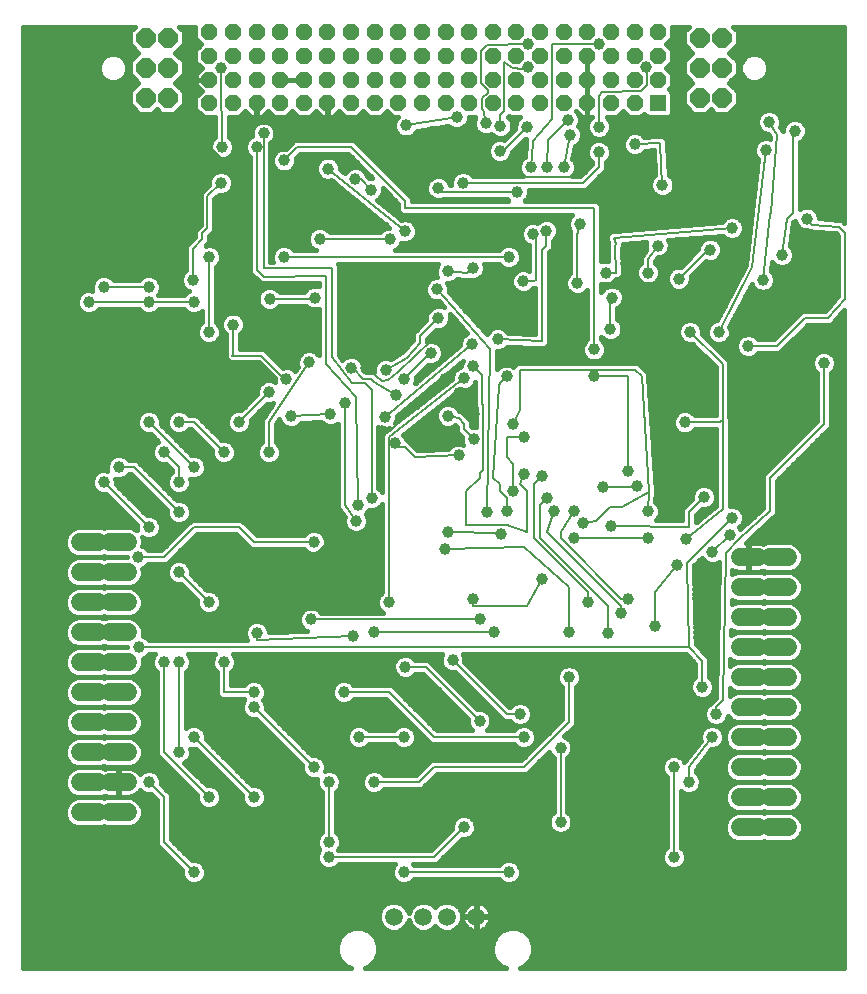
<source format=gbl>
G75*
%MOIN*%
%OFA0B0*%
%FSLAX25Y25*%
%IPPOS*%
%LPD*%
%AMOC8*
5,1,8,0,0,1.08239X$1,22.5*
%
%ADD10C,0.06000*%
%ADD11OC8,0.06496*%
%ADD12R,0.05386X0.05386*%
%ADD13OC8,0.05386*%
%ADD14C,0.05937*%
%ADD15C,0.03962*%
%ADD16C,0.00600*%
%ADD17C,0.01600*%
D10*
X0042000Y0090950D02*
X0048000Y0090950D01*
X0052000Y0090950D02*
X0058000Y0090950D01*
X0058000Y0100950D02*
X0052000Y0100950D01*
X0048000Y0100950D02*
X0042000Y0100950D01*
X0042000Y0110950D02*
X0048000Y0110950D01*
X0052000Y0110950D02*
X0058000Y0110950D01*
X0058000Y0120950D02*
X0052000Y0120950D01*
X0048000Y0120950D02*
X0042000Y0120950D01*
X0042000Y0130950D02*
X0048000Y0130950D01*
X0052000Y0130950D02*
X0058000Y0130950D01*
X0058000Y0140950D02*
X0052000Y0140950D01*
X0048000Y0140950D02*
X0042000Y0140950D01*
X0042000Y0150950D02*
X0048000Y0150950D01*
X0052000Y0150950D02*
X0058000Y0150950D01*
X0058000Y0160950D02*
X0052000Y0160950D01*
X0048000Y0160950D02*
X0042000Y0160950D01*
X0042000Y0170950D02*
X0048000Y0170950D01*
X0052000Y0170950D02*
X0058000Y0170950D01*
X0058000Y0180950D02*
X0052000Y0180950D01*
X0048000Y0180950D02*
X0042000Y0180950D01*
X0262000Y0175950D02*
X0268000Y0175950D01*
X0272000Y0175950D02*
X0278000Y0175950D01*
X0278000Y0165950D02*
X0272000Y0165950D01*
X0268000Y0165950D02*
X0262000Y0165950D01*
X0262000Y0155950D02*
X0268000Y0155950D01*
X0272000Y0155950D02*
X0278000Y0155950D01*
X0278000Y0145950D02*
X0272000Y0145950D01*
X0268000Y0145950D02*
X0262000Y0145950D01*
X0262000Y0135950D02*
X0268000Y0135950D01*
X0272000Y0135950D02*
X0278000Y0135950D01*
X0278000Y0125950D02*
X0272000Y0125950D01*
X0268000Y0125950D02*
X0262000Y0125950D01*
X0262000Y0115950D02*
X0268000Y0115950D01*
X0272000Y0115950D02*
X0278000Y0115950D01*
X0278000Y0105950D02*
X0272000Y0105950D01*
X0268000Y0105950D02*
X0262000Y0105950D01*
X0262000Y0095950D02*
X0268000Y0095950D01*
X0272000Y0095950D02*
X0278000Y0095950D01*
X0278000Y0085950D02*
X0272000Y0085950D01*
X0268000Y0085950D02*
X0262000Y0085950D01*
D11*
X0256004Y0329056D03*
X0256004Y0339056D03*
X0248602Y0339056D03*
X0248602Y0329056D03*
X0248602Y0349056D03*
X0256004Y0349056D03*
X0071398Y0349060D03*
X0063996Y0349060D03*
X0063996Y0339060D03*
X0063996Y0329060D03*
X0071398Y0329060D03*
X0071398Y0339060D03*
D12*
X0234803Y0327249D03*
D13*
X0234803Y0335123D03*
X0226929Y0335123D03*
X0226929Y0327249D03*
X0219055Y0327249D03*
X0219055Y0335123D03*
X0211181Y0335123D03*
X0211181Y0327249D03*
X0203307Y0327249D03*
X0195433Y0327249D03*
X0195433Y0335123D03*
X0203307Y0335123D03*
X0203307Y0342997D03*
X0195433Y0342997D03*
X0195433Y0350871D03*
X0203307Y0350871D03*
X0211181Y0350871D03*
X0211181Y0342997D03*
X0219055Y0342997D03*
X0226929Y0342997D03*
X0226929Y0350871D03*
X0219055Y0350871D03*
X0234803Y0350871D03*
X0234803Y0342997D03*
X0187559Y0342997D03*
X0179685Y0342997D03*
X0179685Y0350871D03*
X0187559Y0350871D03*
X0187559Y0335123D03*
X0187559Y0327249D03*
X0179685Y0327249D03*
X0179685Y0335123D03*
X0171811Y0335123D03*
X0171811Y0327249D03*
X0163937Y0327249D03*
X0163937Y0335123D03*
X0156063Y0335123D03*
X0156063Y0327249D03*
X0148189Y0327249D03*
X0148189Y0335123D03*
X0140315Y0335123D03*
X0140315Y0327249D03*
X0132441Y0327249D03*
X0132441Y0335123D03*
X0124567Y0335123D03*
X0124567Y0327249D03*
X0116693Y0327249D03*
X0108819Y0327249D03*
X0108819Y0335123D03*
X0116693Y0335123D03*
X0116693Y0342997D03*
X0124567Y0342997D03*
X0124567Y0350871D03*
X0116693Y0350871D03*
X0108819Y0350871D03*
X0108819Y0342997D03*
X0100945Y0342997D03*
X0093071Y0342997D03*
X0093071Y0350871D03*
X0100945Y0350871D03*
X0100945Y0335123D03*
X0100945Y0327249D03*
X0093071Y0327249D03*
X0093071Y0335123D03*
X0085197Y0335123D03*
X0085197Y0327249D03*
X0085197Y0342997D03*
X0085197Y0350871D03*
X0132441Y0350871D03*
X0132441Y0342997D03*
X0140315Y0342997D03*
X0140315Y0350871D03*
X0148189Y0350871D03*
X0148189Y0342997D03*
X0156063Y0342997D03*
X0156063Y0350871D03*
X0163937Y0350871D03*
X0163937Y0342997D03*
X0171811Y0342997D03*
X0171811Y0350871D03*
D14*
X0174230Y0056142D03*
X0164387Y0056142D03*
X0156513Y0056142D03*
X0146670Y0056142D03*
D15*
X0135000Y0065950D03*
X0125000Y0075950D03*
X0125000Y0080950D03*
X0125000Y0100950D03*
X0120000Y0105950D03*
X0135000Y0115950D03*
X0150000Y0115950D03*
X0140000Y0100950D03*
X0130000Y0130950D03*
X0133175Y0149575D03*
X0140000Y0150950D03*
X0145000Y0160950D03*
X0150500Y0139450D03*
X0166250Y0141700D03*
X0175250Y0155200D03*
X0173000Y0161950D03*
X0180000Y0150950D03*
X0195950Y0168700D03*
X0206750Y0182200D03*
X0209675Y0187375D03*
X0206750Y0191200D03*
X0200000Y0191200D03*
X0197750Y0195700D03*
X0195950Y0202900D03*
X0190100Y0203800D03*
X0186500Y0197950D03*
X0184250Y0191200D03*
X0177750Y0190950D03*
X0182450Y0183550D03*
X0164900Y0184450D03*
X0163875Y0178700D03*
X0139250Y0195700D03*
X0134750Y0193450D03*
X0134075Y0188050D03*
X0128000Y0184450D03*
X0120000Y0180950D03*
X0119000Y0155200D03*
X0101000Y0150700D03*
X0090000Y0140950D03*
X0085250Y0141700D03*
X0075000Y0140950D03*
X0070000Y0140950D03*
X0061800Y0145950D03*
X0085250Y0155200D03*
X0085000Y0160950D03*
X0075000Y0170950D03*
X0061575Y0175950D03*
X0065000Y0185950D03*
X0075000Y0190950D03*
X0075000Y0200950D03*
X0080000Y0205950D03*
X0090000Y0210950D03*
X0095000Y0220950D03*
X0105000Y0230950D03*
X0110900Y0235300D03*
X0113150Y0240025D03*
X0118425Y0240900D03*
X0112250Y0249025D03*
X0105275Y0262075D03*
X0110000Y0275950D03*
X0108875Y0281200D03*
X0121925Y0282100D03*
X0130025Y0285925D03*
X0139025Y0298525D03*
X0133850Y0302125D03*
X0124775Y0305500D03*
X0134075Y0315625D03*
X0142400Y0315850D03*
X0150725Y0319900D03*
X0167600Y0322600D03*
X0177275Y0320575D03*
X0182225Y0319675D03*
X0182000Y0311350D03*
X0191225Y0319450D03*
X0192350Y0305950D03*
X0197750Y0305950D03*
X0203375Y0305950D03*
X0205400Y0316750D03*
X0204725Y0321700D03*
X0211475Y0315850D03*
X0215075Y0319450D03*
X0215000Y0310950D03*
X0227000Y0313600D03*
X0236225Y0300100D03*
X0234650Y0279850D03*
X0231500Y0270850D03*
X0241625Y0268825D03*
X0252200Y0278500D03*
X0257375Y0270400D03*
X0269750Y0268375D03*
X0276050Y0276700D03*
X0284375Y0288850D03*
X0270725Y0311625D03*
X0271775Y0321025D03*
X0280325Y0318100D03*
X0259400Y0285700D03*
X0255000Y0250950D03*
X0245450Y0251050D03*
X0236450Y0238675D03*
X0240500Y0227200D03*
X0243650Y0220900D03*
X0227675Y0199750D03*
X0224750Y0204700D03*
X0216425Y0199300D03*
X0219100Y0186400D03*
X0231275Y0191200D03*
X0231500Y0182200D03*
X0241175Y0173425D03*
X0244100Y0181975D03*
X0252875Y0177700D03*
X0258725Y0183325D03*
X0259325Y0189100D03*
X0250000Y0195950D03*
X0240500Y0193450D03*
X0224750Y0161950D03*
X0222500Y0157450D03*
X0218000Y0150700D03*
X0211475Y0161050D03*
X0205000Y0150950D03*
X0205000Y0135950D03*
X0190000Y0115950D03*
X0188750Y0123700D03*
X0175250Y0121450D03*
X0202250Y0112450D03*
X0202250Y0087700D03*
X0185000Y0070950D03*
X0175000Y0065950D03*
X0170000Y0085950D03*
X0150000Y0070950D03*
X0100000Y0095950D03*
X0085000Y0095950D03*
X0075000Y0110950D03*
X0080000Y0115950D03*
X0086375Y0116275D03*
X0100000Y0125950D03*
X0100000Y0130950D03*
X0065000Y0100950D03*
X0065000Y0080950D03*
X0080000Y0070950D03*
X0080000Y0055950D03*
X0050000Y0200950D03*
X0055000Y0205950D03*
X0070000Y0210950D03*
X0065000Y0220950D03*
X0075000Y0220950D03*
X0085000Y0250950D03*
X0080000Y0260950D03*
X0079625Y0268375D03*
X0085000Y0275950D03*
X0071750Y0285700D03*
X0065000Y0265950D03*
X0065000Y0260950D03*
X0050000Y0265950D03*
X0045000Y0260950D03*
X0089075Y0300775D03*
X0093575Y0304375D03*
X0089525Y0312700D03*
X0083000Y0314950D03*
X0101000Y0312700D03*
X0103250Y0317200D03*
X0110000Y0308200D03*
X0109100Y0301225D03*
X0124175Y0319675D03*
X0150400Y0284600D03*
X0145325Y0281875D03*
X0161125Y0265225D03*
X0164675Y0271300D03*
X0173000Y0272425D03*
X0185000Y0275950D03*
X0189875Y0267925D03*
X0193025Y0283675D03*
X0197525Y0284800D03*
X0187625Y0297625D03*
X0169775Y0300725D03*
X0161525Y0298975D03*
X0191450Y0339250D03*
X0191450Y0346900D03*
X0215075Y0346900D03*
X0230825Y0339250D03*
X0208775Y0287050D03*
X0217325Y0270850D03*
X0219350Y0262525D03*
X0218900Y0251950D03*
X0213500Y0245200D03*
X0213500Y0236200D03*
X0190100Y0215950D03*
X0186500Y0220450D03*
X0173450Y0223600D03*
X0173450Y0215275D03*
X0168275Y0209875D03*
X0164675Y0223150D03*
X0168500Y0230575D03*
X0170175Y0235725D03*
X0173225Y0239575D03*
X0172775Y0247000D03*
X0165800Y0245650D03*
X0159050Y0244075D03*
X0163775Y0235300D03*
X0150050Y0235300D03*
X0147350Y0229900D03*
X0143750Y0222700D03*
X0142850Y0217975D03*
X0147125Y0213925D03*
X0130250Y0227200D03*
X0125525Y0223600D03*
X0112475Y0222925D03*
X0105000Y0210950D03*
X0132500Y0239125D03*
X0137450Y0238900D03*
X0143975Y0238450D03*
X0161525Y0255775D03*
X0181325Y0248575D03*
X0184250Y0236200D03*
X0207875Y0267250D03*
X0264800Y0246325D03*
X0290000Y0240700D03*
X0233750Y0152950D03*
X0249500Y0132700D03*
X0254000Y0123700D03*
X0252750Y0115950D03*
X0240000Y0105950D03*
X0245000Y0100950D03*
X0240000Y0075950D03*
X0093125Y0253525D03*
X0120350Y0262525D03*
X0089075Y0339025D03*
D16*
X0089075Y0336775D01*
X0089525Y0312700D01*
X0089750Y0308200D02*
X0093575Y0304375D01*
X0089750Y0308200D02*
X0083000Y0314950D01*
X0089750Y0308200D02*
X0080750Y0299200D01*
X0080750Y0285700D01*
X0071750Y0285700D01*
X0079625Y0278725D02*
X0082775Y0281875D01*
X0082775Y0283900D01*
X0084575Y0285700D01*
X0084575Y0296275D01*
X0089075Y0300775D01*
X0101000Y0312700D02*
X0101000Y0271750D01*
X0103250Y0269500D01*
X0123950Y0269725D01*
X0123950Y0240475D01*
X0134075Y0229225D01*
X0134750Y0193450D01*
X0130250Y0193450D02*
X0134075Y0188050D01*
X0130250Y0193450D02*
X0130250Y0227200D01*
X0125525Y0223600D02*
X0112475Y0222925D01*
X0105000Y0220950D02*
X0105000Y0210950D01*
X0105000Y0220950D02*
X0118425Y0240900D01*
X0113600Y0238900D02*
X0112250Y0240250D01*
X0112250Y0249025D01*
X0113150Y0240025D02*
X0113600Y0238900D01*
X0110675Y0235525D02*
X0110900Y0235300D01*
X0110675Y0235525D02*
X0110225Y0235525D01*
X0102575Y0243175D01*
X0092900Y0243175D01*
X0093125Y0243400D01*
X0093125Y0253525D01*
X0085000Y0250950D02*
X0085000Y0275950D01*
X0079625Y0278725D02*
X0079625Y0268375D01*
X0080000Y0260950D02*
X0065000Y0260950D01*
X0045000Y0260950D01*
X0050000Y0265950D02*
X0065000Y0265950D01*
X0103250Y0272200D02*
X0103250Y0317200D01*
X0110000Y0308200D02*
X0114500Y0312700D01*
X0132500Y0312700D01*
X0150500Y0294700D01*
X0150500Y0292450D01*
X0213500Y0292450D01*
X0213500Y0245200D01*
X0218900Y0251950D02*
X0218900Y0262075D01*
X0219350Y0262525D01*
X0220700Y0270850D02*
X0217325Y0270850D01*
X0220700Y0270850D02*
X0220250Y0279850D01*
X0220700Y0280300D01*
X0220025Y0282325D01*
X0259400Y0285700D01*
X0252200Y0278500D02*
X0251300Y0278500D01*
X0241625Y0268825D01*
X0231500Y0270850D02*
X0231500Y0275350D01*
X0234650Y0279850D01*
X0236225Y0300100D02*
X0235550Y0314050D01*
X0227000Y0313600D01*
X0215000Y0310950D02*
X0215000Y0305950D01*
X0209775Y0300725D01*
X0169775Y0300725D01*
X0175025Y0305950D02*
X0184025Y0305950D01*
X0187400Y0302575D01*
X0208775Y0302575D01*
X0209225Y0303025D01*
X0209225Y0313600D01*
X0211475Y0315850D01*
X0215075Y0319450D02*
X0215075Y0329575D01*
X0215975Y0331150D01*
X0229025Y0331375D01*
X0231050Y0333400D01*
X0231050Y0338350D01*
X0230825Y0339250D01*
X0215075Y0346900D02*
X0199325Y0347125D01*
X0199325Y0324625D01*
X0199550Y0321925D01*
X0193025Y0314725D01*
X0193025Y0314050D01*
X0192350Y0305950D01*
X0197750Y0305950D02*
X0198200Y0314950D01*
X0204725Y0321700D01*
X0205400Y0316750D02*
X0203375Y0305950D01*
X0191225Y0319450D02*
X0183125Y0311350D01*
X0182000Y0311350D01*
X0182225Y0319675D02*
X0182000Y0323275D01*
X0183575Y0324625D01*
X0183575Y0341050D01*
X0183800Y0340825D01*
X0186275Y0339025D01*
X0189425Y0338800D01*
X0191450Y0339250D01*
X0191450Y0346900D02*
X0177725Y0346675D01*
X0175700Y0344650D01*
X0175700Y0334075D01*
X0177950Y0331600D01*
X0177950Y0330700D01*
X0175925Y0329125D01*
X0175925Y0325300D01*
X0176375Y0325300D01*
X0177275Y0320575D01*
X0167600Y0322600D02*
X0163775Y0321925D01*
X0150725Y0319900D01*
X0158825Y0315850D02*
X0162200Y0312475D01*
X0168500Y0312475D01*
X0175025Y0305950D01*
X0162875Y0297625D02*
X0161525Y0298975D01*
X0162875Y0297625D02*
X0187625Y0297625D01*
X0197525Y0284800D02*
X0197300Y0284575D01*
X0197300Y0279625D01*
X0196175Y0278500D01*
X0196175Y0248125D01*
X0181325Y0248575D01*
X0178875Y0245450D02*
X0161125Y0265225D01*
X0164675Y0271300D02*
X0171200Y0270625D01*
X0173000Y0272425D01*
X0185000Y0275950D02*
X0110000Y0275950D01*
X0108875Y0281200D02*
X0108875Y0287275D01*
X0109325Y0287725D01*
X0109325Y0288625D01*
X0112025Y0285925D01*
X0130025Y0285925D01*
X0121925Y0282100D02*
X0145100Y0282100D01*
X0145325Y0281875D01*
X0150400Y0284600D02*
X0124775Y0305500D01*
X0133850Y0302125D02*
X0135650Y0301900D01*
X0139025Y0298525D01*
X0142400Y0315850D02*
X0158825Y0315850D01*
X0134075Y0315625D02*
X0131600Y0319675D01*
X0124175Y0319675D01*
X0109100Y0301225D02*
X0109325Y0301000D01*
X0109325Y0288625D01*
X0103250Y0272200D02*
X0126200Y0272200D01*
X0125975Y0242725D01*
X0132725Y0233950D01*
X0137000Y0233950D01*
X0139250Y0231700D01*
X0139250Y0195700D01*
X0128000Y0184450D02*
X0116750Y0173200D01*
X0107750Y0173200D01*
X0101000Y0166450D01*
X0101000Y0159700D01*
X0096500Y0155200D01*
X0085250Y0155200D01*
X0085000Y0160950D02*
X0075000Y0170950D01*
X0070000Y0175950D02*
X0080000Y0185950D01*
X0095000Y0185950D01*
X0100000Y0180950D01*
X0120000Y0180950D01*
X0119000Y0155200D02*
X0175250Y0155200D01*
X0173000Y0159700D02*
X0191000Y0159700D01*
X0195950Y0168700D01*
X0205000Y0165950D02*
X0190225Y0179375D01*
X0163875Y0178700D01*
X0164900Y0184450D02*
X0182450Y0184000D01*
X0182450Y0183550D01*
X0184250Y0186700D02*
X0170750Y0186700D01*
X0170750Y0197950D01*
X0175250Y0202450D01*
X0175250Y0204025D01*
X0176375Y0205150D01*
X0176375Y0226750D01*
X0176150Y0226975D01*
X0176150Y0236650D01*
X0173225Y0239575D01*
X0170175Y0235725D02*
X0145000Y0215950D01*
X0145000Y0160950D01*
X0140000Y0150950D02*
X0180000Y0150950D01*
X0173000Y0159700D02*
X0173000Y0161950D01*
X0166250Y0141700D02*
X0184250Y0123700D01*
X0188750Y0123700D01*
X0190000Y0115950D02*
X0160000Y0115950D01*
X0145000Y0130950D01*
X0130000Y0130950D01*
X0135000Y0115950D02*
X0150000Y0115950D01*
X0160000Y0105950D02*
X0155000Y0100950D01*
X0140000Y0100950D01*
X0125000Y0100950D02*
X0125000Y0080950D01*
X0125000Y0075950D02*
X0160000Y0075950D01*
X0170000Y0085950D01*
X0185000Y0070950D02*
X0150000Y0070950D01*
X0135000Y0065950D02*
X0175000Y0065950D01*
X0202250Y0087700D02*
X0202250Y0112450D01*
X0205000Y0120950D02*
X0205000Y0135950D01*
X0205000Y0120950D02*
X0190000Y0105950D01*
X0160000Y0105950D01*
X0175250Y0121450D02*
X0157250Y0139450D01*
X0150500Y0139450D01*
X0133175Y0149575D02*
X0101000Y0148450D01*
X0101000Y0150700D01*
X0090000Y0140950D02*
X0090000Y0130950D01*
X0100000Y0130950D01*
X0100000Y0125950D02*
X0120000Y0105950D01*
X0100000Y0095950D02*
X0080000Y0115950D01*
X0086375Y0116275D02*
X0085250Y0141700D01*
X0075000Y0140950D02*
X0075000Y0110950D01*
X0070000Y0110950D02*
X0085000Y0095950D01*
X0070000Y0095950D02*
X0070000Y0080950D01*
X0080000Y0070950D01*
X0065000Y0070950D02*
X0080000Y0055950D01*
X0065000Y0070950D02*
X0065000Y0080950D01*
X0070000Y0095950D02*
X0065000Y0100950D01*
X0070000Y0110950D02*
X0070000Y0140950D01*
X0061800Y0145950D02*
X0245000Y0145950D01*
X0249500Y0141450D01*
X0249500Y0132700D01*
X0254000Y0125950D02*
X0254000Y0123700D01*
X0254000Y0125950D02*
X0256250Y0128200D01*
X0257375Y0177250D01*
X0261875Y0181975D01*
X0272000Y0191200D01*
X0272000Y0202450D01*
X0290000Y0220450D01*
X0290000Y0240700D01*
X0291575Y0255775D02*
X0283700Y0255775D01*
X0274250Y0246325D01*
X0264800Y0246325D01*
X0256250Y0240250D02*
X0245450Y0251050D01*
X0246350Y0257125D02*
X0239375Y0250150D01*
X0239375Y0241600D01*
X0236450Y0238675D01*
X0229250Y0236200D02*
X0227000Y0238450D01*
X0188750Y0238450D01*
X0188750Y0224950D01*
X0186500Y0220450D01*
X0184250Y0215950D02*
X0190100Y0215950D01*
X0184250Y0215950D02*
X0184250Y0209200D01*
X0186500Y0206950D01*
X0186500Y0197950D01*
X0188750Y0200200D02*
X0191000Y0197950D01*
X0191000Y0184450D01*
X0184250Y0186700D01*
X0184250Y0191200D02*
X0184250Y0195700D01*
X0182000Y0197950D01*
X0182000Y0200200D01*
X0179750Y0202450D01*
X0181775Y0233050D01*
X0182000Y0233950D01*
X0184250Y0236200D01*
X0178875Y0245450D02*
X0177750Y0190950D01*
X0188750Y0200200D02*
X0190100Y0203800D01*
X0193250Y0200200D02*
X0195950Y0202900D01*
X0193250Y0200200D02*
X0193250Y0182200D01*
X0211250Y0164200D01*
X0211475Y0161050D01*
X0218000Y0159700D02*
X0195500Y0182200D01*
X0195500Y0193450D01*
X0197750Y0195700D01*
X0200000Y0191200D02*
X0197750Y0184450D01*
X0222500Y0159700D01*
X0222500Y0157450D01*
X0222500Y0161950D02*
X0202250Y0182200D01*
X0202250Y0184450D01*
X0206750Y0191200D01*
X0209675Y0187375D02*
X0214175Y0188050D01*
X0218675Y0192550D01*
X0222725Y0192550D01*
X0231725Y0197725D01*
X0229250Y0236200D01*
X0224750Y0236200D02*
X0213500Y0236200D01*
X0224750Y0236200D02*
X0224750Y0204700D01*
X0226550Y0199300D02*
X0227675Y0199750D01*
X0226550Y0199300D02*
X0216425Y0199300D01*
X0219100Y0186400D02*
X0245000Y0185950D01*
X0245000Y0190950D01*
X0250000Y0195950D01*
X0256475Y0192100D02*
X0256475Y0221575D01*
X0256250Y0221800D01*
X0255575Y0221125D01*
X0243650Y0220900D01*
X0240500Y0227200D02*
X0240500Y0193450D01*
X0231275Y0191200D02*
X0231725Y0197725D01*
X0231500Y0182200D02*
X0206750Y0182200D01*
X0205000Y0165950D02*
X0205000Y0150950D01*
X0218000Y0150700D02*
X0218000Y0159700D01*
X0222500Y0161950D02*
X0224750Y0161950D01*
X0233750Y0164200D02*
X0233750Y0152950D01*
X0233750Y0164200D02*
X0241175Y0173425D01*
X0244325Y0174100D02*
X0259325Y0189100D01*
X0256475Y0192100D02*
X0244100Y0181975D01*
X0244325Y0174100D02*
X0245000Y0145950D01*
X0252750Y0115950D02*
X0245000Y0105950D01*
X0245000Y0100950D01*
X0240000Y0105950D02*
X0240000Y0075950D01*
X0252875Y0177700D02*
X0258725Y0183325D01*
X0256250Y0221800D02*
X0256250Y0240250D01*
X0255000Y0250950D02*
X0266225Y0272750D01*
X0270725Y0311625D01*
X0274475Y0316750D02*
X0271775Y0321025D01*
X0274475Y0316750D02*
X0272450Y0290650D01*
X0272225Y0290200D01*
X0269750Y0268375D01*
X0276050Y0276700D02*
X0277625Y0288625D01*
X0279650Y0290650D01*
X0279650Y0317425D01*
X0280325Y0318100D01*
X0284375Y0288850D02*
X0285950Y0286825D01*
X0294950Y0286150D01*
X0296975Y0284125D01*
X0296975Y0262075D01*
X0291575Y0255775D01*
X0257375Y0262975D02*
X0251525Y0257125D01*
X0246350Y0257125D01*
X0257375Y0262975D02*
X0257375Y0270400D01*
X0208100Y0284125D02*
X0208100Y0286375D01*
X0208775Y0287050D01*
X0208100Y0284125D02*
X0207875Y0283900D01*
X0207875Y0267250D01*
X0193925Y0268375D02*
X0193925Y0282775D01*
X0193025Y0283675D01*
X0193925Y0268375D02*
X0193475Y0267925D01*
X0189875Y0267925D01*
X0172775Y0247000D02*
X0145550Y0224050D01*
X0143750Y0222700D01*
X0142850Y0217975D02*
X0145550Y0217975D01*
X0159275Y0231700D01*
X0159275Y0232375D01*
X0163775Y0235300D01*
X0168500Y0230575D02*
X0166925Y0227425D01*
X0166700Y0226075D01*
X0167825Y0225400D01*
X0170525Y0224050D01*
X0173450Y0223600D01*
X0170075Y0220450D02*
X0170075Y0218650D01*
X0173450Y0215275D01*
X0170075Y0220450D02*
X0168275Y0222250D01*
X0164675Y0223150D01*
X0168275Y0209875D02*
X0153650Y0209200D01*
X0150275Y0212575D01*
X0148475Y0212575D01*
X0147125Y0213925D01*
X0147350Y0229900D02*
X0139925Y0234400D01*
X0139025Y0235300D01*
X0136325Y0235300D01*
X0132950Y0238900D01*
X0132500Y0239125D01*
X0137450Y0238900D02*
X0142850Y0234850D01*
X0144875Y0235075D01*
X0148025Y0237775D01*
X0159275Y0248350D01*
X0159950Y0248350D01*
X0165800Y0245650D01*
X0159050Y0244075D02*
X0158825Y0244075D01*
X0150050Y0235300D01*
X0143975Y0238450D02*
X0150950Y0242500D01*
X0155450Y0247450D01*
X0155450Y0249700D01*
X0161525Y0255775D01*
X0120350Y0262525D02*
X0119900Y0262075D01*
X0105275Y0262075D01*
X0105000Y0230950D02*
X0095000Y0220950D01*
X0090000Y0210950D02*
X0080000Y0220950D01*
X0075000Y0220950D01*
X0070000Y0210950D02*
X0075000Y0205950D01*
X0075000Y0200950D01*
X0080000Y0205950D02*
X0065000Y0220950D01*
X0060000Y0205950D02*
X0055000Y0205950D01*
X0060000Y0205950D02*
X0075000Y0190950D01*
X0065000Y0185950D02*
X0050000Y0200950D01*
X0061575Y0175950D02*
X0070000Y0175950D01*
D17*
X0023100Y0039050D02*
X0023100Y0352850D01*
X0060364Y0352850D01*
X0058748Y0351234D01*
X0058748Y0346886D01*
X0061574Y0344060D01*
X0058748Y0341234D01*
X0058748Y0336886D01*
X0061574Y0334060D01*
X0058748Y0331234D01*
X0058748Y0326886D01*
X0061822Y0323812D01*
X0066170Y0323812D01*
X0067697Y0325339D01*
X0069224Y0323812D01*
X0073571Y0323812D01*
X0076646Y0326886D01*
X0076646Y0331234D01*
X0073819Y0334060D01*
X0076646Y0336886D01*
X0076646Y0341234D01*
X0073819Y0344060D01*
X0076646Y0346886D01*
X0076646Y0351234D01*
X0075030Y0352850D01*
X0080539Y0352850D01*
X0080504Y0352815D01*
X0080504Y0348927D01*
X0082497Y0346934D01*
X0080504Y0344941D01*
X0080504Y0341053D01*
X0082639Y0338919D01*
X0080704Y0336984D01*
X0080704Y0335170D01*
X0085150Y0335170D01*
X0085150Y0335077D01*
X0080704Y0335077D01*
X0080704Y0333262D01*
X0082639Y0331328D01*
X0080504Y0329193D01*
X0080504Y0325305D01*
X0083253Y0322556D01*
X0087040Y0322556D01*
X0087164Y0315969D01*
X0086150Y0314955D01*
X0085544Y0313492D01*
X0085544Y0311908D01*
X0086150Y0310445D01*
X0087270Y0309325D01*
X0088733Y0308719D01*
X0090317Y0308719D01*
X0091780Y0309325D01*
X0092900Y0310445D01*
X0093506Y0311908D01*
X0093506Y0313492D01*
X0092900Y0314955D01*
X0091780Y0316075D01*
X0091762Y0316082D01*
X0091641Y0322556D01*
X0095015Y0322556D01*
X0097149Y0324691D01*
X0099084Y0322756D01*
X0100898Y0322756D01*
X0100898Y0327203D01*
X0100991Y0327203D01*
X0100991Y0322756D01*
X0102806Y0322756D01*
X0104740Y0324691D01*
X0106875Y0322556D01*
X0110763Y0322556D01*
X0112756Y0324549D01*
X0114749Y0322556D01*
X0118637Y0322556D01*
X0120771Y0324691D01*
X0122706Y0322756D01*
X0124520Y0322756D01*
X0124520Y0327203D01*
X0124613Y0327203D01*
X0124613Y0322756D01*
X0126428Y0322756D01*
X0128363Y0324691D01*
X0130497Y0322556D01*
X0134385Y0322556D01*
X0136378Y0324549D01*
X0138371Y0322556D01*
X0142259Y0322556D01*
X0144393Y0324691D01*
X0146328Y0322756D01*
X0147951Y0322756D01*
X0147350Y0322155D01*
X0146744Y0320692D01*
X0146744Y0319108D01*
X0147350Y0317645D01*
X0148470Y0316525D01*
X0149933Y0315919D01*
X0151517Y0315919D01*
X0152980Y0316525D01*
X0154100Y0317645D01*
X0154300Y0318127D01*
X0163214Y0319510D01*
X0163237Y0319494D01*
X0164151Y0319656D01*
X0164812Y0319758D01*
X0165345Y0319225D01*
X0166808Y0318619D01*
X0168392Y0318619D01*
X0169855Y0319225D01*
X0170975Y0320345D01*
X0171581Y0321808D01*
X0171581Y0322556D01*
X0173755Y0322556D01*
X0173809Y0322610D01*
X0173294Y0321367D01*
X0173294Y0319783D01*
X0173900Y0318320D01*
X0175020Y0317200D01*
X0176483Y0316594D01*
X0178067Y0316594D01*
X0179205Y0317065D01*
X0179970Y0316300D01*
X0181433Y0315694D01*
X0183017Y0315694D01*
X0184480Y0316300D01*
X0185600Y0317420D01*
X0186206Y0318883D01*
X0186206Y0320467D01*
X0185600Y0321930D01*
X0184866Y0322664D01*
X0185139Y0322936D01*
X0185191Y0322981D01*
X0185615Y0322556D01*
X0188701Y0322556D01*
X0187850Y0321705D01*
X0187244Y0320242D01*
X0187244Y0318722D01*
X0183542Y0315020D01*
X0182792Y0315331D01*
X0181208Y0315331D01*
X0179745Y0314725D01*
X0178625Y0313605D01*
X0178019Y0312142D01*
X0178019Y0310558D01*
X0178625Y0309095D01*
X0179745Y0307975D01*
X0181208Y0307369D01*
X0182792Y0307369D01*
X0184255Y0307975D01*
X0185375Y0309095D01*
X0185981Y0310558D01*
X0185981Y0310953D01*
X0190497Y0315469D01*
X0190686Y0315469D01*
X0190725Y0314668D01*
X0190725Y0314146D01*
X0190331Y0309423D01*
X0190095Y0309325D01*
X0188975Y0308205D01*
X0188369Y0306742D01*
X0188369Y0305158D01*
X0188975Y0303695D01*
X0189645Y0303025D01*
X0173105Y0303025D01*
X0172030Y0304100D01*
X0170567Y0304706D01*
X0168983Y0304706D01*
X0167520Y0304100D01*
X0166400Y0302980D01*
X0165794Y0301517D01*
X0165794Y0299933D01*
X0165797Y0299925D01*
X0165441Y0299925D01*
X0164900Y0301230D01*
X0163780Y0302350D01*
X0162317Y0302956D01*
X0160733Y0302956D01*
X0159270Y0302350D01*
X0158150Y0301230D01*
X0157544Y0299767D01*
X0157544Y0298183D01*
X0158150Y0296720D01*
X0159270Y0295600D01*
X0160733Y0294994D01*
X0162317Y0294994D01*
X0163116Y0295325D01*
X0184295Y0295325D01*
X0184870Y0294750D01*
X0152800Y0294750D01*
X0152800Y0295653D01*
X0134800Y0313653D01*
X0133453Y0315000D01*
X0113547Y0315000D01*
X0110728Y0312181D01*
X0109208Y0312181D01*
X0107745Y0311575D01*
X0106625Y0310455D01*
X0106019Y0308992D01*
X0106019Y0307408D01*
X0106625Y0305945D01*
X0107745Y0304825D01*
X0109208Y0304219D01*
X0110792Y0304219D01*
X0112255Y0304825D01*
X0113375Y0305945D01*
X0113981Y0307408D01*
X0113981Y0308928D01*
X0115453Y0310400D01*
X0131547Y0310400D01*
X0139441Y0302506D01*
X0138297Y0302506D01*
X0137792Y0303010D01*
X0137225Y0304380D01*
X0136105Y0305500D01*
X0134642Y0306106D01*
X0133058Y0306106D01*
X0131595Y0305500D01*
X0130475Y0304380D01*
X0130301Y0303961D01*
X0128756Y0305221D01*
X0128756Y0306292D01*
X0128150Y0307755D01*
X0127030Y0308875D01*
X0125567Y0309481D01*
X0123983Y0309481D01*
X0122520Y0308875D01*
X0121400Y0307755D01*
X0120794Y0306292D01*
X0120794Y0304708D01*
X0121400Y0303245D01*
X0122520Y0302125D01*
X0123983Y0301519D01*
X0125567Y0301519D01*
X0125865Y0301643D01*
X0145221Y0285856D01*
X0144533Y0285856D01*
X0143070Y0285250D01*
X0142220Y0284400D01*
X0125255Y0284400D01*
X0124180Y0285475D01*
X0122717Y0286081D01*
X0121133Y0286081D01*
X0119670Y0285475D01*
X0118550Y0284355D01*
X0117944Y0282892D01*
X0117944Y0281308D01*
X0118550Y0279845D01*
X0119670Y0278725D01*
X0120817Y0278250D01*
X0113330Y0278250D01*
X0112255Y0279325D01*
X0110792Y0279931D01*
X0109208Y0279931D01*
X0107745Y0279325D01*
X0106625Y0278205D01*
X0106019Y0276742D01*
X0106019Y0275158D01*
X0106291Y0274500D01*
X0105550Y0274500D01*
X0105550Y0313870D01*
X0106625Y0314945D01*
X0107231Y0316408D01*
X0107231Y0317992D01*
X0106625Y0319455D01*
X0105505Y0320575D01*
X0104042Y0321181D01*
X0102458Y0321181D01*
X0100995Y0320575D01*
X0099875Y0319455D01*
X0099269Y0317992D01*
X0099269Y0316408D01*
X0099310Y0316309D01*
X0098745Y0316075D01*
X0097625Y0314955D01*
X0097019Y0313492D01*
X0097019Y0311908D01*
X0097625Y0310445D01*
X0098700Y0309370D01*
X0098700Y0270797D01*
X0100047Y0269450D01*
X0100960Y0268537D01*
X0100960Y0268522D01*
X0101633Y0267864D01*
X0102297Y0267200D01*
X0102312Y0267200D01*
X0102322Y0267190D01*
X0103263Y0267200D01*
X0104203Y0267200D01*
X0104213Y0267210D01*
X0121650Y0267400D01*
X0121650Y0266296D01*
X0121142Y0266506D01*
X0119558Y0266506D01*
X0118095Y0265900D01*
X0116975Y0264780D01*
X0116807Y0264375D01*
X0108605Y0264375D01*
X0107530Y0265450D01*
X0106067Y0266056D01*
X0104483Y0266056D01*
X0103020Y0265450D01*
X0101900Y0264330D01*
X0101294Y0262867D01*
X0101294Y0261283D01*
X0101900Y0259820D01*
X0103020Y0258700D01*
X0104483Y0258094D01*
X0106067Y0258094D01*
X0107530Y0258700D01*
X0108605Y0259775D01*
X0117470Y0259775D01*
X0118095Y0259150D01*
X0119558Y0258544D01*
X0121142Y0258544D01*
X0121650Y0258754D01*
X0121650Y0243305D01*
X0120680Y0244275D01*
X0119217Y0244881D01*
X0117633Y0244881D01*
X0116170Y0244275D01*
X0115050Y0243155D01*
X0114444Y0241692D01*
X0114444Y0240108D01*
X0114701Y0239486D01*
X0113753Y0238077D01*
X0113155Y0238675D01*
X0111692Y0239281D01*
X0110108Y0239281D01*
X0109835Y0239168D01*
X0103528Y0245475D01*
X0095425Y0245475D01*
X0095425Y0250195D01*
X0096500Y0251270D01*
X0097106Y0252733D01*
X0097106Y0254317D01*
X0096500Y0255780D01*
X0095380Y0256900D01*
X0093917Y0257506D01*
X0092333Y0257506D01*
X0090870Y0256900D01*
X0089750Y0255780D01*
X0089144Y0254317D01*
X0089144Y0252733D01*
X0089750Y0251270D01*
X0090825Y0250195D01*
X0090825Y0244353D01*
X0090600Y0244128D01*
X0090600Y0242222D01*
X0091947Y0240875D01*
X0101622Y0240875D01*
X0106919Y0235578D01*
X0106919Y0234508D01*
X0106941Y0234455D01*
X0105792Y0234931D01*
X0104208Y0234931D01*
X0102745Y0234325D01*
X0101625Y0233205D01*
X0101019Y0231742D01*
X0101019Y0230222D01*
X0095728Y0224931D01*
X0094208Y0224931D01*
X0092745Y0224325D01*
X0091625Y0223205D01*
X0091019Y0221742D01*
X0091019Y0220158D01*
X0091625Y0218695D01*
X0092745Y0217575D01*
X0094208Y0216969D01*
X0095792Y0216969D01*
X0097255Y0217575D01*
X0098375Y0218695D01*
X0098981Y0220158D01*
X0098981Y0221678D01*
X0104272Y0226969D01*
X0105792Y0226969D01*
X0106466Y0227248D01*
X0103216Y0222419D01*
X0102700Y0221903D01*
X0102700Y0221652D01*
X0102560Y0221444D01*
X0102700Y0220727D01*
X0102700Y0214280D01*
X0101625Y0213205D01*
X0101019Y0211742D01*
X0101019Y0210158D01*
X0101625Y0208695D01*
X0102745Y0207575D01*
X0104208Y0206969D01*
X0105792Y0206969D01*
X0107255Y0207575D01*
X0108375Y0208695D01*
X0108981Y0210158D01*
X0108981Y0211742D01*
X0108375Y0213205D01*
X0107300Y0214280D01*
X0107300Y0220248D01*
X0108522Y0222065D01*
X0109100Y0220670D01*
X0110220Y0219550D01*
X0111683Y0218944D01*
X0113267Y0218944D01*
X0114730Y0219550D01*
X0115850Y0220670D01*
X0115904Y0220799D01*
X0122362Y0221133D01*
X0123270Y0220225D01*
X0124733Y0219619D01*
X0126317Y0219619D01*
X0127780Y0220225D01*
X0127950Y0220395D01*
X0127950Y0193645D01*
X0127822Y0192898D01*
X0127950Y0192718D01*
X0127950Y0192497D01*
X0128486Y0191961D01*
X0130316Y0189378D01*
X0130094Y0188842D01*
X0130094Y0187258D01*
X0130700Y0185795D01*
X0131820Y0184675D01*
X0133283Y0184069D01*
X0134867Y0184069D01*
X0136330Y0184675D01*
X0137450Y0185795D01*
X0138056Y0187258D01*
X0138056Y0188842D01*
X0137450Y0190305D01*
X0137343Y0190412D01*
X0138125Y0191195D01*
X0138359Y0191760D01*
X0138458Y0191719D01*
X0140042Y0191719D01*
X0141505Y0192325D01*
X0142625Y0193445D01*
X0142700Y0193626D01*
X0142700Y0164280D01*
X0141625Y0163205D01*
X0141019Y0161742D01*
X0141019Y0160158D01*
X0141625Y0158695D01*
X0142745Y0157575D01*
X0142926Y0157500D01*
X0122330Y0157500D01*
X0121255Y0158575D01*
X0119792Y0159181D01*
X0118208Y0159181D01*
X0116745Y0158575D01*
X0115625Y0157455D01*
X0115019Y0155992D01*
X0115019Y0154408D01*
X0115625Y0152945D01*
X0116745Y0151825D01*
X0117909Y0151343D01*
X0104981Y0150891D01*
X0104981Y0151492D01*
X0104375Y0152955D01*
X0103255Y0154075D01*
X0101792Y0154681D01*
X0100208Y0154681D01*
X0098745Y0154075D01*
X0097625Y0152955D01*
X0097019Y0151492D01*
X0097019Y0149908D01*
X0097625Y0148445D01*
X0097820Y0148250D01*
X0065130Y0148250D01*
X0064055Y0149325D01*
X0062932Y0149790D01*
X0063000Y0149955D01*
X0063000Y0151945D01*
X0062239Y0153782D01*
X0060832Y0155189D01*
X0058995Y0155950D01*
X0060832Y0156711D01*
X0062239Y0158118D01*
X0063000Y0159955D01*
X0063000Y0161945D01*
X0062239Y0163782D01*
X0060832Y0165189D01*
X0058995Y0165950D01*
X0051005Y0165950D01*
X0050000Y0165534D01*
X0048995Y0165950D01*
X0041005Y0165950D01*
X0039168Y0165189D01*
X0037761Y0163782D01*
X0037000Y0161945D01*
X0037000Y0159955D01*
X0037761Y0158118D01*
X0039168Y0156711D01*
X0041005Y0155950D01*
X0048995Y0155950D01*
X0050000Y0156366D01*
X0051005Y0155950D01*
X0058995Y0155950D01*
X0051005Y0155950D01*
X0050000Y0155534D01*
X0048995Y0155950D01*
X0041005Y0155950D01*
X0039168Y0155189D01*
X0037761Y0153782D01*
X0037000Y0151945D01*
X0037000Y0149955D01*
X0037761Y0148118D01*
X0039168Y0146711D01*
X0041005Y0145950D01*
X0039168Y0145189D01*
X0037761Y0143782D01*
X0037000Y0141945D01*
X0037000Y0139955D01*
X0037761Y0138118D01*
X0039168Y0136711D01*
X0041005Y0135950D01*
X0039168Y0135189D01*
X0037761Y0133782D01*
X0037000Y0131945D01*
X0037000Y0129955D01*
X0037761Y0128118D01*
X0039168Y0126711D01*
X0041005Y0125950D01*
X0039168Y0125189D01*
X0037761Y0123782D01*
X0037000Y0121945D01*
X0037000Y0119955D01*
X0037761Y0118118D01*
X0039168Y0116711D01*
X0041005Y0115950D01*
X0039168Y0115189D01*
X0037761Y0113782D01*
X0037000Y0111945D01*
X0037000Y0109955D01*
X0037761Y0108118D01*
X0039168Y0106711D01*
X0041005Y0105950D01*
X0048995Y0105950D01*
X0050000Y0106366D01*
X0051005Y0105950D01*
X0058995Y0105950D01*
X0060832Y0106711D01*
X0062239Y0108118D01*
X0063000Y0109955D01*
X0063000Y0111945D01*
X0062239Y0113782D01*
X0060832Y0115189D01*
X0058995Y0115950D01*
X0051005Y0115950D01*
X0050000Y0115534D01*
X0048995Y0115950D01*
X0041005Y0115950D01*
X0048995Y0115950D01*
X0050000Y0116366D01*
X0051005Y0115950D01*
X0058995Y0115950D01*
X0060832Y0116711D01*
X0062239Y0118118D01*
X0063000Y0119955D01*
X0063000Y0121945D01*
X0062239Y0123782D01*
X0060832Y0125189D01*
X0058995Y0125950D01*
X0051005Y0125950D01*
X0050000Y0125534D01*
X0048995Y0125950D01*
X0041005Y0125950D01*
X0048995Y0125950D01*
X0050000Y0126366D01*
X0051005Y0125950D01*
X0058995Y0125950D01*
X0060832Y0126711D01*
X0062239Y0128118D01*
X0063000Y0129955D01*
X0063000Y0131945D01*
X0062239Y0133782D01*
X0060832Y0135189D01*
X0058995Y0135950D01*
X0051005Y0135950D01*
X0050000Y0135534D01*
X0048995Y0135950D01*
X0041005Y0135950D01*
X0048995Y0135950D01*
X0050000Y0136366D01*
X0051005Y0135950D01*
X0058995Y0135950D01*
X0060832Y0136711D01*
X0062239Y0138118D01*
X0063000Y0139955D01*
X0063000Y0141945D01*
X0062932Y0142110D01*
X0064055Y0142575D01*
X0065130Y0143650D01*
X0067070Y0143650D01*
X0066625Y0143205D01*
X0066019Y0141742D01*
X0066019Y0140158D01*
X0066625Y0138695D01*
X0067700Y0137620D01*
X0067700Y0109997D01*
X0081019Y0096678D01*
X0081019Y0095158D01*
X0081625Y0093695D01*
X0082745Y0092575D01*
X0084208Y0091969D01*
X0085792Y0091969D01*
X0087255Y0092575D01*
X0088375Y0093695D01*
X0088981Y0095158D01*
X0088981Y0096742D01*
X0088375Y0098205D01*
X0087255Y0099325D01*
X0085792Y0099931D01*
X0084272Y0099931D01*
X0076811Y0107391D01*
X0077255Y0107575D01*
X0078375Y0108695D01*
X0078981Y0110158D01*
X0078981Y0111742D01*
X0078821Y0112129D01*
X0079208Y0111969D01*
X0080728Y0111969D01*
X0096019Y0096678D01*
X0096019Y0095158D01*
X0096625Y0093695D01*
X0097745Y0092575D01*
X0099208Y0091969D01*
X0100792Y0091969D01*
X0102255Y0092575D01*
X0103375Y0093695D01*
X0103981Y0095158D01*
X0103981Y0096742D01*
X0103375Y0098205D01*
X0102255Y0099325D01*
X0100792Y0099931D01*
X0099272Y0099931D01*
X0083981Y0115222D01*
X0083981Y0116742D01*
X0083375Y0118205D01*
X0082255Y0119325D01*
X0080792Y0119931D01*
X0079208Y0119931D01*
X0077745Y0119325D01*
X0077300Y0118880D01*
X0077300Y0137620D01*
X0078375Y0138695D01*
X0078981Y0140158D01*
X0078981Y0141742D01*
X0078375Y0143205D01*
X0077930Y0143650D01*
X0087070Y0143650D01*
X0086625Y0143205D01*
X0086019Y0141742D01*
X0086019Y0140158D01*
X0086625Y0138695D01*
X0087700Y0137620D01*
X0087700Y0129997D01*
X0089047Y0128650D01*
X0096670Y0128650D01*
X0096870Y0128450D01*
X0096625Y0128205D01*
X0096019Y0126742D01*
X0096019Y0125158D01*
X0096625Y0123695D01*
X0097745Y0122575D01*
X0099208Y0121969D01*
X0100728Y0121969D01*
X0116019Y0106678D01*
X0116019Y0105158D01*
X0116625Y0103695D01*
X0117745Y0102575D01*
X0119208Y0101969D01*
X0120792Y0101969D01*
X0121179Y0102129D01*
X0121019Y0101742D01*
X0121019Y0100158D01*
X0121625Y0098695D01*
X0122700Y0097620D01*
X0122700Y0084280D01*
X0121625Y0083205D01*
X0121019Y0081742D01*
X0121019Y0080158D01*
X0121625Y0078695D01*
X0121870Y0078450D01*
X0121625Y0078205D01*
X0121019Y0076742D01*
X0121019Y0075158D01*
X0121625Y0073695D01*
X0122745Y0072575D01*
X0124208Y0071969D01*
X0125792Y0071969D01*
X0127255Y0072575D01*
X0128330Y0073650D01*
X0147070Y0073650D01*
X0146625Y0073205D01*
X0146019Y0071742D01*
X0146019Y0070158D01*
X0146625Y0068695D01*
X0147745Y0067575D01*
X0149208Y0066969D01*
X0150792Y0066969D01*
X0152255Y0067575D01*
X0153330Y0068650D01*
X0181670Y0068650D01*
X0182745Y0067575D01*
X0184208Y0066969D01*
X0185792Y0066969D01*
X0187255Y0067575D01*
X0188375Y0068695D01*
X0188981Y0070158D01*
X0188981Y0071742D01*
X0188375Y0073205D01*
X0187255Y0074325D01*
X0185792Y0074931D01*
X0184208Y0074931D01*
X0182745Y0074325D01*
X0181670Y0073250D01*
X0153330Y0073250D01*
X0152930Y0073650D01*
X0160953Y0073650D01*
X0169272Y0081969D01*
X0170792Y0081969D01*
X0172255Y0082575D01*
X0173375Y0083695D01*
X0173981Y0085158D01*
X0173981Y0086742D01*
X0173375Y0088205D01*
X0172255Y0089325D01*
X0170792Y0089931D01*
X0169208Y0089931D01*
X0167745Y0089325D01*
X0166625Y0088205D01*
X0166019Y0086742D01*
X0166019Y0085222D01*
X0159047Y0078250D01*
X0128330Y0078250D01*
X0128130Y0078450D01*
X0128375Y0078695D01*
X0128981Y0080158D01*
X0128981Y0081742D01*
X0128375Y0083205D01*
X0127300Y0084280D01*
X0127300Y0097620D01*
X0128375Y0098695D01*
X0128981Y0100158D01*
X0128981Y0101742D01*
X0128375Y0103205D01*
X0127255Y0104325D01*
X0125792Y0104931D01*
X0124208Y0104931D01*
X0123821Y0104771D01*
X0123981Y0105158D01*
X0123981Y0106742D01*
X0123375Y0108205D01*
X0122255Y0109325D01*
X0120792Y0109931D01*
X0119272Y0109931D01*
X0103981Y0125222D01*
X0103981Y0126742D01*
X0103375Y0128205D01*
X0103130Y0128450D01*
X0103375Y0128695D01*
X0103981Y0130158D01*
X0103981Y0131742D01*
X0103375Y0133205D01*
X0102255Y0134325D01*
X0100792Y0134931D01*
X0099208Y0134931D01*
X0097745Y0134325D01*
X0096670Y0133250D01*
X0092300Y0133250D01*
X0092300Y0137620D01*
X0093375Y0138695D01*
X0093981Y0140158D01*
X0093981Y0141742D01*
X0093375Y0143205D01*
X0092930Y0143650D01*
X0162749Y0143650D01*
X0162269Y0142492D01*
X0162269Y0140908D01*
X0162875Y0139445D01*
X0163995Y0138325D01*
X0165458Y0137719D01*
X0166978Y0137719D01*
X0183297Y0121400D01*
X0185420Y0121400D01*
X0186495Y0120325D01*
X0187958Y0119719D01*
X0188696Y0119719D01*
X0187745Y0119325D01*
X0186670Y0118250D01*
X0177680Y0118250D01*
X0178625Y0119195D01*
X0179231Y0120658D01*
X0179231Y0122242D01*
X0178625Y0123705D01*
X0177505Y0124825D01*
X0176042Y0125431D01*
X0174522Y0125431D01*
X0158203Y0141750D01*
X0153830Y0141750D01*
X0152755Y0142825D01*
X0151292Y0143431D01*
X0149708Y0143431D01*
X0148245Y0142825D01*
X0147125Y0141705D01*
X0146519Y0140242D01*
X0146519Y0138658D01*
X0147125Y0137195D01*
X0148245Y0136075D01*
X0149708Y0135469D01*
X0151292Y0135469D01*
X0152755Y0136075D01*
X0153830Y0137150D01*
X0156297Y0137150D01*
X0171269Y0122178D01*
X0171269Y0120658D01*
X0171875Y0119195D01*
X0172820Y0118250D01*
X0160953Y0118250D01*
X0145953Y0133250D01*
X0133330Y0133250D01*
X0132255Y0134325D01*
X0130792Y0134931D01*
X0129208Y0134931D01*
X0127745Y0134325D01*
X0126625Y0133205D01*
X0126019Y0131742D01*
X0126019Y0130158D01*
X0126625Y0128695D01*
X0127745Y0127575D01*
X0129208Y0126969D01*
X0130792Y0126969D01*
X0132255Y0127575D01*
X0133330Y0128650D01*
X0144047Y0128650D01*
X0157700Y0114997D01*
X0159047Y0113650D01*
X0186670Y0113650D01*
X0187745Y0112575D01*
X0189208Y0111969D01*
X0190792Y0111969D01*
X0192255Y0112575D01*
X0193375Y0113695D01*
X0193981Y0115158D01*
X0193981Y0116742D01*
X0193375Y0118205D01*
X0192255Y0119325D01*
X0190792Y0119931D01*
X0190054Y0119931D01*
X0191005Y0120325D01*
X0192125Y0121445D01*
X0192731Y0122908D01*
X0192731Y0124492D01*
X0192125Y0125955D01*
X0191005Y0127075D01*
X0189542Y0127681D01*
X0187958Y0127681D01*
X0186495Y0127075D01*
X0185420Y0126000D01*
X0185203Y0126000D01*
X0170231Y0140972D01*
X0170231Y0142492D01*
X0169751Y0143650D01*
X0244047Y0143650D01*
X0247200Y0140497D01*
X0247200Y0136030D01*
X0246125Y0134955D01*
X0245519Y0133492D01*
X0245519Y0131908D01*
X0246125Y0130445D01*
X0247245Y0129325D01*
X0248708Y0128719D01*
X0250292Y0128719D01*
X0251755Y0129325D01*
X0252875Y0130445D01*
X0253481Y0131908D01*
X0253481Y0133492D01*
X0252875Y0134955D01*
X0251800Y0136030D01*
X0251800Y0142403D01*
X0247277Y0146925D01*
X0246648Y0173170D01*
X0249331Y0175853D01*
X0249500Y0175445D01*
X0250620Y0174325D01*
X0252083Y0173719D01*
X0253667Y0173719D01*
X0255006Y0174274D01*
X0253972Y0129174D01*
X0251962Y0127165D01*
X0251745Y0127075D01*
X0250625Y0125955D01*
X0250019Y0124492D01*
X0250019Y0122908D01*
X0250625Y0121445D01*
X0251745Y0120325D01*
X0252696Y0119931D01*
X0251958Y0119931D01*
X0250495Y0119325D01*
X0249375Y0118205D01*
X0248769Y0116742D01*
X0248769Y0115158D01*
X0248928Y0114773D01*
X0243536Y0107816D01*
X0243375Y0108205D01*
X0242255Y0109325D01*
X0240792Y0109931D01*
X0239208Y0109931D01*
X0237745Y0109325D01*
X0236625Y0108205D01*
X0236019Y0106742D01*
X0236019Y0105158D01*
X0236625Y0103695D01*
X0237700Y0102620D01*
X0237700Y0079280D01*
X0236625Y0078205D01*
X0236019Y0076742D01*
X0236019Y0075158D01*
X0236625Y0073695D01*
X0237745Y0072575D01*
X0239208Y0071969D01*
X0240792Y0071969D01*
X0242255Y0072575D01*
X0243375Y0073695D01*
X0243981Y0075158D01*
X0243981Y0076742D01*
X0243375Y0078205D01*
X0242300Y0079280D01*
X0242300Y0098020D01*
X0242745Y0097575D01*
X0244208Y0096969D01*
X0245792Y0096969D01*
X0247255Y0097575D01*
X0248375Y0098695D01*
X0248981Y0100158D01*
X0248981Y0101742D01*
X0248375Y0103205D01*
X0247300Y0104280D01*
X0247300Y0105163D01*
X0252574Y0111969D01*
X0253542Y0111969D01*
X0255005Y0112575D01*
X0256125Y0113695D01*
X0256731Y0115158D01*
X0256731Y0116742D01*
X0256125Y0118205D01*
X0255005Y0119325D01*
X0254054Y0119719D01*
X0254792Y0119719D01*
X0256255Y0120325D01*
X0257375Y0121445D01*
X0257978Y0122901D01*
X0259168Y0121711D01*
X0261005Y0120950D01*
X0259168Y0120189D01*
X0257761Y0118782D01*
X0257000Y0116945D01*
X0257000Y0114955D01*
X0257761Y0113118D01*
X0259168Y0111711D01*
X0261005Y0110950D01*
X0259168Y0110189D01*
X0257761Y0108782D01*
X0257000Y0106945D01*
X0257000Y0104955D01*
X0257761Y0103118D01*
X0259168Y0101711D01*
X0261005Y0100950D01*
X0259168Y0100189D01*
X0257761Y0098782D01*
X0257000Y0096945D01*
X0257000Y0094955D01*
X0257761Y0093118D01*
X0259168Y0091711D01*
X0261005Y0090950D01*
X0259168Y0090189D01*
X0257761Y0088782D01*
X0257000Y0086945D01*
X0257000Y0084955D01*
X0257761Y0083118D01*
X0259168Y0081711D01*
X0261005Y0080950D01*
X0268995Y0080950D01*
X0270000Y0081366D01*
X0271005Y0080950D01*
X0278995Y0080950D01*
X0280832Y0081711D01*
X0282239Y0083118D01*
X0283000Y0084955D01*
X0283000Y0086945D01*
X0282239Y0088782D01*
X0280832Y0090189D01*
X0278995Y0090950D01*
X0271005Y0090950D01*
X0270000Y0090534D01*
X0268995Y0090950D01*
X0261005Y0090950D01*
X0268995Y0090950D01*
X0270000Y0091366D01*
X0271005Y0090950D01*
X0278995Y0090950D01*
X0280832Y0091711D01*
X0282239Y0093118D01*
X0283000Y0094955D01*
X0283000Y0096945D01*
X0282239Y0098782D01*
X0280832Y0100189D01*
X0278995Y0100950D01*
X0271005Y0100950D01*
X0270000Y0100534D01*
X0268995Y0100950D01*
X0261005Y0100950D01*
X0268995Y0100950D01*
X0270000Y0101366D01*
X0271005Y0100950D01*
X0278995Y0100950D01*
X0280832Y0101711D01*
X0282239Y0103118D01*
X0283000Y0104955D01*
X0283000Y0106945D01*
X0282239Y0108782D01*
X0280832Y0110189D01*
X0278995Y0110950D01*
X0271005Y0110950D01*
X0270000Y0110534D01*
X0268995Y0110950D01*
X0261005Y0110950D01*
X0268995Y0110950D01*
X0270000Y0111366D01*
X0271005Y0110950D01*
X0278995Y0110950D01*
X0280832Y0111711D01*
X0282239Y0113118D01*
X0283000Y0114955D01*
X0283000Y0116945D01*
X0282239Y0118782D01*
X0280832Y0120189D01*
X0278995Y0120950D01*
X0271005Y0120950D01*
X0270000Y0120534D01*
X0268995Y0120950D01*
X0261005Y0120950D01*
X0268995Y0120950D01*
X0270000Y0121366D01*
X0271005Y0120950D01*
X0278995Y0120950D01*
X0280832Y0121711D01*
X0282239Y0123118D01*
X0283000Y0124955D01*
X0283000Y0126945D01*
X0282239Y0128782D01*
X0280832Y0130189D01*
X0278995Y0130950D01*
X0280832Y0131711D01*
X0282239Y0133118D01*
X0283000Y0134955D01*
X0283000Y0136945D01*
X0282239Y0138782D01*
X0280832Y0140189D01*
X0278995Y0140950D01*
X0280832Y0141711D01*
X0282239Y0143118D01*
X0283000Y0144955D01*
X0283000Y0146945D01*
X0282239Y0148782D01*
X0280832Y0150189D01*
X0278995Y0150950D01*
X0280832Y0151711D01*
X0282239Y0153118D01*
X0283000Y0154955D01*
X0283000Y0156945D01*
X0282239Y0158782D01*
X0280832Y0160189D01*
X0278995Y0160950D01*
X0280832Y0161711D01*
X0282239Y0163118D01*
X0283000Y0164955D01*
X0283000Y0166945D01*
X0282239Y0168782D01*
X0280832Y0170189D01*
X0278995Y0170950D01*
X0280832Y0171711D01*
X0282239Y0173118D01*
X0283000Y0174955D01*
X0283000Y0176945D01*
X0282239Y0178782D01*
X0280832Y0180189D01*
X0278995Y0180950D01*
X0271005Y0180950D01*
X0269748Y0180429D01*
X0269124Y0180632D01*
X0268378Y0180750D01*
X0265200Y0180750D01*
X0265200Y0176150D01*
X0264800Y0176150D01*
X0264800Y0180750D01*
X0263945Y0180750D01*
X0272891Y0188900D01*
X0272953Y0188900D01*
X0273589Y0189536D01*
X0274253Y0190141D01*
X0274256Y0190203D01*
X0274300Y0190247D01*
X0274300Y0191147D01*
X0274342Y0192045D01*
X0274300Y0192091D01*
X0274300Y0201497D01*
X0290953Y0218150D01*
X0292300Y0219497D01*
X0292300Y0237370D01*
X0293375Y0238445D01*
X0293981Y0239908D01*
X0293981Y0241492D01*
X0293375Y0242955D01*
X0292255Y0244075D01*
X0290792Y0244681D01*
X0289208Y0244681D01*
X0287745Y0244075D01*
X0286625Y0242955D01*
X0286019Y0241492D01*
X0286019Y0239908D01*
X0286625Y0238445D01*
X0287700Y0237370D01*
X0287700Y0221403D01*
X0269700Y0203403D01*
X0269700Y0192216D01*
X0262187Y0185371D01*
X0262100Y0185580D01*
X0261768Y0185912D01*
X0262700Y0186845D01*
X0263306Y0188308D01*
X0263306Y0189892D01*
X0262700Y0191355D01*
X0261580Y0192475D01*
X0260117Y0193081D01*
X0258775Y0193081D01*
X0258775Y0222528D01*
X0258550Y0222753D01*
X0258550Y0241203D01*
X0249431Y0250322D01*
X0249431Y0251842D01*
X0248825Y0253305D01*
X0247705Y0254425D01*
X0246242Y0255031D01*
X0244658Y0255031D01*
X0243195Y0254425D01*
X0242075Y0253305D01*
X0241469Y0251842D01*
X0241469Y0250258D01*
X0242075Y0248795D01*
X0243195Y0247675D01*
X0244658Y0247069D01*
X0246178Y0247069D01*
X0253950Y0239297D01*
X0253950Y0223395D01*
X0246918Y0223262D01*
X0245905Y0224275D01*
X0244442Y0224881D01*
X0242858Y0224881D01*
X0241395Y0224275D01*
X0240275Y0223155D01*
X0239669Y0221692D01*
X0239669Y0220108D01*
X0240275Y0218645D01*
X0241395Y0217525D01*
X0242858Y0216919D01*
X0244442Y0216919D01*
X0245905Y0217525D01*
X0247025Y0218645D01*
X0247033Y0218663D01*
X0254175Y0218798D01*
X0254175Y0193190D01*
X0247300Y0187565D01*
X0247300Y0189997D01*
X0249272Y0191969D01*
X0250792Y0191969D01*
X0252255Y0192575D01*
X0253375Y0193695D01*
X0253981Y0195158D01*
X0253981Y0196742D01*
X0253375Y0198205D01*
X0252255Y0199325D01*
X0250792Y0199931D01*
X0249208Y0199931D01*
X0247745Y0199325D01*
X0246625Y0198205D01*
X0246019Y0196742D01*
X0246019Y0195222D01*
X0242700Y0191903D01*
X0242700Y0188290D01*
X0234144Y0188439D01*
X0234650Y0188945D01*
X0235256Y0190408D01*
X0235256Y0191992D01*
X0234650Y0193455D01*
X0233795Y0194310D01*
X0233966Y0196791D01*
X0234081Y0196922D01*
X0234045Y0197493D01*
X0234194Y0198046D01*
X0234068Y0198265D01*
X0234085Y0198517D01*
X0233970Y0198649D01*
X0231550Y0236274D01*
X0231550Y0237153D01*
X0231490Y0237213D01*
X0231484Y0237298D01*
X0230824Y0237879D01*
X0229300Y0239403D01*
X0227953Y0240750D01*
X0187797Y0240750D01*
X0186564Y0239516D01*
X0186505Y0239575D01*
X0185042Y0240181D01*
X0183458Y0240181D01*
X0181995Y0239575D01*
X0181034Y0238614D01*
X0181158Y0244594D01*
X0182117Y0244594D01*
X0183580Y0245200D01*
X0184556Y0246176D01*
X0195194Y0245854D01*
X0195222Y0245825D01*
X0196140Y0245825D01*
X0197058Y0245797D01*
X0197087Y0245825D01*
X0197128Y0245825D01*
X0197777Y0246474D01*
X0198445Y0247103D01*
X0198446Y0247144D01*
X0198475Y0247172D01*
X0198475Y0248090D01*
X0198503Y0249008D01*
X0198475Y0249037D01*
X0198475Y0277547D01*
X0199600Y0278672D01*
X0199600Y0281350D01*
X0199780Y0281425D01*
X0200900Y0282545D01*
X0201506Y0284008D01*
X0201506Y0285592D01*
X0200900Y0287055D01*
X0199780Y0288175D01*
X0198317Y0288781D01*
X0196733Y0288781D01*
X0195270Y0288175D01*
X0194477Y0287382D01*
X0193817Y0287656D01*
X0192233Y0287656D01*
X0190770Y0287050D01*
X0189650Y0285930D01*
X0189044Y0284467D01*
X0189044Y0282883D01*
X0189650Y0281420D01*
X0190770Y0280300D01*
X0191625Y0279946D01*
X0191625Y0271509D01*
X0190667Y0271906D01*
X0189083Y0271906D01*
X0187620Y0271300D01*
X0186500Y0270180D01*
X0185894Y0268717D01*
X0185894Y0267133D01*
X0186500Y0265670D01*
X0187620Y0264550D01*
X0189083Y0263944D01*
X0190667Y0263944D01*
X0192130Y0264550D01*
X0193205Y0265625D01*
X0193875Y0265625D01*
X0193875Y0250496D01*
X0184724Y0250773D01*
X0184700Y0250830D01*
X0183580Y0251950D01*
X0182117Y0252556D01*
X0180533Y0252556D01*
X0179070Y0251950D01*
X0177950Y0250830D01*
X0177693Y0250210D01*
X0165049Y0264296D01*
X0165106Y0264433D01*
X0165106Y0266017D01*
X0164567Y0267319D01*
X0165467Y0267319D01*
X0166930Y0267925D01*
X0167682Y0268677D01*
X0170151Y0268421D01*
X0170247Y0268325D01*
X0171081Y0268325D01*
X0171911Y0268239D01*
X0172017Y0268325D01*
X0172153Y0268325D01*
X0172272Y0268444D01*
X0173792Y0268444D01*
X0175255Y0269050D01*
X0176375Y0270170D01*
X0176981Y0271633D01*
X0176981Y0273217D01*
X0176802Y0273650D01*
X0181670Y0273650D01*
X0182745Y0272575D01*
X0184208Y0271969D01*
X0185792Y0271969D01*
X0187255Y0272575D01*
X0188375Y0273695D01*
X0188981Y0275158D01*
X0188981Y0276742D01*
X0188375Y0278205D01*
X0187255Y0279325D01*
X0185792Y0279931D01*
X0184208Y0279931D01*
X0182745Y0279325D01*
X0181670Y0278250D01*
X0146977Y0278250D01*
X0147580Y0278500D01*
X0148700Y0279620D01*
X0149186Y0280794D01*
X0149608Y0280619D01*
X0151192Y0280619D01*
X0152655Y0281225D01*
X0153775Y0282345D01*
X0154381Y0283808D01*
X0154381Y0285392D01*
X0153775Y0286855D01*
X0152655Y0287975D01*
X0151192Y0288581D01*
X0149608Y0288581D01*
X0149309Y0288457D01*
X0141163Y0295102D01*
X0141280Y0295150D01*
X0142400Y0296270D01*
X0143006Y0297733D01*
X0143006Y0298941D01*
X0148200Y0293747D01*
X0148200Y0291497D01*
X0149547Y0290150D01*
X0206245Y0290150D01*
X0205400Y0289305D01*
X0204794Y0287842D01*
X0204794Y0286258D01*
X0205400Y0284795D01*
X0205575Y0284620D01*
X0205575Y0270580D01*
X0204500Y0269505D01*
X0203894Y0268042D01*
X0203894Y0266458D01*
X0204500Y0264995D01*
X0205620Y0263875D01*
X0207083Y0263269D01*
X0208667Y0263269D01*
X0210130Y0263875D01*
X0211200Y0264945D01*
X0211200Y0248530D01*
X0210125Y0247455D01*
X0209519Y0245992D01*
X0209519Y0244408D01*
X0210125Y0242945D01*
X0211245Y0241825D01*
X0212708Y0241219D01*
X0214292Y0241219D01*
X0215755Y0241825D01*
X0216875Y0242945D01*
X0217481Y0244408D01*
X0217481Y0245992D01*
X0216875Y0247455D01*
X0215800Y0248530D01*
X0215800Y0249420D01*
X0216645Y0248575D01*
X0218108Y0247969D01*
X0219692Y0247969D01*
X0221155Y0248575D01*
X0222275Y0249695D01*
X0222881Y0251158D01*
X0222881Y0252742D01*
X0222275Y0254205D01*
X0221200Y0255280D01*
X0221200Y0258982D01*
X0221605Y0259150D01*
X0222725Y0260270D01*
X0223331Y0261733D01*
X0223331Y0263317D01*
X0222725Y0264780D01*
X0221605Y0265900D01*
X0220142Y0266506D01*
X0218558Y0266506D01*
X0217095Y0265900D01*
X0215975Y0264780D01*
X0215800Y0264358D01*
X0215800Y0267173D01*
X0216533Y0266869D01*
X0218117Y0266869D01*
X0219580Y0267475D01*
X0220650Y0268545D01*
X0220758Y0268550D01*
X0221653Y0268550D01*
X0221700Y0268597D01*
X0221766Y0268600D01*
X0222367Y0269264D01*
X0223000Y0269897D01*
X0223000Y0269964D01*
X0223045Y0270013D01*
X0223000Y0270908D01*
X0223000Y0271803D01*
X0222953Y0271850D01*
X0222598Y0278945D01*
X0223000Y0279347D01*
X0223000Y0279757D01*
X0223183Y0280124D01*
X0223130Y0280283D01*
X0230792Y0280939D01*
X0230669Y0280642D01*
X0230669Y0279058D01*
X0230899Y0278502D01*
X0229731Y0276834D01*
X0229200Y0276303D01*
X0229200Y0276075D01*
X0229069Y0275888D01*
X0229200Y0275149D01*
X0229200Y0274180D01*
X0228125Y0273105D01*
X0227519Y0271642D01*
X0227519Y0270058D01*
X0228125Y0268595D01*
X0229245Y0267475D01*
X0230708Y0266869D01*
X0232292Y0266869D01*
X0233755Y0267475D01*
X0234875Y0268595D01*
X0235481Y0270058D01*
X0235481Y0271642D01*
X0234875Y0273105D01*
X0233800Y0274180D01*
X0233800Y0274625D01*
X0234671Y0275869D01*
X0235442Y0275869D01*
X0236905Y0276475D01*
X0238025Y0277595D01*
X0238631Y0279058D01*
X0238631Y0280642D01*
X0238243Y0281578D01*
X0256341Y0283129D01*
X0257145Y0282325D01*
X0258608Y0281719D01*
X0260192Y0281719D01*
X0261655Y0282325D01*
X0262775Y0283445D01*
X0263381Y0284908D01*
X0263381Y0286492D01*
X0262775Y0287955D01*
X0261655Y0289075D01*
X0260192Y0289681D01*
X0258608Y0289681D01*
X0257145Y0289075D01*
X0256025Y0287955D01*
X0255924Y0287710D01*
X0220474Y0284672D01*
X0220201Y0284808D01*
X0219557Y0284593D01*
X0218879Y0284535D01*
X0218683Y0284302D01*
X0218394Y0284206D01*
X0218090Y0283598D01*
X0217652Y0283078D01*
X0217678Y0282774D01*
X0217542Y0282501D01*
X0217757Y0281857D01*
X0217815Y0281179D01*
X0218048Y0280983D01*
X0218069Y0280921D01*
X0217950Y0280803D01*
X0217950Y0280736D01*
X0217905Y0280687D01*
X0217950Y0279792D01*
X0217950Y0278897D01*
X0217997Y0278850D01*
X0218200Y0274797D01*
X0218117Y0274831D01*
X0216533Y0274831D01*
X0215800Y0274527D01*
X0215800Y0293403D01*
X0214453Y0294750D01*
X0190380Y0294750D01*
X0191000Y0295370D01*
X0191606Y0296833D01*
X0191606Y0298417D01*
X0191603Y0298425D01*
X0210728Y0298425D01*
X0217300Y0304997D01*
X0217300Y0307620D01*
X0218375Y0308695D01*
X0218981Y0310158D01*
X0218981Y0311742D01*
X0218375Y0313205D01*
X0217255Y0314325D01*
X0215792Y0314931D01*
X0214208Y0314931D01*
X0212745Y0314325D01*
X0211625Y0313205D01*
X0211019Y0311742D01*
X0211019Y0310158D01*
X0211625Y0308695D01*
X0212700Y0307620D01*
X0212700Y0306903D01*
X0208822Y0303025D01*
X0206080Y0303025D01*
X0206750Y0303695D01*
X0207356Y0305158D01*
X0207356Y0306742D01*
X0206750Y0308205D01*
X0206235Y0308721D01*
X0207061Y0313129D01*
X0207655Y0313375D01*
X0208775Y0314495D01*
X0209381Y0315958D01*
X0209381Y0317542D01*
X0208775Y0319005D01*
X0208169Y0319611D01*
X0208706Y0320908D01*
X0208706Y0322492D01*
X0208100Y0323955D01*
X0207375Y0324680D01*
X0207386Y0324691D01*
X0209320Y0322756D01*
X0211135Y0322756D01*
X0211135Y0327203D01*
X0211228Y0327203D01*
X0211228Y0322756D01*
X0212751Y0322756D01*
X0211700Y0321705D01*
X0211094Y0320242D01*
X0211094Y0318658D01*
X0211700Y0317195D01*
X0212820Y0316075D01*
X0214283Y0315469D01*
X0215867Y0315469D01*
X0217330Y0316075D01*
X0218450Y0317195D01*
X0219056Y0318658D01*
X0219056Y0320242D01*
X0218450Y0321705D01*
X0217599Y0322556D01*
X0220999Y0322556D01*
X0222992Y0324549D01*
X0224985Y0322556D01*
X0228873Y0322556D01*
X0230110Y0323794D01*
X0230110Y0323728D01*
X0231282Y0322556D01*
X0238324Y0322556D01*
X0239496Y0323728D01*
X0239496Y0330771D01*
X0238324Y0331942D01*
X0238259Y0331942D01*
X0239496Y0333179D01*
X0239496Y0337067D01*
X0237503Y0339060D01*
X0239496Y0341053D01*
X0239496Y0344941D01*
X0237503Y0346934D01*
X0239496Y0348927D01*
X0239496Y0352815D01*
X0239461Y0352850D01*
X0244974Y0352850D01*
X0243354Y0351230D01*
X0243354Y0346882D01*
X0246181Y0344056D01*
X0243354Y0341230D01*
X0243354Y0336882D01*
X0246181Y0334056D01*
X0243354Y0331230D01*
X0243354Y0326882D01*
X0246429Y0323808D01*
X0250776Y0323808D01*
X0252303Y0325335D01*
X0253830Y0323808D01*
X0258178Y0323808D01*
X0261252Y0326882D01*
X0261252Y0331230D01*
X0258426Y0334056D01*
X0261252Y0336882D01*
X0261252Y0341230D01*
X0258426Y0344056D01*
X0261252Y0346882D01*
X0261252Y0351230D01*
X0259632Y0352850D01*
X0296900Y0352850D01*
X0296900Y0287453D01*
X0296637Y0287715D01*
X0296072Y0288372D01*
X0295973Y0288380D01*
X0295903Y0288450D01*
X0295036Y0288450D01*
X0288356Y0288951D01*
X0288356Y0289642D01*
X0287750Y0291105D01*
X0286630Y0292225D01*
X0285167Y0292831D01*
X0283583Y0292831D01*
X0282120Y0292225D01*
X0281950Y0292055D01*
X0281950Y0314464D01*
X0282580Y0314725D01*
X0283700Y0315845D01*
X0284306Y0317308D01*
X0284306Y0318892D01*
X0283700Y0320355D01*
X0282580Y0321475D01*
X0281117Y0322081D01*
X0279533Y0322081D01*
X0278070Y0321475D01*
X0276950Y0320355D01*
X0276344Y0318892D01*
X0276344Y0318104D01*
X0276331Y0318119D01*
X0275455Y0319506D01*
X0275756Y0320233D01*
X0275756Y0321817D01*
X0275150Y0323280D01*
X0274030Y0324400D01*
X0272567Y0325006D01*
X0270983Y0325006D01*
X0269520Y0324400D01*
X0268400Y0323280D01*
X0267794Y0321817D01*
X0267794Y0320233D01*
X0268400Y0318770D01*
X0269520Y0317650D01*
X0270983Y0317044D01*
X0271569Y0317044D01*
X0272123Y0316167D01*
X0272062Y0315380D01*
X0271517Y0315606D01*
X0269933Y0315606D01*
X0268470Y0315000D01*
X0267350Y0313880D01*
X0266744Y0312417D01*
X0266744Y0310833D01*
X0267350Y0309370D01*
X0268066Y0308654D01*
X0263988Y0273431D01*
X0254463Y0254931D01*
X0254208Y0254931D01*
X0252745Y0254325D01*
X0251625Y0253205D01*
X0251019Y0251742D01*
X0251019Y0250158D01*
X0251625Y0248695D01*
X0252745Y0247575D01*
X0254208Y0246969D01*
X0255792Y0246969D01*
X0257255Y0247575D01*
X0258375Y0248695D01*
X0258981Y0250158D01*
X0258981Y0251742D01*
X0258541Y0252803D01*
X0265939Y0267171D01*
X0266375Y0266120D01*
X0267495Y0265000D01*
X0268958Y0264394D01*
X0270542Y0264394D01*
X0272005Y0265000D01*
X0273125Y0266120D01*
X0273731Y0267583D01*
X0273731Y0269167D01*
X0273125Y0270630D01*
X0272402Y0271353D01*
X0272745Y0274375D01*
X0273795Y0273325D01*
X0275258Y0272719D01*
X0276842Y0272719D01*
X0278305Y0273325D01*
X0279425Y0274445D01*
X0280031Y0275908D01*
X0280031Y0277492D01*
X0279425Y0278955D01*
X0278756Y0279624D01*
X0279803Y0287550D01*
X0280394Y0288141D01*
X0280394Y0288058D01*
X0281000Y0286595D01*
X0282120Y0285475D01*
X0283583Y0284869D01*
X0284558Y0284869D01*
X0284719Y0284661D01*
X0284785Y0284653D01*
X0284828Y0284603D01*
X0285721Y0284536D01*
X0286610Y0284425D01*
X0286662Y0284465D01*
X0293927Y0283920D01*
X0294675Y0283172D01*
X0294675Y0262926D01*
X0290517Y0258075D01*
X0282747Y0258075D01*
X0281400Y0256728D01*
X0273297Y0248625D01*
X0268130Y0248625D01*
X0267055Y0249700D01*
X0265592Y0250306D01*
X0264008Y0250306D01*
X0262545Y0249700D01*
X0261425Y0248580D01*
X0260819Y0247117D01*
X0260819Y0245533D01*
X0261425Y0244070D01*
X0262545Y0242950D01*
X0264008Y0242344D01*
X0265592Y0242344D01*
X0267055Y0242950D01*
X0268130Y0244025D01*
X0275203Y0244025D01*
X0284653Y0253475D01*
X0290724Y0253475D01*
X0290802Y0253409D01*
X0291663Y0253475D01*
X0292528Y0253475D01*
X0292600Y0253547D01*
X0292701Y0253555D01*
X0293264Y0254211D01*
X0293875Y0254822D01*
X0293875Y0254924D01*
X0296900Y0258453D01*
X0296900Y0039050D01*
X0188653Y0039050D01*
X0190184Y0039684D01*
X0192104Y0041605D01*
X0193144Y0044114D01*
X0193144Y0046830D01*
X0192104Y0049340D01*
X0190184Y0051260D01*
X0187674Y0052300D01*
X0184958Y0052300D01*
X0182449Y0051260D01*
X0180528Y0049340D01*
X0179489Y0046830D01*
X0179489Y0044114D01*
X0180528Y0041605D01*
X0182449Y0039684D01*
X0183979Y0039050D01*
X0136921Y0039050D01*
X0138451Y0039684D01*
X0140372Y0041605D01*
X0141411Y0044114D01*
X0141411Y0046830D01*
X0140372Y0049340D01*
X0138451Y0051260D01*
X0135942Y0052300D01*
X0133226Y0052300D01*
X0130716Y0051260D01*
X0128796Y0049340D01*
X0127756Y0046830D01*
X0127756Y0044114D01*
X0128796Y0041605D01*
X0130716Y0039684D01*
X0132247Y0039050D01*
X0023100Y0039050D01*
X0023100Y0039147D02*
X0132013Y0039147D01*
X0129655Y0040746D02*
X0023100Y0040746D01*
X0023100Y0042344D02*
X0128489Y0042344D01*
X0127827Y0043943D02*
X0023100Y0043943D01*
X0023100Y0045541D02*
X0127756Y0045541D01*
X0127884Y0047140D02*
X0023100Y0047140D01*
X0023100Y0048738D02*
X0128547Y0048738D01*
X0129793Y0050337D02*
X0023100Y0050337D01*
X0023100Y0051935D02*
X0132346Y0051935D01*
X0136822Y0051935D02*
X0143851Y0051935D01*
X0143856Y0051930D02*
X0145682Y0051174D01*
X0147658Y0051174D01*
X0149484Y0051930D01*
X0150882Y0053328D01*
X0151592Y0055040D01*
X0152301Y0053328D01*
X0153699Y0051930D01*
X0155525Y0051174D01*
X0157501Y0051174D01*
X0159327Y0051930D01*
X0160450Y0053053D01*
X0161573Y0051930D01*
X0163399Y0051174D01*
X0165375Y0051174D01*
X0167201Y0051930D01*
X0168599Y0053328D01*
X0169355Y0055154D01*
X0169355Y0057130D01*
X0168599Y0058957D01*
X0167201Y0060354D01*
X0165375Y0061111D01*
X0163399Y0061111D01*
X0161573Y0060354D01*
X0160450Y0059232D01*
X0159327Y0060354D01*
X0157501Y0061111D01*
X0155525Y0061111D01*
X0153699Y0060354D01*
X0152301Y0058957D01*
X0151592Y0057244D01*
X0150882Y0058957D01*
X0149484Y0060354D01*
X0147658Y0061111D01*
X0145682Y0061111D01*
X0143856Y0060354D01*
X0142458Y0058957D01*
X0141702Y0057130D01*
X0141702Y0055154D01*
X0142458Y0053328D01*
X0143856Y0051930D01*
X0142373Y0053534D02*
X0023100Y0053534D01*
X0023100Y0055132D02*
X0141711Y0055132D01*
X0141702Y0056731D02*
X0023100Y0056731D01*
X0023100Y0058329D02*
X0142198Y0058329D01*
X0143429Y0059928D02*
X0023100Y0059928D01*
X0023100Y0061526D02*
X0296900Y0061526D01*
X0296900Y0059928D02*
X0177132Y0059928D01*
X0177336Y0059779D02*
X0176729Y0060221D01*
X0176060Y0060561D01*
X0175347Y0060793D01*
X0174605Y0060911D01*
X0174414Y0060911D01*
X0174414Y0056326D01*
X0178998Y0056326D01*
X0178998Y0056517D01*
X0178881Y0057259D01*
X0178649Y0057973D01*
X0178308Y0058641D01*
X0177867Y0059249D01*
X0177336Y0059779D01*
X0178467Y0058329D02*
X0296900Y0058329D01*
X0296900Y0056731D02*
X0178965Y0056731D01*
X0178998Y0055958D02*
X0174414Y0055958D01*
X0174414Y0051374D01*
X0174605Y0051374D01*
X0175347Y0051491D01*
X0176060Y0051723D01*
X0176729Y0052064D01*
X0177336Y0052505D01*
X0177867Y0053036D01*
X0178308Y0053643D01*
X0178649Y0054312D01*
X0178881Y0055025D01*
X0178998Y0055767D01*
X0178998Y0055958D01*
X0178898Y0055132D02*
X0296900Y0055132D01*
X0296900Y0053534D02*
X0178229Y0053534D01*
X0176477Y0051935D02*
X0184078Y0051935D01*
X0181525Y0050337D02*
X0139375Y0050337D01*
X0140621Y0048738D02*
X0180279Y0048738D01*
X0179617Y0047140D02*
X0141283Y0047140D01*
X0141411Y0045541D02*
X0179489Y0045541D01*
X0179560Y0043943D02*
X0141340Y0043943D01*
X0140678Y0042344D02*
X0180222Y0042344D01*
X0181387Y0040746D02*
X0139513Y0040746D01*
X0137155Y0039147D02*
X0183745Y0039147D01*
X0188887Y0039147D02*
X0296900Y0039147D01*
X0296900Y0040746D02*
X0191245Y0040746D01*
X0192411Y0042344D02*
X0296900Y0042344D01*
X0296900Y0043943D02*
X0193073Y0043943D01*
X0193144Y0045541D02*
X0296900Y0045541D01*
X0296900Y0047140D02*
X0193016Y0047140D01*
X0192353Y0048738D02*
X0296900Y0048738D01*
X0296900Y0050337D02*
X0191107Y0050337D01*
X0188554Y0051935D02*
X0296900Y0051935D01*
X0296900Y0063125D02*
X0023100Y0063125D01*
X0023100Y0064723D02*
X0296900Y0064723D01*
X0296900Y0066322D02*
X0023100Y0066322D01*
X0023100Y0067920D02*
X0077400Y0067920D01*
X0077745Y0067575D02*
X0079208Y0066969D01*
X0080792Y0066969D01*
X0082255Y0067575D01*
X0083375Y0068695D01*
X0083981Y0070158D01*
X0083981Y0071742D01*
X0083375Y0073205D01*
X0082255Y0074325D01*
X0080792Y0074931D01*
X0079272Y0074931D01*
X0072300Y0081903D01*
X0072300Y0096903D01*
X0070953Y0098250D01*
X0068981Y0100222D01*
X0068981Y0101742D01*
X0068375Y0103205D01*
X0067255Y0104325D01*
X0065792Y0104931D01*
X0064208Y0104931D01*
X0062745Y0104325D01*
X0062013Y0103593D01*
X0061661Y0104077D01*
X0061127Y0104611D01*
X0060516Y0105055D01*
X0059843Y0105398D01*
X0059124Y0105632D01*
X0058378Y0105750D01*
X0055200Y0105750D01*
X0055200Y0101150D01*
X0054800Y0101150D01*
X0054800Y0105750D01*
X0051622Y0105750D01*
X0050876Y0105632D01*
X0050252Y0105429D01*
X0048995Y0105950D01*
X0041005Y0105950D01*
X0039168Y0105189D01*
X0037761Y0103782D01*
X0037000Y0101945D01*
X0037000Y0099955D01*
X0037761Y0098118D01*
X0039168Y0096711D01*
X0041005Y0095950D01*
X0039168Y0095189D01*
X0037761Y0093782D01*
X0037000Y0091945D01*
X0037000Y0089955D01*
X0037761Y0088118D01*
X0039168Y0086711D01*
X0041005Y0085950D01*
X0048995Y0085950D01*
X0050000Y0086366D01*
X0051005Y0085950D01*
X0058995Y0085950D01*
X0060832Y0086711D01*
X0062239Y0088118D01*
X0063000Y0089955D01*
X0063000Y0091945D01*
X0062239Y0093782D01*
X0060832Y0095189D01*
X0058995Y0095950D01*
X0051005Y0095950D01*
X0050000Y0095534D01*
X0048995Y0095950D01*
X0041005Y0095950D01*
X0048995Y0095950D01*
X0050252Y0096471D01*
X0050876Y0096268D01*
X0051622Y0096150D01*
X0054800Y0096150D01*
X0054800Y0100750D01*
X0055200Y0100750D01*
X0055200Y0096150D01*
X0058378Y0096150D01*
X0059124Y0096268D01*
X0059843Y0096502D01*
X0060516Y0096845D01*
X0061127Y0097289D01*
X0061661Y0097823D01*
X0062013Y0098307D01*
X0062745Y0097575D01*
X0064208Y0096969D01*
X0065728Y0096969D01*
X0067700Y0094997D01*
X0067700Y0079997D01*
X0076019Y0071678D01*
X0076019Y0070158D01*
X0076625Y0068695D01*
X0077745Y0067575D01*
X0076284Y0069519D02*
X0023100Y0069519D01*
X0023100Y0071117D02*
X0076019Y0071117D01*
X0074982Y0072716D02*
X0023100Y0072716D01*
X0023100Y0074314D02*
X0073383Y0074314D01*
X0071785Y0075913D02*
X0023100Y0075913D01*
X0023100Y0077511D02*
X0070186Y0077511D01*
X0068588Y0079110D02*
X0023100Y0079110D01*
X0023100Y0080708D02*
X0067700Y0080708D01*
X0067700Y0082307D02*
X0023100Y0082307D01*
X0023100Y0083905D02*
X0067700Y0083905D01*
X0067700Y0085504D02*
X0023100Y0085504D01*
X0023100Y0087102D02*
X0038777Y0087102D01*
X0037520Y0088701D02*
X0023100Y0088701D01*
X0023100Y0090299D02*
X0037000Y0090299D01*
X0037000Y0091898D02*
X0023100Y0091898D01*
X0023100Y0093496D02*
X0037643Y0093496D01*
X0039074Y0095095D02*
X0023100Y0095095D01*
X0023100Y0096693D02*
X0039211Y0096693D01*
X0037689Y0098292D02*
X0023100Y0098292D01*
X0023100Y0099890D02*
X0037027Y0099890D01*
X0037000Y0101489D02*
X0023100Y0101489D01*
X0023100Y0103087D02*
X0037473Y0103087D01*
X0038665Y0104686D02*
X0023100Y0104686D01*
X0023100Y0106284D02*
X0040198Y0106284D01*
X0037996Y0107883D02*
X0023100Y0107883D01*
X0023100Y0109482D02*
X0037196Y0109482D01*
X0037000Y0111080D02*
X0023100Y0111080D01*
X0023100Y0112679D02*
X0037304Y0112679D01*
X0038256Y0114277D02*
X0023100Y0114277D01*
X0023100Y0115876D02*
X0040826Y0115876D01*
X0038405Y0117474D02*
X0023100Y0117474D01*
X0023100Y0119073D02*
X0037366Y0119073D01*
X0037000Y0120671D02*
X0023100Y0120671D01*
X0023100Y0122270D02*
X0037135Y0122270D01*
X0037847Y0123868D02*
X0023100Y0123868D01*
X0023100Y0125467D02*
X0039839Y0125467D01*
X0038814Y0127065D02*
X0023100Y0127065D01*
X0023100Y0128664D02*
X0037535Y0128664D01*
X0037000Y0130262D02*
X0023100Y0130262D01*
X0023100Y0131861D02*
X0037000Y0131861D01*
X0037627Y0133459D02*
X0023100Y0133459D01*
X0023100Y0135058D02*
X0039037Y0135058D01*
X0039300Y0136656D02*
X0023100Y0136656D01*
X0023100Y0138255D02*
X0037704Y0138255D01*
X0037042Y0139853D02*
X0023100Y0139853D01*
X0023100Y0141452D02*
X0037000Y0141452D01*
X0037458Y0143050D02*
X0023100Y0143050D01*
X0023100Y0144649D02*
X0038628Y0144649D01*
X0040288Y0146247D02*
X0023100Y0146247D01*
X0023100Y0147846D02*
X0038033Y0147846D01*
X0037212Y0149444D02*
X0023100Y0149444D01*
X0023100Y0151043D02*
X0037000Y0151043D01*
X0037289Y0152641D02*
X0023100Y0152641D01*
X0023100Y0154240D02*
X0038219Y0154240D01*
X0040736Y0155838D02*
X0023100Y0155838D01*
X0023100Y0157437D02*
X0038442Y0157437D01*
X0037381Y0159035D02*
X0023100Y0159035D01*
X0023100Y0160634D02*
X0037000Y0160634D01*
X0037119Y0162232D02*
X0023100Y0162232D01*
X0023100Y0163831D02*
X0037810Y0163831D01*
X0039749Y0165429D02*
X0023100Y0165429D01*
X0023100Y0167028D02*
X0038851Y0167028D01*
X0039168Y0166711D02*
X0041005Y0165950D01*
X0048995Y0165950D01*
X0050000Y0166366D01*
X0051005Y0165950D01*
X0058995Y0165950D01*
X0060832Y0166711D01*
X0062239Y0168118D01*
X0063000Y0169955D01*
X0063000Y0171945D01*
X0062899Y0172189D01*
X0063830Y0172575D01*
X0064905Y0173650D01*
X0070953Y0173650D01*
X0080953Y0183650D01*
X0094047Y0183650D01*
X0097700Y0179997D01*
X0099047Y0178650D01*
X0116670Y0178650D01*
X0117745Y0177575D01*
X0119208Y0176969D01*
X0120792Y0176969D01*
X0122255Y0177575D01*
X0123375Y0178695D01*
X0123981Y0180158D01*
X0123981Y0181742D01*
X0123375Y0183205D01*
X0122255Y0184325D01*
X0120792Y0184931D01*
X0119208Y0184931D01*
X0117745Y0184325D01*
X0116670Y0183250D01*
X0100953Y0183250D01*
X0095953Y0188250D01*
X0079047Y0188250D01*
X0077700Y0186903D01*
X0069047Y0178250D01*
X0064905Y0178250D01*
X0063830Y0179325D01*
X0062899Y0179711D01*
X0063000Y0179955D01*
X0063000Y0181945D01*
X0062735Y0182585D01*
X0062745Y0182575D01*
X0064208Y0181969D01*
X0065792Y0181969D01*
X0067255Y0182575D01*
X0068375Y0183695D01*
X0068981Y0185158D01*
X0068981Y0186742D01*
X0068375Y0188205D01*
X0067255Y0189325D01*
X0065792Y0189931D01*
X0064272Y0189931D01*
X0053981Y0200222D01*
X0053981Y0201742D01*
X0053821Y0202129D01*
X0054208Y0201969D01*
X0055792Y0201969D01*
X0057255Y0202575D01*
X0058330Y0203650D01*
X0059047Y0203650D01*
X0071019Y0191678D01*
X0071019Y0190158D01*
X0071625Y0188695D01*
X0072745Y0187575D01*
X0074208Y0186969D01*
X0075792Y0186969D01*
X0077255Y0187575D01*
X0078375Y0188695D01*
X0078981Y0190158D01*
X0078981Y0191742D01*
X0078375Y0193205D01*
X0077255Y0194325D01*
X0075792Y0194931D01*
X0074272Y0194931D01*
X0060953Y0208250D01*
X0058330Y0208250D01*
X0057255Y0209325D01*
X0055792Y0209931D01*
X0054208Y0209931D01*
X0052745Y0209325D01*
X0051625Y0208205D01*
X0051019Y0206742D01*
X0051019Y0205158D01*
X0051179Y0204771D01*
X0050792Y0204931D01*
X0049208Y0204931D01*
X0047745Y0204325D01*
X0046625Y0203205D01*
X0046019Y0201742D01*
X0046019Y0200158D01*
X0046625Y0198695D01*
X0047745Y0197575D01*
X0049208Y0196969D01*
X0050728Y0196969D01*
X0061019Y0186678D01*
X0061019Y0185158D01*
X0061129Y0184892D01*
X0060832Y0185189D01*
X0058995Y0185950D01*
X0051005Y0185950D01*
X0050000Y0185534D01*
X0048995Y0185950D01*
X0041005Y0185950D01*
X0039168Y0185189D01*
X0037761Y0183782D01*
X0037000Y0181945D01*
X0037000Y0179955D01*
X0037761Y0178118D01*
X0039168Y0176711D01*
X0041005Y0175950D01*
X0039168Y0175189D01*
X0037761Y0173782D01*
X0037000Y0171945D01*
X0037000Y0169955D01*
X0037761Y0168118D01*
X0039168Y0166711D01*
X0037550Y0168626D02*
X0023100Y0168626D01*
X0023100Y0170225D02*
X0037000Y0170225D01*
X0037000Y0171823D02*
X0023100Y0171823D01*
X0023100Y0173422D02*
X0037612Y0173422D01*
X0038999Y0175020D02*
X0023100Y0175020D01*
X0023100Y0176619D02*
X0039390Y0176619D01*
X0041005Y0175950D02*
X0048995Y0175950D01*
X0050000Y0175534D01*
X0051005Y0175950D01*
X0057594Y0175950D01*
X0057594Y0175950D01*
X0051005Y0175950D01*
X0050000Y0176366D01*
X0048995Y0175950D01*
X0041005Y0175950D01*
X0037720Y0178218D02*
X0023100Y0178218D01*
X0023100Y0179816D02*
X0037058Y0179816D01*
X0037000Y0181415D02*
X0023100Y0181415D01*
X0023100Y0183013D02*
X0037443Y0183013D01*
X0038590Y0184612D02*
X0023100Y0184612D01*
X0023100Y0186210D02*
X0061019Y0186210D01*
X0059889Y0187809D02*
X0023100Y0187809D01*
X0023100Y0189407D02*
X0058290Y0189407D01*
X0056692Y0191006D02*
X0023100Y0191006D01*
X0023100Y0192604D02*
X0055093Y0192604D01*
X0053495Y0194203D02*
X0023100Y0194203D01*
X0023100Y0195801D02*
X0051896Y0195801D01*
X0048168Y0197400D02*
X0023100Y0197400D01*
X0023100Y0198998D02*
X0046499Y0198998D01*
X0046019Y0200597D02*
X0023100Y0200597D01*
X0023100Y0202195D02*
X0046207Y0202195D01*
X0047214Y0203794D02*
X0023100Y0203794D01*
X0023100Y0205392D02*
X0051019Y0205392D01*
X0051122Y0206991D02*
X0023100Y0206991D01*
X0023100Y0208589D02*
X0052009Y0208589D01*
X0057991Y0208589D02*
X0066731Y0208589D01*
X0066625Y0208695D02*
X0067745Y0207575D01*
X0069208Y0206969D01*
X0070728Y0206969D01*
X0072700Y0204997D01*
X0072700Y0204280D01*
X0071625Y0203205D01*
X0071019Y0201742D01*
X0071019Y0200158D01*
X0071625Y0198695D01*
X0072745Y0197575D01*
X0074208Y0196969D01*
X0075792Y0196969D01*
X0077255Y0197575D01*
X0078375Y0198695D01*
X0078981Y0200158D01*
X0078981Y0201742D01*
X0078821Y0202129D01*
X0079208Y0201969D01*
X0080792Y0201969D01*
X0082255Y0202575D01*
X0083375Y0203695D01*
X0083981Y0205158D01*
X0083981Y0206742D01*
X0083375Y0208205D01*
X0082255Y0209325D01*
X0080792Y0209931D01*
X0079272Y0209931D01*
X0068981Y0220222D01*
X0068981Y0221742D01*
X0068375Y0223205D01*
X0067255Y0224325D01*
X0065792Y0224931D01*
X0064208Y0224931D01*
X0062745Y0224325D01*
X0061625Y0223205D01*
X0061019Y0221742D01*
X0061019Y0220158D01*
X0061625Y0218695D01*
X0062745Y0217575D01*
X0064208Y0216969D01*
X0065728Y0216969D01*
X0068189Y0214509D01*
X0067745Y0214325D01*
X0066625Y0213205D01*
X0066019Y0211742D01*
X0066019Y0210158D01*
X0066625Y0208695D01*
X0066019Y0210188D02*
X0023100Y0210188D01*
X0023100Y0211786D02*
X0066037Y0211786D01*
X0066805Y0213385D02*
X0023100Y0213385D01*
X0023100Y0214983D02*
X0067714Y0214983D01*
X0066116Y0216582D02*
X0023100Y0216582D01*
X0023100Y0218180D02*
X0062140Y0218180D01*
X0061176Y0219779D02*
X0023100Y0219779D01*
X0023100Y0221377D02*
X0061019Y0221377D01*
X0061530Y0222976D02*
X0023100Y0222976D01*
X0023100Y0224574D02*
X0063347Y0224574D01*
X0066653Y0224574D02*
X0073347Y0224574D01*
X0072745Y0224325D02*
X0071625Y0223205D01*
X0071019Y0221742D01*
X0071019Y0220158D01*
X0071625Y0218695D01*
X0072745Y0217575D01*
X0074208Y0216969D01*
X0075792Y0216969D01*
X0077255Y0217575D01*
X0078330Y0218650D01*
X0079047Y0218650D01*
X0086019Y0211678D01*
X0086019Y0210158D01*
X0086625Y0208695D01*
X0087745Y0207575D01*
X0089208Y0206969D01*
X0090792Y0206969D01*
X0092255Y0207575D01*
X0093375Y0208695D01*
X0093981Y0210158D01*
X0093981Y0211742D01*
X0093375Y0213205D01*
X0092255Y0214325D01*
X0090792Y0214931D01*
X0089272Y0214931D01*
X0080953Y0223250D01*
X0078330Y0223250D01*
X0077255Y0224325D01*
X0075792Y0224931D01*
X0074208Y0224931D01*
X0072745Y0224325D01*
X0071530Y0222976D02*
X0068470Y0222976D01*
X0068981Y0221377D02*
X0071019Y0221377D01*
X0071176Y0219779D02*
X0069424Y0219779D01*
X0071022Y0218180D02*
X0072140Y0218180D01*
X0072621Y0216582D02*
X0081116Y0216582D01*
X0082714Y0214983D02*
X0074219Y0214983D01*
X0075818Y0213385D02*
X0084313Y0213385D01*
X0085911Y0211786D02*
X0077416Y0211786D01*
X0079015Y0210188D02*
X0086019Y0210188D01*
X0086731Y0208589D02*
X0082991Y0208589D01*
X0083878Y0206991D02*
X0089155Y0206991D01*
X0090845Y0206991D02*
X0104155Y0206991D01*
X0105845Y0206991D02*
X0127950Y0206991D01*
X0127950Y0208589D02*
X0108269Y0208589D01*
X0108981Y0210188D02*
X0127950Y0210188D01*
X0127950Y0211786D02*
X0108963Y0211786D01*
X0108195Y0213385D02*
X0127950Y0213385D01*
X0127950Y0214983D02*
X0107300Y0214983D01*
X0107300Y0216582D02*
X0127950Y0216582D01*
X0127950Y0218180D02*
X0107300Y0218180D01*
X0107300Y0219779D02*
X0109991Y0219779D01*
X0108807Y0221377D02*
X0108060Y0221377D01*
X0104667Y0224574D02*
X0101877Y0224574D01*
X0100279Y0222976D02*
X0103591Y0222976D01*
X0102573Y0221377D02*
X0098981Y0221377D01*
X0098824Y0219779D02*
X0102700Y0219779D01*
X0102700Y0218180D02*
X0097860Y0218180D01*
X0093347Y0224574D02*
X0076653Y0224574D01*
X0077860Y0218180D02*
X0079517Y0218180D01*
X0082825Y0221377D02*
X0091019Y0221377D01*
X0091176Y0219779D02*
X0084424Y0219779D01*
X0086022Y0218180D02*
X0092140Y0218180D01*
X0089219Y0214983D02*
X0102700Y0214983D01*
X0102700Y0216582D02*
X0087621Y0216582D01*
X0093195Y0213385D02*
X0101805Y0213385D01*
X0101037Y0211786D02*
X0093963Y0211786D01*
X0093981Y0210188D02*
X0101019Y0210188D01*
X0101731Y0208589D02*
X0093269Y0208589D01*
X0083981Y0205392D02*
X0127950Y0205392D01*
X0127950Y0203794D02*
X0083416Y0203794D01*
X0081338Y0202195D02*
X0127950Y0202195D01*
X0127950Y0200597D02*
X0078981Y0200597D01*
X0078501Y0198998D02*
X0127950Y0198998D01*
X0127950Y0197400D02*
X0076832Y0197400D01*
X0077377Y0194203D02*
X0127950Y0194203D01*
X0127950Y0195801D02*
X0073402Y0195801D01*
X0073168Y0197400D02*
X0071803Y0197400D01*
X0071499Y0198998D02*
X0070205Y0198998D01*
X0071019Y0200597D02*
X0068606Y0200597D01*
X0067007Y0202195D02*
X0071207Y0202195D01*
X0072214Y0203794D02*
X0065409Y0203794D01*
X0063810Y0205392D02*
X0072305Y0205392D01*
X0069155Y0206991D02*
X0062212Y0206991D01*
X0060502Y0202195D02*
X0056338Y0202195D01*
X0053981Y0200597D02*
X0062101Y0200597D01*
X0063699Y0198998D02*
X0055205Y0198998D01*
X0056803Y0197400D02*
X0065298Y0197400D01*
X0066896Y0195801D02*
X0058402Y0195801D01*
X0060000Y0194203D02*
X0068495Y0194203D01*
X0070093Y0192604D02*
X0061599Y0192604D01*
X0063197Y0191006D02*
X0071019Y0191006D01*
X0071330Y0189407D02*
X0067057Y0189407D01*
X0068539Y0187809D02*
X0072511Y0187809D01*
X0068981Y0186210D02*
X0077007Y0186210D01*
X0077489Y0187809D02*
X0078606Y0187809D01*
X0078670Y0189407D02*
X0130295Y0189407D01*
X0130094Y0187809D02*
X0096394Y0187809D01*
X0097993Y0186210D02*
X0130528Y0186210D01*
X0131973Y0184612D02*
X0121563Y0184612D01*
X0123455Y0183013D02*
X0142700Y0183013D01*
X0142700Y0181415D02*
X0123981Y0181415D01*
X0123839Y0179816D02*
X0142700Y0179816D01*
X0142700Y0178218D02*
X0122898Y0178218D01*
X0117102Y0178218D02*
X0075520Y0178218D01*
X0077119Y0179816D02*
X0097881Y0179816D01*
X0096283Y0181415D02*
X0078717Y0181415D01*
X0080316Y0183013D02*
X0094684Y0183013D01*
X0099591Y0184612D02*
X0118437Y0184612D01*
X0127950Y0192604D02*
X0078624Y0192604D01*
X0078981Y0191006D02*
X0129163Y0191006D01*
X0136177Y0184612D02*
X0142700Y0184612D01*
X0142700Y0186210D02*
X0137622Y0186210D01*
X0138056Y0187809D02*
X0142700Y0187809D01*
X0142700Y0189407D02*
X0137822Y0189407D01*
X0137936Y0191006D02*
X0142700Y0191006D01*
X0142700Y0192604D02*
X0141784Y0192604D01*
X0142700Y0197774D02*
X0142625Y0197955D01*
X0141550Y0199030D01*
X0141550Y0219302D01*
X0142958Y0218719D01*
X0144542Y0218719D01*
X0145091Y0218947D01*
X0144205Y0218250D01*
X0144047Y0218250D01*
X0143471Y0217674D01*
X0142830Y0217170D01*
X0142811Y0217014D01*
X0142700Y0216903D01*
X0142700Y0216088D01*
X0142603Y0215278D01*
X0142700Y0215155D01*
X0142700Y0197774D01*
X0142700Y0198998D02*
X0141582Y0198998D01*
X0141550Y0200597D02*
X0142700Y0200597D01*
X0142700Y0202195D02*
X0141550Y0202195D01*
X0141550Y0203794D02*
X0142700Y0203794D01*
X0142700Y0205392D02*
X0141550Y0205392D01*
X0141550Y0206991D02*
X0142700Y0206991D01*
X0142700Y0208589D02*
X0141550Y0208589D01*
X0141550Y0210188D02*
X0142700Y0210188D01*
X0142700Y0211786D02*
X0141550Y0211786D01*
X0141550Y0213385D02*
X0142700Y0213385D01*
X0142700Y0214983D02*
X0141550Y0214983D01*
X0141550Y0216582D02*
X0142700Y0216582D01*
X0141550Y0218180D02*
X0143978Y0218180D01*
X0147186Y0220592D02*
X0147731Y0221908D01*
X0147731Y0222880D01*
X0169657Y0241363D01*
X0169244Y0240367D01*
X0169244Y0239648D01*
X0167920Y0239100D01*
X0166800Y0237980D01*
X0166194Y0236517D01*
X0166194Y0235523D01*
X0147186Y0220592D01*
X0147511Y0221377D02*
X0148186Y0221377D01*
X0147844Y0222976D02*
X0150221Y0222976D01*
X0149741Y0224574D02*
X0152256Y0224574D01*
X0151637Y0226173D02*
X0154291Y0226173D01*
X0153533Y0227771D02*
X0156326Y0227771D01*
X0155429Y0229370D02*
X0158361Y0229370D01*
X0157326Y0230968D02*
X0160396Y0230968D01*
X0159222Y0232567D02*
X0162431Y0232567D01*
X0161118Y0234165D02*
X0164466Y0234165D01*
X0163014Y0235764D02*
X0166194Y0235764D01*
X0166544Y0237362D02*
X0164911Y0237362D01*
X0166807Y0238961D02*
X0167781Y0238961D01*
X0168703Y0240559D02*
X0169324Y0240559D01*
X0165359Y0243756D02*
X0163031Y0243756D01*
X0163031Y0243283D02*
X0163031Y0244867D01*
X0162425Y0246330D01*
X0161305Y0247450D01*
X0159842Y0248056D01*
X0158258Y0248056D01*
X0157750Y0247846D01*
X0157750Y0248747D01*
X0160797Y0251794D01*
X0162317Y0251794D01*
X0163780Y0252400D01*
X0164900Y0253520D01*
X0165506Y0254983D01*
X0165506Y0256567D01*
X0165249Y0257187D01*
X0171135Y0250630D01*
X0170520Y0250375D01*
X0169400Y0249255D01*
X0168794Y0247792D01*
X0168794Y0246652D01*
X0153840Y0234046D01*
X0154031Y0234508D01*
X0154031Y0236028D01*
X0158144Y0240141D01*
X0158258Y0240094D01*
X0159842Y0240094D01*
X0161305Y0240700D01*
X0162425Y0241820D01*
X0163031Y0243283D01*
X0163463Y0242158D02*
X0162565Y0242158D01*
X0161566Y0240559D02*
X0160966Y0240559D01*
X0159670Y0238961D02*
X0156964Y0238961D01*
X0157774Y0237362D02*
X0155365Y0237362D01*
X0155877Y0235764D02*
X0154031Y0235764D01*
X0153981Y0234165D02*
X0153889Y0234165D01*
X0161738Y0226173D02*
X0162068Y0226173D01*
X0162420Y0226525D02*
X0161300Y0225405D01*
X0160694Y0223942D01*
X0160694Y0222358D01*
X0161300Y0220895D01*
X0162420Y0219775D01*
X0163883Y0219169D01*
X0165467Y0219169D01*
X0166930Y0219775D01*
X0167214Y0220059D01*
X0167775Y0219497D01*
X0167775Y0217697D01*
X0169469Y0216003D01*
X0169469Y0214483D01*
X0169866Y0213525D01*
X0169067Y0213856D01*
X0167483Y0213856D01*
X0166020Y0213250D01*
X0164900Y0212130D01*
X0164854Y0212020D01*
X0154558Y0211544D01*
X0152575Y0213528D01*
X0151228Y0214875D01*
X0151041Y0214875D01*
X0150500Y0216180D01*
X0149847Y0216833D01*
X0169021Y0231894D01*
X0169383Y0231744D01*
X0170967Y0231744D01*
X0172430Y0232350D01*
X0173550Y0233470D01*
X0173850Y0234194D01*
X0173850Y0226022D01*
X0174075Y0225797D01*
X0174075Y0219256D01*
X0172722Y0219256D01*
X0172375Y0219603D01*
X0172375Y0221403D01*
X0171028Y0222750D01*
X0170102Y0223676D01*
X0169757Y0224250D01*
X0169451Y0224327D01*
X0169228Y0224550D01*
X0168558Y0224550D01*
X0168386Y0224593D01*
X0168050Y0225405D01*
X0166930Y0226525D01*
X0165467Y0227131D01*
X0163883Y0227131D01*
X0162420Y0226525D01*
X0163773Y0227771D02*
X0173850Y0227771D01*
X0173850Y0226173D02*
X0167282Y0226173D01*
X0168461Y0224574D02*
X0174075Y0224574D01*
X0174075Y0222976D02*
X0170802Y0222976D01*
X0172375Y0221377D02*
X0174075Y0221377D01*
X0174075Y0219779D02*
X0172375Y0219779D01*
X0168891Y0216582D02*
X0150098Y0216582D01*
X0150996Y0214983D02*
X0169469Y0214983D01*
X0166345Y0213385D02*
X0152718Y0213385D01*
X0154316Y0211786D02*
X0159799Y0211786D01*
X0162416Y0219779D02*
X0153598Y0219779D01*
X0155633Y0221377D02*
X0161100Y0221377D01*
X0160694Y0222976D02*
X0157668Y0222976D01*
X0159703Y0224574D02*
X0160956Y0224574D01*
X0165808Y0229370D02*
X0173850Y0229370D01*
X0173850Y0230968D02*
X0167843Y0230968D01*
X0172647Y0232567D02*
X0173850Y0232567D01*
X0173838Y0234165D02*
X0173850Y0234165D01*
X0181042Y0238961D02*
X0181381Y0238961D01*
X0181075Y0240559D02*
X0187607Y0240559D01*
X0183735Y0245355D02*
X0209519Y0245355D01*
X0209789Y0243756D02*
X0181141Y0243756D01*
X0181108Y0242158D02*
X0210912Y0242158D01*
X0209917Y0246953D02*
X0198286Y0246953D01*
X0198489Y0248552D02*
X0211200Y0248552D01*
X0211200Y0250151D02*
X0198475Y0250151D01*
X0198475Y0251749D02*
X0211200Y0251749D01*
X0211200Y0253348D02*
X0198475Y0253348D01*
X0198475Y0254946D02*
X0211200Y0254946D01*
X0211200Y0256545D02*
X0198475Y0256545D01*
X0198475Y0258143D02*
X0211200Y0258143D01*
X0211200Y0259742D02*
X0198475Y0259742D01*
X0198475Y0261340D02*
X0211200Y0261340D01*
X0211200Y0262939D02*
X0198475Y0262939D01*
X0198475Y0264537D02*
X0204958Y0264537D01*
X0204027Y0266136D02*
X0198475Y0266136D01*
X0198475Y0267734D02*
X0203894Y0267734D01*
X0204429Y0269333D02*
X0198475Y0269333D01*
X0198475Y0270931D02*
X0205575Y0270931D01*
X0205575Y0272530D02*
X0198475Y0272530D01*
X0198475Y0274128D02*
X0205575Y0274128D01*
X0205575Y0275727D02*
X0198475Y0275727D01*
X0198475Y0277325D02*
X0205575Y0277325D01*
X0205575Y0278924D02*
X0199600Y0278924D01*
X0199600Y0280522D02*
X0205575Y0280522D01*
X0205575Y0282121D02*
X0200476Y0282121D01*
X0201386Y0283719D02*
X0205575Y0283719D01*
X0205183Y0285318D02*
X0201506Y0285318D01*
X0200958Y0286916D02*
X0204794Y0286916D01*
X0205073Y0288515D02*
X0198960Y0288515D01*
X0196090Y0288515D02*
X0151352Y0288515D01*
X0149448Y0288515D02*
X0149239Y0288515D01*
X0147279Y0290113D02*
X0206208Y0290113D01*
X0215800Y0290113D02*
X0265920Y0290113D01*
X0265735Y0288515D02*
X0262215Y0288515D01*
X0263205Y0286916D02*
X0265549Y0286916D01*
X0265364Y0285318D02*
X0263381Y0285318D01*
X0262889Y0283719D02*
X0265179Y0283719D01*
X0264994Y0282121D02*
X0261162Y0282121D01*
X0257638Y0282121D02*
X0253862Y0282121D01*
X0254455Y0281875D02*
X0252992Y0282481D01*
X0251408Y0282481D01*
X0249945Y0281875D01*
X0248825Y0280755D01*
X0248219Y0279292D01*
X0248219Y0278672D01*
X0242353Y0272806D01*
X0240833Y0272806D01*
X0239370Y0272200D01*
X0238250Y0271080D01*
X0237644Y0269617D01*
X0237644Y0268033D01*
X0238250Y0266570D01*
X0239370Y0265450D01*
X0240833Y0264844D01*
X0242417Y0264844D01*
X0243880Y0265450D01*
X0245000Y0266570D01*
X0245606Y0268033D01*
X0245606Y0269553D01*
X0250817Y0274764D01*
X0251408Y0274519D01*
X0252992Y0274519D01*
X0254455Y0275125D01*
X0255575Y0276245D01*
X0256181Y0277708D01*
X0256181Y0279292D01*
X0255575Y0280755D01*
X0254455Y0281875D01*
X0255671Y0280522D02*
X0264809Y0280522D01*
X0264624Y0278924D02*
X0256181Y0278924D01*
X0256022Y0277325D02*
X0264439Y0277325D01*
X0264254Y0275727D02*
X0255057Y0275727D01*
X0250181Y0274128D02*
X0264069Y0274128D01*
X0263525Y0272530D02*
X0248582Y0272530D01*
X0246984Y0270931D02*
X0262701Y0270931D01*
X0261878Y0269333D02*
X0245606Y0269333D01*
X0245482Y0267734D02*
X0261055Y0267734D01*
X0260232Y0266136D02*
X0244566Y0266136D01*
X0240166Y0272530D02*
X0235113Y0272530D01*
X0235481Y0270931D02*
X0238188Y0270931D01*
X0237644Y0269333D02*
X0235181Y0269333D01*
X0234014Y0267734D02*
X0237768Y0267734D01*
X0238684Y0266136D02*
X0221036Y0266136D01*
X0219839Y0267734D02*
X0228986Y0267734D01*
X0227819Y0269333D02*
X0222435Y0269333D01*
X0223000Y0270931D02*
X0227519Y0270931D01*
X0227887Y0272530D02*
X0222919Y0272530D01*
X0222839Y0274128D02*
X0229148Y0274128D01*
X0229098Y0275727D02*
X0222759Y0275727D01*
X0222679Y0277325D02*
X0230075Y0277325D01*
X0230725Y0278924D02*
X0222599Y0278924D01*
X0225924Y0280522D02*
X0230669Y0280522D01*
X0228009Y0285318D02*
X0215800Y0285318D01*
X0215800Y0286916D02*
X0246658Y0286916D01*
X0244574Y0282121D02*
X0250538Y0282121D01*
X0248729Y0280522D02*
X0238631Y0280522D01*
X0238575Y0278924D02*
X0248219Y0278924D01*
X0246873Y0277325D02*
X0237755Y0277325D01*
X0234571Y0275727D02*
X0245274Y0275727D01*
X0243676Y0274128D02*
X0233852Y0274128D01*
X0222826Y0264537D02*
X0259409Y0264537D01*
X0258586Y0262939D02*
X0223331Y0262939D01*
X0223168Y0261340D02*
X0257763Y0261340D01*
X0256940Y0259742D02*
X0222197Y0259742D01*
X0221200Y0258143D02*
X0256117Y0258143D01*
X0255294Y0256545D02*
X0221200Y0256545D01*
X0221534Y0254946D02*
X0244453Y0254946D01*
X0246447Y0254946D02*
X0254471Y0254946D01*
X0251767Y0253348D02*
X0248783Y0253348D01*
X0249431Y0251749D02*
X0251022Y0251749D01*
X0251022Y0250151D02*
X0249602Y0250151D01*
X0251201Y0248552D02*
X0251768Y0248552D01*
X0252799Y0246953D02*
X0260819Y0246953D01*
X0260893Y0245355D02*
X0254398Y0245355D01*
X0255996Y0243756D02*
X0261738Y0243756D01*
X0257595Y0242158D02*
X0286295Y0242158D01*
X0286019Y0240559D02*
X0258550Y0240559D01*
X0258550Y0238961D02*
X0286411Y0238961D01*
X0287700Y0237362D02*
X0258550Y0237362D01*
X0258550Y0235764D02*
X0287700Y0235764D01*
X0287700Y0234165D02*
X0258550Y0234165D01*
X0258550Y0232567D02*
X0287700Y0232567D01*
X0287700Y0230968D02*
X0258550Y0230968D01*
X0258550Y0229370D02*
X0287700Y0229370D01*
X0287700Y0227771D02*
X0258550Y0227771D01*
X0258550Y0226173D02*
X0287700Y0226173D01*
X0287700Y0224574D02*
X0258550Y0224574D01*
X0258550Y0222976D02*
X0287700Y0222976D01*
X0287675Y0221377D02*
X0258775Y0221377D01*
X0258775Y0219779D02*
X0286076Y0219779D01*
X0284478Y0218180D02*
X0258775Y0218180D01*
X0258775Y0216582D02*
X0282879Y0216582D01*
X0281281Y0214983D02*
X0258775Y0214983D01*
X0258775Y0213385D02*
X0279682Y0213385D01*
X0278084Y0211786D02*
X0258775Y0211786D01*
X0258775Y0210188D02*
X0276485Y0210188D01*
X0274887Y0208589D02*
X0258775Y0208589D01*
X0258775Y0206991D02*
X0273288Y0206991D01*
X0271690Y0205392D02*
X0258775Y0205392D01*
X0258775Y0203794D02*
X0270091Y0203794D01*
X0269700Y0202195D02*
X0258775Y0202195D01*
X0258775Y0200597D02*
X0269700Y0200597D01*
X0269700Y0198998D02*
X0258775Y0198998D01*
X0258775Y0197400D02*
X0269700Y0197400D01*
X0269700Y0195801D02*
X0258775Y0195801D01*
X0258775Y0194203D02*
X0269700Y0194203D01*
X0269700Y0192604D02*
X0261268Y0192604D01*
X0262845Y0191006D02*
X0268372Y0191006D01*
X0266617Y0189407D02*
X0263306Y0189407D01*
X0263099Y0187809D02*
X0264863Y0187809D01*
X0263108Y0186210D02*
X0262065Y0186210D01*
X0264675Y0181415D02*
X0296900Y0181415D01*
X0296900Y0183013D02*
X0266429Y0183013D01*
X0268184Y0184612D02*
X0296900Y0184612D01*
X0296900Y0186210D02*
X0269938Y0186210D01*
X0271693Y0187809D02*
X0296900Y0187809D01*
X0296900Y0189407D02*
X0273460Y0189407D01*
X0274300Y0191006D02*
X0296900Y0191006D01*
X0296900Y0192604D02*
X0274300Y0192604D01*
X0274300Y0194203D02*
X0296900Y0194203D01*
X0296900Y0195801D02*
X0274300Y0195801D01*
X0274300Y0197400D02*
X0296900Y0197400D01*
X0296900Y0198998D02*
X0274300Y0198998D01*
X0274300Y0200597D02*
X0296900Y0200597D01*
X0296900Y0202195D02*
X0274998Y0202195D01*
X0276596Y0203794D02*
X0296900Y0203794D01*
X0296900Y0205392D02*
X0278195Y0205392D01*
X0279793Y0206991D02*
X0296900Y0206991D01*
X0296900Y0208589D02*
X0281392Y0208589D01*
X0282990Y0210188D02*
X0296900Y0210188D01*
X0296900Y0211786D02*
X0284589Y0211786D01*
X0286187Y0213385D02*
X0296900Y0213385D01*
X0296900Y0214983D02*
X0287786Y0214983D01*
X0289384Y0216582D02*
X0296900Y0216582D01*
X0296900Y0218180D02*
X0290983Y0218180D01*
X0292300Y0219779D02*
X0296900Y0219779D01*
X0296900Y0221377D02*
X0292300Y0221377D01*
X0292300Y0222976D02*
X0296900Y0222976D01*
X0296900Y0224574D02*
X0292300Y0224574D01*
X0292300Y0226173D02*
X0296900Y0226173D01*
X0296900Y0227771D02*
X0292300Y0227771D01*
X0292300Y0229370D02*
X0296900Y0229370D01*
X0296900Y0230968D02*
X0292300Y0230968D01*
X0292300Y0232567D02*
X0296900Y0232567D01*
X0296900Y0234165D02*
X0292300Y0234165D01*
X0292300Y0235764D02*
X0296900Y0235764D01*
X0296900Y0237362D02*
X0292300Y0237362D01*
X0293589Y0238961D02*
X0296900Y0238961D01*
X0296900Y0240559D02*
X0293981Y0240559D01*
X0293705Y0242158D02*
X0296900Y0242158D01*
X0296900Y0243756D02*
X0292574Y0243756D01*
X0296900Y0245355D02*
X0276533Y0245355D01*
X0278131Y0246953D02*
X0296900Y0246953D01*
X0296900Y0248552D02*
X0279730Y0248552D01*
X0281328Y0250151D02*
X0296900Y0250151D01*
X0296900Y0251749D02*
X0282927Y0251749D01*
X0284525Y0253348D02*
X0296900Y0253348D01*
X0296900Y0254946D02*
X0293894Y0254946D01*
X0295264Y0256545D02*
X0296900Y0256545D01*
X0296900Y0258143D02*
X0296634Y0258143D01*
X0293316Y0261340D02*
X0262937Y0261340D01*
X0262114Y0259742D02*
X0291946Y0259742D01*
X0290576Y0258143D02*
X0261291Y0258143D01*
X0260468Y0256545D02*
X0281217Y0256545D01*
X0279618Y0254946D02*
X0259645Y0254946D01*
X0258821Y0253348D02*
X0278020Y0253348D01*
X0276421Y0251749D02*
X0258978Y0251749D01*
X0258978Y0250151D02*
X0263633Y0250151D01*
X0265967Y0250151D02*
X0274823Y0250151D01*
X0267862Y0243756D02*
X0287426Y0243756D01*
X0294675Y0262939D02*
X0263760Y0262939D01*
X0264583Y0264537D02*
X0268612Y0264537D01*
X0270888Y0264537D02*
X0294675Y0264537D01*
X0294675Y0266136D02*
X0273132Y0266136D01*
X0273731Y0267734D02*
X0294675Y0267734D01*
X0294675Y0269333D02*
X0273662Y0269333D01*
X0272824Y0270931D02*
X0294675Y0270931D01*
X0294675Y0272530D02*
X0272536Y0272530D01*
X0272717Y0274128D02*
X0272992Y0274128D01*
X0279108Y0274128D02*
X0294675Y0274128D01*
X0294675Y0275727D02*
X0279956Y0275727D01*
X0280031Y0277325D02*
X0294675Y0277325D01*
X0294675Y0278924D02*
X0279438Y0278924D01*
X0278875Y0280522D02*
X0294675Y0280522D01*
X0294675Y0282121D02*
X0279086Y0282121D01*
X0279297Y0283719D02*
X0294128Y0283719D01*
X0294172Y0288515D02*
X0296900Y0288515D01*
X0296900Y0290113D02*
X0288161Y0290113D01*
X0287143Y0291712D02*
X0296900Y0291712D01*
X0296900Y0293310D02*
X0281950Y0293310D01*
X0281950Y0294909D02*
X0296900Y0294909D01*
X0296900Y0296507D02*
X0281950Y0296507D01*
X0281950Y0298106D02*
X0296900Y0298106D01*
X0296900Y0299704D02*
X0281950Y0299704D01*
X0281950Y0301303D02*
X0296900Y0301303D01*
X0296900Y0302901D02*
X0281950Y0302901D01*
X0281950Y0304500D02*
X0296900Y0304500D01*
X0296900Y0306098D02*
X0281950Y0306098D01*
X0281950Y0307697D02*
X0296900Y0307697D01*
X0296900Y0309295D02*
X0281950Y0309295D01*
X0281950Y0310894D02*
X0296900Y0310894D01*
X0296900Y0312492D02*
X0281950Y0312492D01*
X0281950Y0314091D02*
X0296900Y0314091D01*
X0296900Y0315689D02*
X0283545Y0315689D01*
X0284298Y0317288D02*
X0296900Y0317288D01*
X0296900Y0318887D02*
X0284306Y0318887D01*
X0283570Y0320485D02*
X0296900Y0320485D01*
X0296900Y0322084D02*
X0275646Y0322084D01*
X0275756Y0320485D02*
X0277080Y0320485D01*
X0276344Y0318887D02*
X0275846Y0318887D01*
X0274748Y0323682D02*
X0296900Y0323682D01*
X0296900Y0325281D02*
X0259650Y0325281D01*
X0261249Y0326879D02*
X0296900Y0326879D01*
X0296900Y0328478D02*
X0261252Y0328478D01*
X0261252Y0330076D02*
X0296900Y0330076D01*
X0296900Y0331675D02*
X0260807Y0331675D01*
X0259209Y0333273D02*
X0296900Y0333273D01*
X0296900Y0334872D02*
X0269226Y0334872D01*
X0269511Y0334990D02*
X0270822Y0336301D01*
X0271532Y0338015D01*
X0271532Y0339869D01*
X0270822Y0341583D01*
X0269511Y0342895D01*
X0267797Y0343604D01*
X0265943Y0343604D01*
X0264229Y0342895D01*
X0262918Y0341583D01*
X0262208Y0339869D01*
X0262208Y0338015D01*
X0262918Y0336301D01*
X0264229Y0334990D01*
X0265943Y0334280D01*
X0267797Y0334280D01*
X0269511Y0334990D01*
X0270892Y0336470D02*
X0296900Y0336470D01*
X0296900Y0338069D02*
X0271532Y0338069D01*
X0271532Y0339667D02*
X0296900Y0339667D01*
X0296900Y0341266D02*
X0270954Y0341266D01*
X0269541Y0342864D02*
X0296900Y0342864D01*
X0296900Y0344463D02*
X0258832Y0344463D01*
X0259618Y0342864D02*
X0264199Y0342864D01*
X0262786Y0341266D02*
X0261216Y0341266D01*
X0261252Y0339667D02*
X0262208Y0339667D01*
X0262208Y0338069D02*
X0261252Y0338069D01*
X0260840Y0336470D02*
X0262848Y0336470D01*
X0264514Y0334872D02*
X0259241Y0334872D01*
X0260431Y0346061D02*
X0296900Y0346061D01*
X0296900Y0347660D02*
X0261252Y0347660D01*
X0261252Y0349258D02*
X0296900Y0349258D01*
X0296900Y0350857D02*
X0261252Y0350857D01*
X0260027Y0352455D02*
X0296900Y0352455D01*
X0268802Y0323682D02*
X0239450Y0323682D01*
X0239496Y0325281D02*
X0244956Y0325281D01*
X0243358Y0326879D02*
X0239496Y0326879D01*
X0239496Y0328478D02*
X0243354Y0328478D01*
X0243354Y0330076D02*
X0239496Y0330076D01*
X0238592Y0331675D02*
X0243799Y0331675D01*
X0245397Y0333273D02*
X0239496Y0333273D01*
X0239496Y0334872D02*
X0245365Y0334872D01*
X0243767Y0336470D02*
X0239496Y0336470D01*
X0238495Y0338069D02*
X0243354Y0338069D01*
X0243354Y0339667D02*
X0238110Y0339667D01*
X0239496Y0341266D02*
X0243390Y0341266D01*
X0244988Y0342864D02*
X0239496Y0342864D01*
X0239496Y0344463D02*
X0245774Y0344463D01*
X0244176Y0346061D02*
X0238376Y0346061D01*
X0238228Y0347660D02*
X0243354Y0347660D01*
X0243354Y0349258D02*
X0239496Y0349258D01*
X0239496Y0350857D02*
X0243354Y0350857D01*
X0244579Y0352455D02*
X0239496Y0352455D01*
X0252248Y0325281D02*
X0252358Y0325281D01*
X0237797Y0315122D02*
X0237092Y0315756D01*
X0236390Y0316393D01*
X0236385Y0316393D01*
X0236380Y0316397D01*
X0235435Y0316347D01*
X0234487Y0316301D01*
X0234483Y0316297D01*
X0230161Y0316070D01*
X0229255Y0316975D01*
X0227792Y0317581D01*
X0226208Y0317581D01*
X0224745Y0316975D01*
X0223625Y0315855D01*
X0223019Y0314392D01*
X0223019Y0312808D01*
X0223625Y0311345D01*
X0224745Y0310225D01*
X0226208Y0309619D01*
X0227792Y0309619D01*
X0229255Y0310225D01*
X0230375Y0311345D01*
X0230430Y0311477D01*
X0233364Y0311632D01*
X0233769Y0303274D01*
X0232850Y0302355D01*
X0232244Y0300892D01*
X0232244Y0299308D01*
X0232850Y0297845D01*
X0233970Y0296725D01*
X0235433Y0296119D01*
X0237017Y0296119D01*
X0238480Y0296725D01*
X0239600Y0297845D01*
X0240206Y0299308D01*
X0240206Y0300892D01*
X0239600Y0302355D01*
X0238480Y0303475D01*
X0238362Y0303524D01*
X0237893Y0313215D01*
X0237897Y0313220D01*
X0237847Y0314166D01*
X0237801Y0315113D01*
X0237797Y0315117D01*
X0237797Y0315122D01*
X0237166Y0315689D02*
X0272086Y0315689D01*
X0270394Y0317288D02*
X0228499Y0317288D01*
X0225501Y0317288D02*
X0218489Y0317288D01*
X0219056Y0318887D02*
X0268352Y0318887D01*
X0267794Y0320485D02*
X0218955Y0320485D01*
X0218072Y0322084D02*
X0267904Y0322084D01*
X0267561Y0314091D02*
X0237851Y0314091D01*
X0237928Y0312492D02*
X0266775Y0312492D01*
X0266744Y0310894D02*
X0238005Y0310894D01*
X0238083Y0309295D02*
X0267424Y0309295D01*
X0267955Y0307697D02*
X0238160Y0307697D01*
X0238237Y0306098D02*
X0267770Y0306098D01*
X0267585Y0304500D02*
X0238315Y0304500D01*
X0239054Y0302901D02*
X0267400Y0302901D01*
X0267215Y0301303D02*
X0240036Y0301303D01*
X0240206Y0299704D02*
X0267030Y0299704D01*
X0266845Y0298106D02*
X0239708Y0298106D01*
X0237955Y0296507D02*
X0266660Y0296507D01*
X0266475Y0294909D02*
X0190539Y0294909D01*
X0191471Y0296507D02*
X0234495Y0296507D01*
X0232742Y0298106D02*
X0191606Y0298106D01*
X0188642Y0304500D02*
X0171065Y0304500D01*
X0168485Y0304500D02*
X0143953Y0304500D01*
X0145551Y0302901D02*
X0160601Y0302901D01*
X0162449Y0302901D02*
X0166367Y0302901D01*
X0165794Y0301303D02*
X0164827Y0301303D01*
X0158223Y0301303D02*
X0147150Y0301303D01*
X0148748Y0299704D02*
X0157544Y0299704D01*
X0157576Y0298106D02*
X0150347Y0298106D01*
X0151945Y0296507D02*
X0158363Y0296507D01*
X0152800Y0294909D02*
X0184711Y0294909D01*
X0190636Y0286916D02*
X0153714Y0286916D01*
X0154381Y0285318D02*
X0189396Y0285318D01*
X0189044Y0283719D02*
X0154344Y0283719D01*
X0153551Y0282121D02*
X0189360Y0282121D01*
X0190548Y0280522D02*
X0149074Y0280522D01*
X0148004Y0278924D02*
X0182344Y0278924D01*
X0187656Y0278924D02*
X0191625Y0278924D01*
X0191625Y0277325D02*
X0188739Y0277325D01*
X0188981Y0275727D02*
X0191625Y0275727D01*
X0191625Y0274128D02*
X0188554Y0274128D01*
X0187146Y0272530D02*
X0191625Y0272530D01*
X0187251Y0270931D02*
X0176690Y0270931D01*
X0176981Y0272530D02*
X0182854Y0272530D01*
X0186149Y0269333D02*
X0175538Y0269333D01*
X0166469Y0267734D02*
X0185894Y0267734D01*
X0186307Y0266136D02*
X0165057Y0266136D01*
X0165106Y0264537D02*
X0187651Y0264537D01*
X0192099Y0264537D02*
X0193875Y0264537D01*
X0193875Y0262939D02*
X0166268Y0262939D01*
X0167703Y0261340D02*
X0193875Y0261340D01*
X0193875Y0259742D02*
X0169138Y0259742D01*
X0170572Y0258143D02*
X0193875Y0258143D01*
X0193875Y0256545D02*
X0172007Y0256545D01*
X0173442Y0254946D02*
X0193875Y0254946D01*
X0193875Y0253348D02*
X0174877Y0253348D01*
X0176312Y0251749D02*
X0178869Y0251749D01*
X0183781Y0251749D02*
X0193875Y0251749D01*
X0210792Y0264537D02*
X0211200Y0264537D01*
X0215800Y0264537D02*
X0215874Y0264537D01*
X0215800Y0266136D02*
X0217664Y0266136D01*
X0218153Y0275727D02*
X0215800Y0275727D01*
X0215800Y0277325D02*
X0218073Y0277325D01*
X0217950Y0278924D02*
X0215800Y0278924D01*
X0215800Y0280522D02*
X0217914Y0280522D01*
X0217669Y0282121D02*
X0215800Y0282121D01*
X0215800Y0283719D02*
X0218151Y0283719D01*
X0215800Y0288515D02*
X0256585Y0288515D01*
X0266105Y0291712D02*
X0215800Y0291712D01*
X0215800Y0293310D02*
X0266290Y0293310D01*
X0279719Y0286916D02*
X0280867Y0286916D01*
X0279508Y0285318D02*
X0282499Y0285318D01*
X0266368Y0266136D02*
X0265406Y0266136D01*
X0261413Y0248552D02*
X0258232Y0248552D01*
X0251089Y0242158D02*
X0216088Y0242158D01*
X0217211Y0243756D02*
X0249491Y0243756D01*
X0247892Y0245355D02*
X0217481Y0245355D01*
X0217083Y0246953D02*
X0246294Y0246953D01*
X0242318Y0248552D02*
X0221100Y0248552D01*
X0222464Y0250151D02*
X0241513Y0250151D01*
X0241469Y0251749D02*
X0222881Y0251749D01*
X0222630Y0253348D02*
X0242117Y0253348D01*
X0252688Y0240559D02*
X0228143Y0240559D01*
X0229742Y0238961D02*
X0253950Y0238961D01*
X0253950Y0237362D02*
X0231411Y0237362D01*
X0231583Y0235764D02*
X0253950Y0235764D01*
X0253950Y0234165D02*
X0231686Y0234165D01*
X0231788Y0232567D02*
X0253950Y0232567D01*
X0253950Y0230968D02*
X0231891Y0230968D01*
X0231994Y0229370D02*
X0253950Y0229370D01*
X0253950Y0227771D02*
X0232097Y0227771D01*
X0232200Y0226173D02*
X0253950Y0226173D01*
X0253950Y0224574D02*
X0245182Y0224574D01*
X0242118Y0224574D02*
X0232303Y0224574D01*
X0232405Y0222976D02*
X0240201Y0222976D01*
X0239669Y0221377D02*
X0232508Y0221377D01*
X0232611Y0219779D02*
X0239805Y0219779D01*
X0240740Y0218180D02*
X0232714Y0218180D01*
X0232817Y0216582D02*
X0254175Y0216582D01*
X0254175Y0218180D02*
X0246560Y0218180D01*
X0254175Y0214983D02*
X0232920Y0214983D01*
X0233022Y0213385D02*
X0254175Y0213385D01*
X0254175Y0211786D02*
X0233125Y0211786D01*
X0233228Y0210188D02*
X0254175Y0210188D01*
X0254175Y0208589D02*
X0233331Y0208589D01*
X0233434Y0206991D02*
X0254175Y0206991D01*
X0254175Y0205392D02*
X0233537Y0205392D01*
X0233639Y0203794D02*
X0254175Y0203794D01*
X0254175Y0202195D02*
X0233742Y0202195D01*
X0233845Y0200597D02*
X0254175Y0200597D01*
X0254175Y0198998D02*
X0252582Y0198998D01*
X0253709Y0197400D02*
X0254175Y0197400D01*
X0254175Y0195801D02*
X0253981Y0195801D01*
X0254175Y0194203D02*
X0253585Y0194203D01*
X0253459Y0192604D02*
X0252284Y0192604D01*
X0251505Y0191006D02*
X0248308Y0191006D01*
X0247300Y0189407D02*
X0249552Y0189407D01*
X0247598Y0187809D02*
X0247300Y0187809D01*
X0242700Y0189407D02*
X0234841Y0189407D01*
X0235256Y0191006D02*
X0242700Y0191006D01*
X0243401Y0192604D02*
X0235003Y0192604D01*
X0233902Y0194203D02*
X0245000Y0194203D01*
X0246019Y0195801D02*
X0233898Y0195801D01*
X0234051Y0197400D02*
X0246291Y0197400D01*
X0247418Y0198998D02*
X0233948Y0198998D01*
X0248498Y0175020D02*
X0249924Y0175020D01*
X0246900Y0173422D02*
X0254987Y0173422D01*
X0254950Y0171823D02*
X0246680Y0171823D01*
X0246719Y0170225D02*
X0254913Y0170225D01*
X0254877Y0168626D02*
X0246757Y0168626D01*
X0246795Y0167028D02*
X0254840Y0167028D01*
X0254803Y0165429D02*
X0246834Y0165429D01*
X0246872Y0163831D02*
X0254767Y0163831D01*
X0254730Y0162232D02*
X0246910Y0162232D01*
X0246949Y0160634D02*
X0254693Y0160634D01*
X0254657Y0159035D02*
X0246987Y0159035D01*
X0247025Y0157437D02*
X0254620Y0157437D01*
X0254583Y0155838D02*
X0247064Y0155838D01*
X0247102Y0154240D02*
X0254547Y0154240D01*
X0254510Y0152641D02*
X0247140Y0152641D01*
X0247179Y0151043D02*
X0254473Y0151043D01*
X0254437Y0149444D02*
X0247217Y0149444D01*
X0247255Y0147846D02*
X0254400Y0147846D01*
X0254363Y0146247D02*
X0247955Y0146247D01*
X0249554Y0144649D02*
X0254327Y0144649D01*
X0254290Y0143050D02*
X0251152Y0143050D01*
X0251800Y0141452D02*
X0254253Y0141452D01*
X0254217Y0139853D02*
X0251800Y0139853D01*
X0251800Y0138255D02*
X0254180Y0138255D01*
X0254143Y0136656D02*
X0251800Y0136656D01*
X0252772Y0135058D02*
X0254107Y0135058D01*
X0254070Y0133459D02*
X0253481Y0133459D01*
X0253461Y0131861D02*
X0254033Y0131861D01*
X0253997Y0130262D02*
X0252692Y0130262D01*
X0253461Y0128664D02*
X0207300Y0128664D01*
X0207300Y0130262D02*
X0246308Y0130262D01*
X0245539Y0131861D02*
X0207300Y0131861D01*
X0207300Y0132620D02*
X0208375Y0133695D01*
X0208981Y0135158D01*
X0208981Y0136742D01*
X0208375Y0138205D01*
X0207255Y0139325D01*
X0205792Y0139931D01*
X0204208Y0139931D01*
X0202745Y0139325D01*
X0201625Y0138205D01*
X0201019Y0136742D01*
X0201019Y0135158D01*
X0201625Y0133695D01*
X0202700Y0132620D01*
X0202700Y0121903D01*
X0189047Y0108250D01*
X0159047Y0108250D01*
X0157700Y0106903D01*
X0154047Y0103250D01*
X0143330Y0103250D01*
X0142255Y0104325D01*
X0140792Y0104931D01*
X0139208Y0104931D01*
X0137745Y0104325D01*
X0136625Y0103205D01*
X0136019Y0101742D01*
X0136019Y0100158D01*
X0136625Y0098695D01*
X0137745Y0097575D01*
X0139208Y0096969D01*
X0140792Y0096969D01*
X0142255Y0097575D01*
X0143330Y0098650D01*
X0155953Y0098650D01*
X0160953Y0103650D01*
X0190953Y0103650D01*
X0198472Y0111169D01*
X0198875Y0110195D01*
X0199950Y0109120D01*
X0199950Y0091030D01*
X0198875Y0089955D01*
X0198269Y0088492D01*
X0198269Y0086908D01*
X0198875Y0085445D01*
X0199995Y0084325D01*
X0201458Y0083719D01*
X0203042Y0083719D01*
X0204505Y0084325D01*
X0205625Y0085445D01*
X0206231Y0086908D01*
X0206231Y0088492D01*
X0205625Y0089955D01*
X0204550Y0091030D01*
X0204550Y0109120D01*
X0205625Y0110195D01*
X0206231Y0111658D01*
X0206231Y0113242D01*
X0205625Y0114705D01*
X0204505Y0115825D01*
X0203531Y0116228D01*
X0205953Y0118650D01*
X0207300Y0119997D01*
X0207300Y0132620D01*
X0208139Y0133459D02*
X0245519Y0133459D01*
X0246228Y0135058D02*
X0208939Y0135058D01*
X0208981Y0136656D02*
X0247200Y0136656D01*
X0247200Y0138255D02*
X0208325Y0138255D01*
X0205980Y0139853D02*
X0247200Y0139853D01*
X0246246Y0141452D02*
X0170231Y0141452D01*
X0170000Y0143050D02*
X0244647Y0143050D01*
X0258867Y0142012D02*
X0258818Y0139839D01*
X0259168Y0140189D01*
X0261005Y0140950D01*
X0268995Y0140950D01*
X0270000Y0141366D01*
X0271005Y0140950D01*
X0278995Y0140950D01*
X0271005Y0140950D01*
X0270000Y0140534D01*
X0268995Y0140950D01*
X0261005Y0140950D01*
X0259168Y0141711D01*
X0258867Y0142012D01*
X0258855Y0141452D02*
X0259794Y0141452D01*
X0258832Y0139853D02*
X0258818Y0139853D01*
X0258643Y0132236D02*
X0259168Y0131711D01*
X0261005Y0130950D01*
X0268995Y0130950D01*
X0270000Y0131366D01*
X0271005Y0130950D01*
X0278995Y0130950D01*
X0271005Y0130950D01*
X0270000Y0130534D01*
X0268995Y0130950D01*
X0261005Y0130950D01*
X0259168Y0130189D01*
X0258583Y0129604D01*
X0258643Y0132236D01*
X0258635Y0131861D02*
X0259018Y0131861D01*
X0259345Y0130262D02*
X0258598Y0130262D01*
X0251735Y0127065D02*
X0207300Y0127065D01*
X0207300Y0125467D02*
X0250423Y0125467D01*
X0250019Y0123868D02*
X0207300Y0123868D01*
X0207300Y0122270D02*
X0250283Y0122270D01*
X0251399Y0120671D02*
X0207300Y0120671D01*
X0206375Y0119073D02*
X0250242Y0119073D01*
X0249072Y0117474D02*
X0204777Y0117474D01*
X0204383Y0115876D02*
X0248769Y0115876D01*
X0248544Y0114277D02*
X0205802Y0114277D01*
X0206231Y0112679D02*
X0247305Y0112679D01*
X0246066Y0111080D02*
X0205992Y0111080D01*
X0204912Y0109482D02*
X0238123Y0109482D01*
X0236492Y0107883D02*
X0204550Y0107883D01*
X0204550Y0106284D02*
X0236019Y0106284D01*
X0236214Y0104686D02*
X0204550Y0104686D01*
X0204550Y0103087D02*
X0237232Y0103087D01*
X0237700Y0101489D02*
X0204550Y0101489D01*
X0204550Y0099890D02*
X0237700Y0099890D01*
X0237700Y0098292D02*
X0204550Y0098292D01*
X0204550Y0096693D02*
X0237700Y0096693D01*
X0237700Y0095095D02*
X0204550Y0095095D01*
X0204550Y0093496D02*
X0237700Y0093496D01*
X0237700Y0091898D02*
X0204550Y0091898D01*
X0205281Y0090299D02*
X0237700Y0090299D01*
X0237700Y0088701D02*
X0206145Y0088701D01*
X0206231Y0087102D02*
X0237700Y0087102D01*
X0237700Y0085504D02*
X0205649Y0085504D01*
X0203492Y0083905D02*
X0237700Y0083905D01*
X0237700Y0082307D02*
X0171608Y0082307D01*
X0173462Y0083905D02*
X0201008Y0083905D01*
X0198851Y0085504D02*
X0173981Y0085504D01*
X0173832Y0087102D02*
X0198269Y0087102D01*
X0198355Y0088701D02*
X0172879Y0088701D01*
X0167121Y0088701D02*
X0127300Y0088701D01*
X0127300Y0090299D02*
X0199219Y0090299D01*
X0199950Y0091898D02*
X0127300Y0091898D01*
X0127300Y0093496D02*
X0199950Y0093496D01*
X0199950Y0095095D02*
X0127300Y0095095D01*
X0127300Y0096693D02*
X0199950Y0096693D01*
X0199950Y0098292D02*
X0142972Y0098292D01*
X0137028Y0098292D02*
X0127972Y0098292D01*
X0128870Y0099890D02*
X0136130Y0099890D01*
X0136019Y0101489D02*
X0128981Y0101489D01*
X0128424Y0103087D02*
X0136576Y0103087D01*
X0138616Y0104686D02*
X0126384Y0104686D01*
X0123981Y0106284D02*
X0157082Y0106284D01*
X0155483Y0104686D02*
X0141384Y0104686D01*
X0137255Y0112575D02*
X0138330Y0113650D01*
X0146670Y0113650D01*
X0147745Y0112575D01*
X0149208Y0111969D01*
X0150792Y0111969D01*
X0152255Y0112575D01*
X0153375Y0113695D01*
X0153981Y0115158D01*
X0153981Y0116742D01*
X0153375Y0118205D01*
X0152255Y0119325D01*
X0150792Y0119931D01*
X0149208Y0119931D01*
X0147745Y0119325D01*
X0146670Y0118250D01*
X0138330Y0118250D01*
X0137255Y0119325D01*
X0135792Y0119931D01*
X0134208Y0119931D01*
X0132745Y0119325D01*
X0131625Y0118205D01*
X0131019Y0116742D01*
X0131019Y0115158D01*
X0131625Y0113695D01*
X0132745Y0112575D01*
X0134208Y0111969D01*
X0135792Y0111969D01*
X0137255Y0112575D01*
X0137359Y0112679D02*
X0147641Y0112679D01*
X0152359Y0112679D02*
X0187641Y0112679D01*
X0190279Y0109482D02*
X0121877Y0109482D01*
X0123508Y0107883D02*
X0158680Y0107883D01*
X0160390Y0103087D02*
X0199950Y0103087D01*
X0199950Y0101489D02*
X0158792Y0101489D01*
X0157193Y0099890D02*
X0199950Y0099890D01*
X0199950Y0104686D02*
X0191989Y0104686D01*
X0193587Y0106284D02*
X0199950Y0106284D01*
X0199950Y0107883D02*
X0195186Y0107883D01*
X0196784Y0109482D02*
X0199588Y0109482D01*
X0198508Y0111080D02*
X0198383Y0111080D01*
X0195074Y0114277D02*
X0193616Y0114277D01*
X0193476Y0112679D02*
X0192359Y0112679D01*
X0191877Y0111080D02*
X0118123Y0111080D01*
X0116524Y0112679D02*
X0132641Y0112679D01*
X0131384Y0114277D02*
X0114926Y0114277D01*
X0113327Y0115876D02*
X0131019Y0115876D01*
X0131322Y0117474D02*
X0111729Y0117474D01*
X0110130Y0119073D02*
X0132492Y0119073D01*
X0137508Y0119073D02*
X0147492Y0119073D01*
X0150428Y0122270D02*
X0106933Y0122270D01*
X0105335Y0123868D02*
X0148829Y0123868D01*
X0147231Y0125467D02*
X0103981Y0125467D01*
X0103847Y0127065D02*
X0128976Y0127065D01*
X0131024Y0127065D02*
X0145632Y0127065D01*
X0148941Y0130262D02*
X0163185Y0130262D01*
X0164784Y0128664D02*
X0150539Y0128664D01*
X0152138Y0127065D02*
X0166382Y0127065D01*
X0167981Y0125467D02*
X0153736Y0125467D01*
X0155335Y0123868D02*
X0169579Y0123868D01*
X0171178Y0122270D02*
X0156933Y0122270D01*
X0158532Y0120671D02*
X0171269Y0120671D01*
X0171997Y0119073D02*
X0160130Y0119073D01*
X0156822Y0115876D02*
X0153981Y0115876D01*
X0153678Y0117474D02*
X0155223Y0117474D01*
X0153625Y0119073D02*
X0152508Y0119073D01*
X0152026Y0120671D02*
X0108532Y0120671D01*
X0105223Y0117474D02*
X0083678Y0117474D01*
X0083981Y0115876D02*
X0106822Y0115876D01*
X0108420Y0114277D02*
X0084926Y0114277D01*
X0086524Y0112679D02*
X0110019Y0112679D01*
X0111617Y0111080D02*
X0088123Y0111080D01*
X0089721Y0109482D02*
X0113216Y0109482D01*
X0114814Y0107883D02*
X0091320Y0107883D01*
X0092918Y0106284D02*
X0116019Y0106284D01*
X0116214Y0104686D02*
X0094517Y0104686D01*
X0096115Y0103087D02*
X0117232Y0103087D01*
X0121019Y0101489D02*
X0097714Y0101489D01*
X0100890Y0099890D02*
X0121130Y0099890D01*
X0122028Y0098292D02*
X0103288Y0098292D01*
X0103981Y0096693D02*
X0122700Y0096693D01*
X0122700Y0095095D02*
X0103955Y0095095D01*
X0103177Y0093496D02*
X0122700Y0093496D01*
X0122700Y0091898D02*
X0072300Y0091898D01*
X0072300Y0093496D02*
X0081823Y0093496D01*
X0081045Y0095095D02*
X0072300Y0095095D01*
X0072300Y0096693D02*
X0081004Y0096693D01*
X0079405Y0098292D02*
X0070911Y0098292D01*
X0069312Y0099890D02*
X0077807Y0099890D01*
X0076208Y0101489D02*
X0068981Y0101489D01*
X0068424Y0103087D02*
X0074610Y0103087D01*
X0073011Y0104686D02*
X0066384Y0104686D01*
X0063616Y0104686D02*
X0061024Y0104686D01*
X0059802Y0106284D02*
X0071413Y0106284D01*
X0069814Y0107883D02*
X0062004Y0107883D01*
X0062804Y0109482D02*
X0068216Y0109482D01*
X0067700Y0111080D02*
X0063000Y0111080D01*
X0062696Y0112679D02*
X0067700Y0112679D01*
X0067700Y0114277D02*
X0061744Y0114277D01*
X0059174Y0115876D02*
X0067700Y0115876D01*
X0067700Y0117474D02*
X0061595Y0117474D01*
X0062634Y0119073D02*
X0067700Y0119073D01*
X0067700Y0120671D02*
X0063000Y0120671D01*
X0062865Y0122270D02*
X0067700Y0122270D01*
X0067700Y0123868D02*
X0062153Y0123868D01*
X0060161Y0125467D02*
X0067700Y0125467D01*
X0067700Y0127065D02*
X0061186Y0127065D01*
X0062465Y0128664D02*
X0067700Y0128664D01*
X0067700Y0130262D02*
X0063000Y0130262D01*
X0063000Y0131861D02*
X0067700Y0131861D01*
X0067700Y0133459D02*
X0062373Y0133459D01*
X0060963Y0135058D02*
X0067700Y0135058D01*
X0067700Y0136656D02*
X0060699Y0136656D01*
X0062296Y0138255D02*
X0067065Y0138255D01*
X0066145Y0139853D02*
X0062958Y0139853D01*
X0063000Y0141452D02*
X0066019Y0141452D01*
X0066561Y0143050D02*
X0064530Y0143050D01*
X0063767Y0149444D02*
X0097211Y0149444D01*
X0097019Y0151043D02*
X0063000Y0151043D01*
X0062711Y0152641D02*
X0097495Y0152641D01*
X0099143Y0154240D02*
X0061781Y0154240D01*
X0059264Y0155838D02*
X0115019Y0155838D01*
X0115089Y0154240D02*
X0102857Y0154240D01*
X0104505Y0152641D02*
X0115929Y0152641D01*
X0115617Y0157437D02*
X0086922Y0157437D01*
X0087255Y0157575D02*
X0088375Y0158695D01*
X0088981Y0160158D01*
X0088981Y0161742D01*
X0088375Y0163205D01*
X0087255Y0164325D01*
X0085792Y0164931D01*
X0084272Y0164931D01*
X0078981Y0170222D01*
X0078981Y0171742D01*
X0078375Y0173205D01*
X0077255Y0174325D01*
X0075792Y0174931D01*
X0074208Y0174931D01*
X0072745Y0174325D01*
X0071625Y0173205D01*
X0071019Y0171742D01*
X0071019Y0170158D01*
X0071625Y0168695D01*
X0072745Y0167575D01*
X0074208Y0166969D01*
X0075728Y0166969D01*
X0081019Y0161678D01*
X0081019Y0160158D01*
X0081625Y0158695D01*
X0082745Y0157575D01*
X0084208Y0156969D01*
X0085792Y0156969D01*
X0087255Y0157575D01*
X0088516Y0159035D02*
X0117856Y0159035D01*
X0120144Y0159035D02*
X0141484Y0159035D01*
X0141019Y0160634D02*
X0088981Y0160634D01*
X0088778Y0162232D02*
X0141222Y0162232D01*
X0142251Y0163831D02*
X0087749Y0163831D01*
X0083773Y0165429D02*
X0142700Y0165429D01*
X0142700Y0167028D02*
X0082175Y0167028D01*
X0080576Y0168626D02*
X0142700Y0168626D01*
X0142700Y0170225D02*
X0078981Y0170225D01*
X0078947Y0171823D02*
X0142700Y0171823D01*
X0142700Y0173422D02*
X0078158Y0173422D01*
X0073922Y0176619D02*
X0142700Y0176619D01*
X0142700Y0175020D02*
X0072323Y0175020D01*
X0071842Y0173422D02*
X0064677Y0173422D01*
X0063000Y0171823D02*
X0071053Y0171823D01*
X0071019Y0170225D02*
X0063000Y0170225D01*
X0062449Y0168626D02*
X0071693Y0168626D01*
X0074066Y0167028D02*
X0061149Y0167028D01*
X0060251Y0165429D02*
X0077268Y0165429D01*
X0078866Y0163831D02*
X0062190Y0163831D01*
X0062881Y0162232D02*
X0080465Y0162232D01*
X0081019Y0160634D02*
X0063000Y0160634D01*
X0062619Y0159035D02*
X0081484Y0159035D01*
X0083078Y0157437D02*
X0061558Y0157437D01*
X0057819Y0145950D02*
X0051005Y0145950D01*
X0050000Y0145534D01*
X0048995Y0145950D01*
X0041005Y0145950D01*
X0048995Y0145950D01*
X0050000Y0146366D01*
X0051005Y0145950D01*
X0057819Y0145950D01*
X0057819Y0145950D01*
X0050288Y0146247D02*
X0049712Y0146247D01*
X0049264Y0155838D02*
X0050736Y0155838D01*
X0062942Y0179816D02*
X0070613Y0179816D01*
X0072212Y0181415D02*
X0063000Y0181415D01*
X0067693Y0183013D02*
X0073810Y0183013D01*
X0075409Y0184612D02*
X0068755Y0184612D01*
X0081227Y0222976D02*
X0091530Y0222976D01*
X0096970Y0226173D02*
X0023100Y0226173D01*
X0023100Y0227771D02*
X0098569Y0227771D01*
X0100167Y0229370D02*
X0023100Y0229370D01*
X0023100Y0230968D02*
X0101019Y0230968D01*
X0101361Y0232567D02*
X0023100Y0232567D01*
X0023100Y0234165D02*
X0102585Y0234165D01*
X0105135Y0237362D02*
X0023100Y0237362D01*
X0023100Y0235764D02*
X0106733Y0235764D01*
X0103536Y0238961D02*
X0023100Y0238961D01*
X0023100Y0240559D02*
X0101938Y0240559D01*
X0105246Y0243756D02*
X0115651Y0243756D01*
X0114637Y0242158D02*
X0106845Y0242158D01*
X0108443Y0240559D02*
X0114444Y0240559D01*
X0114348Y0238961D02*
X0112465Y0238961D01*
X0121199Y0243756D02*
X0121650Y0243756D01*
X0121650Y0245355D02*
X0103648Y0245355D01*
X0096698Y0251749D02*
X0121650Y0251749D01*
X0121650Y0250151D02*
X0095425Y0250151D01*
X0095425Y0248552D02*
X0121650Y0248552D01*
X0121650Y0246953D02*
X0095425Y0246953D01*
X0090825Y0246953D02*
X0023100Y0246953D01*
X0023100Y0245355D02*
X0090825Y0245355D01*
X0090600Y0243756D02*
X0023100Y0243756D01*
X0023100Y0242158D02*
X0090664Y0242158D01*
X0090825Y0248552D02*
X0088232Y0248552D01*
X0088375Y0248695D02*
X0088981Y0250158D01*
X0088981Y0251742D01*
X0088375Y0253205D01*
X0087300Y0254280D01*
X0087300Y0272620D01*
X0088375Y0273695D01*
X0088981Y0275158D01*
X0088981Y0276742D01*
X0088375Y0278205D01*
X0087255Y0279325D01*
X0085792Y0279931D01*
X0084208Y0279931D01*
X0083996Y0279843D01*
X0085075Y0280922D01*
X0085075Y0282947D01*
X0085528Y0283400D01*
X0086875Y0284747D01*
X0086875Y0295322D01*
X0088347Y0296794D01*
X0089867Y0296794D01*
X0091330Y0297400D01*
X0092450Y0298520D01*
X0093056Y0299983D01*
X0093056Y0301567D01*
X0092450Y0303030D01*
X0091330Y0304150D01*
X0089867Y0304756D01*
X0088283Y0304756D01*
X0086820Y0304150D01*
X0085700Y0303030D01*
X0085094Y0301567D01*
X0085094Y0300047D01*
X0082275Y0297228D01*
X0082275Y0286653D01*
X0080475Y0284853D01*
X0080475Y0282828D01*
X0077325Y0279678D01*
X0077325Y0271705D01*
X0076250Y0270630D01*
X0075644Y0269167D01*
X0075644Y0267583D01*
X0076250Y0266120D01*
X0077370Y0265000D01*
X0078372Y0264585D01*
X0077745Y0264325D01*
X0076670Y0263250D01*
X0068330Y0263250D01*
X0068130Y0263450D01*
X0068375Y0263695D01*
X0068981Y0265158D01*
X0068981Y0266742D01*
X0068375Y0268205D01*
X0067255Y0269325D01*
X0065792Y0269931D01*
X0064208Y0269931D01*
X0062745Y0269325D01*
X0061670Y0268250D01*
X0053330Y0268250D01*
X0052255Y0269325D01*
X0050792Y0269931D01*
X0049208Y0269931D01*
X0047745Y0269325D01*
X0046625Y0268205D01*
X0046019Y0266742D01*
X0046019Y0265158D01*
X0046179Y0264771D01*
X0045792Y0264931D01*
X0044208Y0264931D01*
X0042745Y0264325D01*
X0041625Y0263205D01*
X0041019Y0261742D01*
X0041019Y0260158D01*
X0041625Y0258695D01*
X0042745Y0257575D01*
X0044208Y0256969D01*
X0045792Y0256969D01*
X0047255Y0257575D01*
X0048330Y0258650D01*
X0061670Y0258650D01*
X0062745Y0257575D01*
X0064208Y0256969D01*
X0065792Y0256969D01*
X0067255Y0257575D01*
X0068330Y0258650D01*
X0076670Y0258650D01*
X0077745Y0257575D01*
X0079208Y0256969D01*
X0080792Y0256969D01*
X0082255Y0257575D01*
X0082700Y0258020D01*
X0082700Y0254280D01*
X0081625Y0253205D01*
X0081019Y0251742D01*
X0081019Y0250158D01*
X0081625Y0248695D01*
X0082745Y0247575D01*
X0084208Y0246969D01*
X0085792Y0246969D01*
X0087255Y0247575D01*
X0088375Y0248695D01*
X0088978Y0250151D02*
X0090825Y0250151D01*
X0089552Y0251749D02*
X0088978Y0251749D01*
X0089144Y0253348D02*
X0088233Y0253348D01*
X0087300Y0254946D02*
X0089405Y0254946D01*
X0090514Y0256545D02*
X0087300Y0256545D01*
X0087300Y0258143D02*
X0104364Y0258143D01*
X0106186Y0258143D02*
X0121650Y0258143D01*
X0121650Y0256545D02*
X0095736Y0256545D01*
X0096845Y0254946D02*
X0121650Y0254946D01*
X0121650Y0253348D02*
X0097106Y0253348D01*
X0101978Y0259742D02*
X0087300Y0259742D01*
X0087300Y0261340D02*
X0101294Y0261340D01*
X0101324Y0262939D02*
X0087300Y0262939D01*
X0087300Y0264537D02*
X0102107Y0264537D01*
X0101763Y0267734D02*
X0087300Y0267734D01*
X0087300Y0266136D02*
X0118664Y0266136D01*
X0116874Y0264537D02*
X0108443Y0264537D01*
X0108572Y0259742D02*
X0117503Y0259742D01*
X0128405Y0259742D02*
X0160698Y0259742D01*
X0160733Y0259756D02*
X0159270Y0259150D01*
X0158150Y0258030D01*
X0157544Y0256567D01*
X0157544Y0255047D01*
X0153150Y0250653D01*
X0153150Y0248339D01*
X0149487Y0244310D01*
X0145633Y0242072D01*
X0144767Y0242431D01*
X0143183Y0242431D01*
X0141720Y0241825D01*
X0140600Y0240705D01*
X0139994Y0239242D01*
X0139994Y0237658D01*
X0140046Y0237531D01*
X0139978Y0237600D01*
X0137321Y0237600D01*
X0136481Y0238496D01*
X0136481Y0239917D01*
X0135875Y0241380D01*
X0134755Y0242500D01*
X0133292Y0243106D01*
X0131708Y0243106D01*
X0130245Y0242500D01*
X0129569Y0241825D01*
X0128281Y0243499D01*
X0128493Y0271240D01*
X0128500Y0271247D01*
X0128500Y0272191D01*
X0128507Y0273135D01*
X0128500Y0273142D01*
X0128500Y0273153D01*
X0128003Y0273650D01*
X0161395Y0273650D01*
X0161300Y0273555D01*
X0160694Y0272092D01*
X0160694Y0270508D01*
X0161233Y0269206D01*
X0160333Y0269206D01*
X0158870Y0268600D01*
X0157750Y0267480D01*
X0157144Y0266017D01*
X0157144Y0264433D01*
X0157750Y0262970D01*
X0158870Y0261850D01*
X0160333Y0261244D01*
X0161608Y0261244D01*
X0163314Y0259343D01*
X0162317Y0259756D01*
X0160733Y0259756D01*
X0162352Y0259742D02*
X0162956Y0259742D01*
X0160101Y0261340D02*
X0128417Y0261340D01*
X0128429Y0262939D02*
X0157781Y0262939D01*
X0157144Y0264537D02*
X0128442Y0264537D01*
X0128454Y0266136D02*
X0157193Y0266136D01*
X0158004Y0267734D02*
X0128466Y0267734D01*
X0128478Y0269333D02*
X0161181Y0269333D01*
X0160694Y0270931D02*
X0128490Y0270931D01*
X0128503Y0272530D02*
X0160875Y0272530D01*
X0158263Y0258143D02*
X0128393Y0258143D01*
X0128381Y0256545D02*
X0157544Y0256545D01*
X0157443Y0254946D02*
X0128368Y0254946D01*
X0128356Y0253348D02*
X0155845Y0253348D01*
X0154246Y0251749D02*
X0128344Y0251749D01*
X0128332Y0250151D02*
X0153150Y0250151D01*
X0153150Y0248552D02*
X0128320Y0248552D01*
X0128307Y0246953D02*
X0151890Y0246953D01*
X0150437Y0245355D02*
X0128295Y0245355D01*
X0128283Y0243756D02*
X0148534Y0243756D01*
X0145781Y0242158D02*
X0145426Y0242158D01*
X0142524Y0242158D02*
X0135097Y0242158D01*
X0136215Y0240559D02*
X0140540Y0240559D01*
X0139994Y0238961D02*
X0136481Y0238961D01*
X0129903Y0242158D02*
X0129313Y0242158D01*
X0127950Y0219779D02*
X0126703Y0219779D01*
X0124347Y0219779D02*
X0114959Y0219779D01*
X0105742Y0226173D02*
X0103476Y0226173D01*
X0081768Y0248552D02*
X0023100Y0248552D01*
X0023100Y0250151D02*
X0081022Y0250151D01*
X0081022Y0251749D02*
X0023100Y0251749D01*
X0023100Y0253348D02*
X0081767Y0253348D01*
X0082700Y0254946D02*
X0023100Y0254946D01*
X0023100Y0256545D02*
X0082700Y0256545D01*
X0077177Y0258143D02*
X0067823Y0258143D01*
X0068724Y0264537D02*
X0078257Y0264537D01*
X0076243Y0266136D02*
X0068981Y0266136D01*
X0068570Y0267734D02*
X0075644Y0267734D01*
X0075713Y0269333D02*
X0067237Y0269333D01*
X0062763Y0269333D02*
X0052237Y0269333D01*
X0047763Y0269333D02*
X0023100Y0269333D01*
X0023100Y0270931D02*
X0076551Y0270931D01*
X0077325Y0272530D02*
X0023100Y0272530D01*
X0023100Y0274128D02*
X0077325Y0274128D01*
X0077325Y0275727D02*
X0023100Y0275727D01*
X0023100Y0277325D02*
X0077325Y0277325D01*
X0077325Y0278924D02*
X0023100Y0278924D01*
X0023100Y0280522D02*
X0078170Y0280522D01*
X0079768Y0282121D02*
X0023100Y0282121D01*
X0023100Y0283719D02*
X0080475Y0283719D01*
X0080940Y0285318D02*
X0023100Y0285318D01*
X0023100Y0286916D02*
X0082275Y0286916D01*
X0082275Y0288515D02*
X0023100Y0288515D01*
X0023100Y0290113D02*
X0082275Y0290113D01*
X0082275Y0291712D02*
X0023100Y0291712D01*
X0023100Y0293310D02*
X0082275Y0293310D01*
X0082275Y0294909D02*
X0023100Y0294909D01*
X0023100Y0296507D02*
X0082275Y0296507D01*
X0083153Y0298106D02*
X0023100Y0298106D01*
X0023100Y0299704D02*
X0084752Y0299704D01*
X0085094Y0301303D02*
X0023100Y0301303D01*
X0023100Y0302901D02*
X0085647Y0302901D01*
X0087665Y0304500D02*
X0023100Y0304500D01*
X0023100Y0306098D02*
X0098700Y0306098D01*
X0098700Y0304500D02*
X0090485Y0304500D01*
X0092503Y0302901D02*
X0098700Y0302901D01*
X0098700Y0301303D02*
X0093056Y0301303D01*
X0092941Y0299704D02*
X0098700Y0299704D01*
X0098700Y0298106D02*
X0092036Y0298106D01*
X0088060Y0296507D02*
X0098700Y0296507D01*
X0098700Y0294909D02*
X0086875Y0294909D01*
X0086875Y0293310D02*
X0098700Y0293310D01*
X0098700Y0291712D02*
X0086875Y0291712D01*
X0086875Y0290113D02*
X0098700Y0290113D01*
X0098700Y0288515D02*
X0086875Y0288515D01*
X0086875Y0286916D02*
X0098700Y0286916D01*
X0098700Y0285318D02*
X0086875Y0285318D01*
X0085847Y0283719D02*
X0098700Y0283719D01*
X0098700Y0282121D02*
X0085075Y0282121D01*
X0084675Y0280522D02*
X0098700Y0280522D01*
X0098700Y0278924D02*
X0087656Y0278924D01*
X0088739Y0277325D02*
X0098700Y0277325D01*
X0098700Y0275727D02*
X0088981Y0275727D01*
X0088554Y0274128D02*
X0098700Y0274128D01*
X0098700Y0272530D02*
X0087300Y0272530D01*
X0087300Y0270931D02*
X0098700Y0270931D01*
X0100165Y0269333D02*
X0087300Y0269333D01*
X0105550Y0275727D02*
X0106019Y0275727D01*
X0106261Y0277325D02*
X0105550Y0277325D01*
X0105550Y0278924D02*
X0107344Y0278924D01*
X0105550Y0280522D02*
X0118269Y0280522D01*
X0117944Y0282121D02*
X0105550Y0282121D01*
X0105550Y0283719D02*
X0118287Y0283719D01*
X0119513Y0285318D02*
X0105550Y0285318D01*
X0105550Y0286916D02*
X0143921Y0286916D01*
X0143233Y0285318D02*
X0124337Y0285318D01*
X0119471Y0278924D02*
X0112656Y0278924D01*
X0105550Y0288515D02*
X0141961Y0288515D01*
X0140001Y0290113D02*
X0105550Y0290113D01*
X0105550Y0291712D02*
X0138041Y0291712D01*
X0136081Y0293310D02*
X0105550Y0293310D01*
X0105550Y0294909D02*
X0134122Y0294909D01*
X0132162Y0296507D02*
X0105550Y0296507D01*
X0105550Y0298106D02*
X0130202Y0298106D01*
X0128242Y0299704D02*
X0105550Y0299704D01*
X0105550Y0301303D02*
X0126282Y0301303D01*
X0129640Y0304500D02*
X0130595Y0304500D01*
X0128756Y0306098D02*
X0133040Y0306098D01*
X0134660Y0306098D02*
X0135849Y0306098D01*
X0137105Y0304500D02*
X0137447Y0304500D01*
X0137901Y0302901D02*
X0139046Y0302901D01*
X0142354Y0306098D02*
X0188369Y0306098D01*
X0188764Y0307697D02*
X0183584Y0307697D01*
X0185458Y0309295D02*
X0190065Y0309295D01*
X0190454Y0310894D02*
X0185981Y0310894D01*
X0187520Y0312492D02*
X0190587Y0312492D01*
X0190720Y0314091D02*
X0189119Y0314091D01*
X0185810Y0317288D02*
X0185468Y0317288D01*
X0186206Y0318887D02*
X0187244Y0318887D01*
X0187345Y0320485D02*
X0186199Y0320485D01*
X0185447Y0322084D02*
X0188228Y0322084D01*
X0184212Y0315689D02*
X0106933Y0315689D01*
X0107231Y0317288D02*
X0147707Y0317288D01*
X0146836Y0318887D02*
X0106861Y0318887D01*
X0105595Y0320485D02*
X0146744Y0320485D01*
X0147320Y0322084D02*
X0091650Y0322084D01*
X0091680Y0320485D02*
X0100905Y0320485D01*
X0099639Y0318887D02*
X0091710Y0318887D01*
X0091740Y0317288D02*
X0099269Y0317288D01*
X0098359Y0315689D02*
X0092166Y0315689D01*
X0093258Y0314091D02*
X0097267Y0314091D01*
X0097019Y0312492D02*
X0093506Y0312492D01*
X0093086Y0310894D02*
X0097439Y0310894D01*
X0098700Y0309295D02*
X0091709Y0309295D01*
X0087341Y0309295D02*
X0023100Y0309295D01*
X0023100Y0307697D02*
X0098700Y0307697D01*
X0105550Y0307697D02*
X0106019Y0307697D01*
X0106145Y0309295D02*
X0105550Y0309295D01*
X0105550Y0310894D02*
X0107064Y0310894D01*
X0105550Y0312492D02*
X0111040Y0312492D01*
X0112638Y0314091D02*
X0105771Y0314091D01*
X0105550Y0306098D02*
X0106561Y0306098D01*
X0105550Y0304500D02*
X0108530Y0304500D01*
X0111470Y0304500D02*
X0120880Y0304500D01*
X0120794Y0306098D02*
X0113439Y0306098D01*
X0113981Y0307697D02*
X0121376Y0307697D01*
X0123535Y0309295D02*
X0114348Y0309295D01*
X0121743Y0302901D02*
X0105550Y0302901D01*
X0105749Y0323682D02*
X0103732Y0323682D01*
X0100991Y0323682D02*
X0100898Y0323682D01*
X0100898Y0325281D02*
X0100991Y0325281D01*
X0100991Y0326879D02*
X0100898Y0326879D01*
X0098158Y0323682D02*
X0096140Y0323682D01*
X0087049Y0322084D02*
X0023100Y0322084D01*
X0023100Y0323682D02*
X0082127Y0323682D01*
X0080529Y0325281D02*
X0075040Y0325281D01*
X0076638Y0326879D02*
X0080504Y0326879D01*
X0080504Y0328478D02*
X0076646Y0328478D01*
X0076646Y0330076D02*
X0081387Y0330076D01*
X0082292Y0331675D02*
X0076205Y0331675D01*
X0074607Y0333273D02*
X0080704Y0333273D01*
X0080704Y0334872D02*
X0074631Y0334872D01*
X0076229Y0336470D02*
X0080704Y0336470D01*
X0081788Y0338069D02*
X0076646Y0338069D01*
X0076646Y0339667D02*
X0081890Y0339667D01*
X0080504Y0341266D02*
X0076614Y0341266D01*
X0075016Y0342864D02*
X0080504Y0342864D01*
X0080504Y0344463D02*
X0074222Y0344463D01*
X0075820Y0346061D02*
X0081624Y0346061D01*
X0081772Y0347660D02*
X0076646Y0347660D01*
X0076646Y0349258D02*
X0080504Y0349258D01*
X0080504Y0350857D02*
X0076646Y0350857D01*
X0075424Y0352455D02*
X0080504Y0352455D01*
X0061172Y0344463D02*
X0023100Y0344463D01*
X0023100Y0346061D02*
X0059573Y0346061D01*
X0058748Y0347660D02*
X0023100Y0347660D01*
X0023100Y0349258D02*
X0058748Y0349258D01*
X0058748Y0350857D02*
X0023100Y0350857D01*
X0023100Y0352455D02*
X0059969Y0352455D01*
X0060378Y0342864D02*
X0055801Y0342864D01*
X0055771Y0342895D02*
X0054057Y0343604D01*
X0052203Y0343604D01*
X0050489Y0342895D01*
X0049177Y0341583D01*
X0048468Y0339869D01*
X0048468Y0338015D01*
X0049177Y0336301D01*
X0050489Y0334990D01*
X0052203Y0334280D01*
X0054057Y0334280D01*
X0055771Y0334990D01*
X0057082Y0336301D01*
X0057792Y0338015D01*
X0057792Y0339869D01*
X0057082Y0341583D01*
X0055771Y0342895D01*
X0057214Y0341266D02*
X0058780Y0341266D01*
X0058748Y0339667D02*
X0057792Y0339667D01*
X0057792Y0338069D02*
X0058748Y0338069D01*
X0059164Y0336470D02*
X0057152Y0336470D01*
X0055486Y0334872D02*
X0060763Y0334872D01*
X0060787Y0333273D02*
X0023100Y0333273D01*
X0023100Y0331675D02*
X0059189Y0331675D01*
X0058748Y0330076D02*
X0023100Y0330076D01*
X0023100Y0328478D02*
X0058748Y0328478D01*
X0058755Y0326879D02*
X0023100Y0326879D01*
X0023100Y0325281D02*
X0060354Y0325281D01*
X0067638Y0325281D02*
X0067755Y0325281D01*
X0085792Y0314091D02*
X0023100Y0314091D01*
X0023100Y0315689D02*
X0086884Y0315689D01*
X0087139Y0317288D02*
X0023100Y0317288D01*
X0023100Y0318887D02*
X0087109Y0318887D01*
X0087079Y0320485D02*
X0023100Y0320485D01*
X0023100Y0312492D02*
X0085544Y0312492D01*
X0085964Y0310894D02*
X0023100Y0310894D01*
X0023100Y0334872D02*
X0050774Y0334872D01*
X0049108Y0336470D02*
X0023100Y0336470D01*
X0023100Y0338069D02*
X0048468Y0338069D01*
X0048468Y0339667D02*
X0023100Y0339667D01*
X0023100Y0341266D02*
X0049046Y0341266D01*
X0050459Y0342864D02*
X0023100Y0342864D01*
X0023100Y0267734D02*
X0046430Y0267734D01*
X0046019Y0266136D02*
X0023100Y0266136D01*
X0023100Y0264537D02*
X0043257Y0264537D01*
X0041515Y0262939D02*
X0023100Y0262939D01*
X0023100Y0261340D02*
X0041019Y0261340D01*
X0041191Y0259742D02*
X0023100Y0259742D01*
X0023100Y0258143D02*
X0042177Y0258143D01*
X0047823Y0258143D02*
X0062177Y0258143D01*
X0111888Y0323682D02*
X0113623Y0323682D01*
X0119763Y0323682D02*
X0121780Y0323682D01*
X0124520Y0323682D02*
X0124613Y0323682D01*
X0124613Y0325281D02*
X0124520Y0325281D01*
X0124520Y0326879D02*
X0124613Y0326879D01*
X0127354Y0323682D02*
X0129371Y0323682D01*
X0135511Y0323682D02*
X0137245Y0323682D01*
X0143385Y0323682D02*
X0145402Y0323682D01*
X0153743Y0317288D02*
X0174932Y0317288D01*
X0173665Y0318887D02*
X0169038Y0318887D01*
X0171033Y0320485D02*
X0173294Y0320485D01*
X0173591Y0322084D02*
X0171581Y0322084D01*
X0166162Y0318887D02*
X0159193Y0318887D01*
X0178164Y0312492D02*
X0135960Y0312492D01*
X0137559Y0310894D02*
X0178019Y0310894D01*
X0178542Y0309295D02*
X0139157Y0309295D01*
X0140756Y0307697D02*
X0180416Y0307697D01*
X0179111Y0314091D02*
X0134362Y0314091D01*
X0132652Y0309295D02*
X0126015Y0309295D01*
X0128174Y0307697D02*
X0134250Y0307697D01*
X0143006Y0298106D02*
X0143841Y0298106D01*
X0142498Y0296507D02*
X0145440Y0296507D01*
X0147038Y0294909D02*
X0141400Y0294909D01*
X0143359Y0293310D02*
X0148200Y0293310D01*
X0148200Y0291712D02*
X0145319Y0291712D01*
X0165506Y0256545D02*
X0165826Y0256545D01*
X0165491Y0254946D02*
X0167261Y0254946D01*
X0168696Y0253348D02*
X0164728Y0253348D01*
X0160752Y0251749D02*
X0170130Y0251749D01*
X0170295Y0250151D02*
X0159153Y0250151D01*
X0157750Y0248552D02*
X0169109Y0248552D01*
X0168794Y0246953D02*
X0161802Y0246953D01*
X0162829Y0245355D02*
X0167255Y0245355D01*
X0167494Y0219779D02*
X0166934Y0219779D01*
X0167775Y0218180D02*
X0151563Y0218180D01*
X0109335Y0151043D02*
X0104981Y0151043D01*
X0093439Y0143050D02*
X0148789Y0143050D01*
X0147020Y0141452D02*
X0093981Y0141452D01*
X0093855Y0139853D02*
X0146519Y0139853D01*
X0146686Y0138255D02*
X0092935Y0138255D01*
X0092300Y0136656D02*
X0147664Y0136656D01*
X0153336Y0136656D02*
X0156791Y0136656D01*
X0158390Y0135058D02*
X0092300Y0135058D01*
X0092300Y0133459D02*
X0096879Y0133459D01*
X0103121Y0133459D02*
X0126879Y0133459D01*
X0126068Y0131861D02*
X0103932Y0131861D01*
X0103981Y0130262D02*
X0126019Y0130262D01*
X0126656Y0128664D02*
X0103344Y0128664D01*
X0096153Y0127065D02*
X0077300Y0127065D01*
X0077300Y0125467D02*
X0096019Y0125467D01*
X0096553Y0123868D02*
X0077300Y0123868D01*
X0077300Y0122270D02*
X0098482Y0122270D01*
X0102026Y0120671D02*
X0077300Y0120671D01*
X0077300Y0119073D02*
X0077492Y0119073D01*
X0082508Y0119073D02*
X0103625Y0119073D01*
X0089034Y0128664D02*
X0077300Y0128664D01*
X0077300Y0130262D02*
X0087700Y0130262D01*
X0087700Y0131861D02*
X0077300Y0131861D01*
X0077300Y0133459D02*
X0087700Y0133459D01*
X0087700Y0135058D02*
X0077300Y0135058D01*
X0077300Y0136656D02*
X0087700Y0136656D01*
X0087065Y0138255D02*
X0077935Y0138255D01*
X0078855Y0139853D02*
X0086145Y0139853D01*
X0086019Y0141452D02*
X0078981Y0141452D01*
X0078439Y0143050D02*
X0086561Y0143050D01*
X0081617Y0111080D02*
X0078981Y0111080D01*
X0078701Y0109482D02*
X0083216Y0109482D01*
X0084814Y0107883D02*
X0077563Y0107883D01*
X0077918Y0106284D02*
X0086413Y0106284D01*
X0088011Y0104686D02*
X0079517Y0104686D01*
X0081115Y0103087D02*
X0089610Y0103087D01*
X0091208Y0101489D02*
X0082714Y0101489D01*
X0085890Y0099890D02*
X0092807Y0099890D01*
X0094405Y0098292D02*
X0088288Y0098292D01*
X0088981Y0096693D02*
X0096004Y0096693D01*
X0096045Y0095095D02*
X0088955Y0095095D01*
X0088177Y0093496D02*
X0096823Y0093496D01*
X0082266Y0074314D02*
X0121368Y0074314D01*
X0121019Y0075913D02*
X0078290Y0075913D01*
X0076691Y0077511D02*
X0121338Y0077511D01*
X0121453Y0079110D02*
X0075093Y0079110D01*
X0073494Y0080708D02*
X0121019Y0080708D01*
X0121253Y0082307D02*
X0072300Y0082307D01*
X0072300Y0083905D02*
X0122325Y0083905D01*
X0122700Y0085504D02*
X0072300Y0085504D01*
X0072300Y0087102D02*
X0122700Y0087102D01*
X0122700Y0088701D02*
X0072300Y0088701D01*
X0072300Y0090299D02*
X0122700Y0090299D01*
X0127300Y0087102D02*
X0166168Y0087102D01*
X0166019Y0085504D02*
X0127300Y0085504D01*
X0127675Y0083905D02*
X0164703Y0083905D01*
X0163104Y0082307D02*
X0128747Y0082307D01*
X0128981Y0080708D02*
X0161506Y0080708D01*
X0159907Y0079110D02*
X0128547Y0079110D01*
X0127396Y0072716D02*
X0146422Y0072716D01*
X0146019Y0071117D02*
X0083981Y0071117D01*
X0083716Y0069519D02*
X0146284Y0069519D01*
X0147400Y0067920D02*
X0082600Y0067920D01*
X0083578Y0072716D02*
X0122604Y0072716D01*
X0149911Y0059928D02*
X0153272Y0059928D01*
X0152041Y0058329D02*
X0151142Y0058329D01*
X0150967Y0053534D02*
X0152216Y0053534D01*
X0153693Y0051935D02*
X0149490Y0051935D01*
X0159332Y0051935D02*
X0161567Y0051935D01*
X0167207Y0051935D02*
X0171983Y0051935D01*
X0171731Y0052064D02*
X0172399Y0051723D01*
X0173113Y0051491D01*
X0173855Y0051374D01*
X0174046Y0051374D01*
X0174046Y0055958D01*
X0174414Y0055958D01*
X0174414Y0056326D01*
X0174046Y0056326D01*
X0174046Y0055958D01*
X0169461Y0055958D01*
X0169461Y0055767D01*
X0169579Y0055025D01*
X0169811Y0054312D01*
X0170152Y0053643D01*
X0170593Y0053036D01*
X0171123Y0052505D01*
X0171731Y0052064D01*
X0170231Y0053534D02*
X0168684Y0053534D01*
X0169347Y0055132D02*
X0169562Y0055132D01*
X0169461Y0056326D02*
X0174046Y0056326D01*
X0174046Y0060911D01*
X0173855Y0060911D01*
X0173113Y0060793D01*
X0172399Y0060561D01*
X0171731Y0060221D01*
X0171123Y0059779D01*
X0170593Y0059249D01*
X0170152Y0058641D01*
X0169811Y0057973D01*
X0169579Y0057259D01*
X0169461Y0056517D01*
X0169461Y0056326D01*
X0169495Y0056731D02*
X0169355Y0056731D01*
X0168859Y0058329D02*
X0169992Y0058329D01*
X0171328Y0059928D02*
X0167628Y0059928D01*
X0174046Y0059928D02*
X0174414Y0059928D01*
X0174414Y0058329D02*
X0174046Y0058329D01*
X0174046Y0056731D02*
X0174414Y0056731D01*
X0174414Y0055132D02*
X0174046Y0055132D01*
X0174046Y0053534D02*
X0174414Y0053534D01*
X0174414Y0051935D02*
X0174046Y0051935D01*
X0161146Y0059928D02*
X0159754Y0059928D01*
X0152600Y0067920D02*
X0182400Y0067920D01*
X0187600Y0067920D02*
X0296900Y0067920D01*
X0296900Y0069519D02*
X0188716Y0069519D01*
X0188981Y0071117D02*
X0296900Y0071117D01*
X0296900Y0072716D02*
X0242396Y0072716D01*
X0243632Y0074314D02*
X0296900Y0074314D01*
X0296900Y0075913D02*
X0243981Y0075913D01*
X0243662Y0077511D02*
X0296900Y0077511D01*
X0296900Y0079110D02*
X0242470Y0079110D01*
X0242300Y0080708D02*
X0296900Y0080708D01*
X0296900Y0082307D02*
X0281428Y0082307D01*
X0282565Y0083905D02*
X0296900Y0083905D01*
X0296900Y0085504D02*
X0283000Y0085504D01*
X0282935Y0087102D02*
X0296900Y0087102D01*
X0296900Y0088701D02*
X0282273Y0088701D01*
X0280565Y0090299D02*
X0296900Y0090299D01*
X0296900Y0091898D02*
X0281019Y0091898D01*
X0282396Y0093496D02*
X0296900Y0093496D01*
X0296900Y0095095D02*
X0283000Y0095095D01*
X0283000Y0096693D02*
X0296900Y0096693D01*
X0296900Y0098292D02*
X0282442Y0098292D01*
X0281131Y0099890D02*
X0296900Y0099890D01*
X0296900Y0101489D02*
X0280296Y0101489D01*
X0282209Y0103087D02*
X0296900Y0103087D01*
X0296900Y0104686D02*
X0282888Y0104686D01*
X0283000Y0106284D02*
X0296900Y0106284D01*
X0296900Y0107883D02*
X0282611Y0107883D01*
X0281540Y0109482D02*
X0296900Y0109482D01*
X0296900Y0111080D02*
X0279308Y0111080D01*
X0281800Y0112679D02*
X0296900Y0112679D01*
X0296900Y0114277D02*
X0282719Y0114277D01*
X0283000Y0115876D02*
X0296900Y0115876D01*
X0296900Y0117474D02*
X0282781Y0117474D01*
X0281948Y0119073D02*
X0296900Y0119073D01*
X0296900Y0120671D02*
X0279668Y0120671D01*
X0281391Y0122270D02*
X0296900Y0122270D01*
X0296900Y0123868D02*
X0282550Y0123868D01*
X0283000Y0125467D02*
X0296900Y0125467D01*
X0296900Y0127065D02*
X0282950Y0127065D01*
X0282288Y0128664D02*
X0296900Y0128664D01*
X0296900Y0130262D02*
X0280655Y0130262D01*
X0280982Y0131861D02*
X0296900Y0131861D01*
X0296900Y0133459D02*
X0282380Y0133459D01*
X0283000Y0135058D02*
X0296900Y0135058D01*
X0296900Y0136656D02*
X0283000Y0136656D01*
X0282457Y0138255D02*
X0296900Y0138255D01*
X0296900Y0139853D02*
X0281168Y0139853D01*
X0280206Y0141452D02*
X0296900Y0141452D01*
X0296900Y0143050D02*
X0282171Y0143050D01*
X0282873Y0144649D02*
X0296900Y0144649D01*
X0296900Y0146247D02*
X0283000Y0146247D01*
X0282627Y0147846D02*
X0296900Y0147846D01*
X0296900Y0149444D02*
X0281577Y0149444D01*
X0279219Y0151043D02*
X0296900Y0151043D01*
X0296900Y0152641D02*
X0281762Y0152641D01*
X0282704Y0154240D02*
X0296900Y0154240D01*
X0296900Y0155838D02*
X0283000Y0155838D01*
X0282796Y0157437D02*
X0296900Y0157437D01*
X0296900Y0159035D02*
X0281986Y0159035D01*
X0279758Y0160634D02*
X0296900Y0160634D01*
X0296900Y0162232D02*
X0281353Y0162232D01*
X0282534Y0163831D02*
X0296900Y0163831D01*
X0296900Y0165429D02*
X0283000Y0165429D01*
X0282965Y0167028D02*
X0296900Y0167028D01*
X0296900Y0168626D02*
X0282303Y0168626D01*
X0280745Y0170225D02*
X0296900Y0170225D01*
X0296900Y0171823D02*
X0280945Y0171823D01*
X0278995Y0170950D02*
X0271005Y0170950D01*
X0269748Y0171471D01*
X0269124Y0171268D01*
X0268378Y0171150D01*
X0265200Y0171150D01*
X0265200Y0175750D01*
X0264800Y0175750D01*
X0264800Y0171150D01*
X0261622Y0171150D01*
X0260876Y0171268D01*
X0260157Y0171502D01*
X0259551Y0171811D01*
X0259517Y0170333D01*
X0261005Y0170950D01*
X0268995Y0170950D01*
X0270000Y0170534D01*
X0271005Y0170950D01*
X0278995Y0170950D01*
X0282365Y0173422D02*
X0296900Y0173422D01*
X0296900Y0175020D02*
X0283000Y0175020D01*
X0283000Y0176619D02*
X0296900Y0176619D01*
X0296900Y0178218D02*
X0282473Y0178218D01*
X0281205Y0179816D02*
X0296900Y0179816D01*
X0278995Y0160950D02*
X0271005Y0160950D01*
X0270000Y0161366D01*
X0268995Y0160950D01*
X0261005Y0160950D01*
X0259318Y0161649D01*
X0259285Y0160238D01*
X0261005Y0160950D01*
X0268995Y0160950D01*
X0270000Y0160534D01*
X0271005Y0160950D01*
X0278995Y0160950D01*
X0270242Y0160634D02*
X0269758Y0160634D01*
X0270000Y0151366D02*
X0271005Y0150950D01*
X0278995Y0150950D01*
X0271005Y0150950D01*
X0270000Y0150534D01*
X0268995Y0150950D01*
X0270000Y0151366D01*
X0269219Y0151043D02*
X0270781Y0151043D01*
X0268995Y0150950D02*
X0261005Y0150950D01*
X0259168Y0151711D01*
X0259092Y0151787D01*
X0259052Y0150073D01*
X0259168Y0150189D01*
X0261005Y0150950D01*
X0268995Y0150950D01*
X0260781Y0151043D02*
X0259074Y0151043D01*
X0259294Y0160634D02*
X0260242Y0160634D01*
X0264800Y0171823D02*
X0265200Y0171823D01*
X0265200Y0173422D02*
X0264800Y0173422D01*
X0264800Y0175020D02*
X0265200Y0175020D01*
X0265200Y0176619D02*
X0264800Y0176619D01*
X0264800Y0178218D02*
X0265200Y0178218D01*
X0265200Y0179816D02*
X0264800Y0179816D01*
X0258609Y0122270D02*
X0257717Y0122270D01*
X0256601Y0120671D02*
X0260332Y0120671D01*
X0258052Y0119073D02*
X0255258Y0119073D01*
X0256428Y0117474D02*
X0257219Y0117474D01*
X0257000Y0115876D02*
X0256731Y0115876D01*
X0256366Y0114277D02*
X0257281Y0114277D01*
X0258200Y0112679D02*
X0255109Y0112679D01*
X0251886Y0111080D02*
X0260691Y0111080D01*
X0258460Y0109482D02*
X0250647Y0109482D01*
X0249408Y0107883D02*
X0257389Y0107883D01*
X0257000Y0106284D02*
X0248169Y0106284D01*
X0247300Y0104686D02*
X0257112Y0104686D01*
X0257791Y0103087D02*
X0248424Y0103087D01*
X0248981Y0101489D02*
X0259704Y0101489D01*
X0258869Y0099890D02*
X0248870Y0099890D01*
X0247972Y0098292D02*
X0257558Y0098292D01*
X0257000Y0096693D02*
X0242300Y0096693D01*
X0242300Y0095095D02*
X0257000Y0095095D01*
X0257604Y0093496D02*
X0242300Y0093496D01*
X0242300Y0091898D02*
X0258981Y0091898D01*
X0259435Y0090299D02*
X0242300Y0090299D01*
X0242300Y0088701D02*
X0257727Y0088701D01*
X0257065Y0087102D02*
X0242300Y0087102D01*
X0242300Y0085504D02*
X0257000Y0085504D01*
X0257435Y0083905D02*
X0242300Y0083905D01*
X0242300Y0082307D02*
X0258572Y0082307D01*
X0237700Y0080708D02*
X0168011Y0080708D01*
X0166412Y0079110D02*
X0237530Y0079110D01*
X0236338Y0077511D02*
X0164814Y0077511D01*
X0163215Y0075913D02*
X0236019Y0075913D01*
X0236368Y0074314D02*
X0187266Y0074314D01*
X0188578Y0072716D02*
X0237604Y0072716D01*
X0243508Y0107883D02*
X0243588Y0107883D01*
X0244827Y0109482D02*
X0241877Y0109482D01*
X0269308Y0111080D02*
X0270691Y0111080D01*
X0270332Y0120671D02*
X0269668Y0120671D01*
X0202700Y0122270D02*
X0192467Y0122270D01*
X0192731Y0123868D02*
X0202700Y0123868D01*
X0202700Y0125467D02*
X0192327Y0125467D01*
X0191015Y0127065D02*
X0202700Y0127065D01*
X0202700Y0128664D02*
X0182539Y0128664D01*
X0180941Y0130262D02*
X0202700Y0130262D01*
X0202700Y0131861D02*
X0179342Y0131861D01*
X0177743Y0133459D02*
X0201861Y0133459D01*
X0201060Y0135058D02*
X0176145Y0135058D01*
X0174546Y0136656D02*
X0201019Y0136656D01*
X0201675Y0138255D02*
X0172948Y0138255D01*
X0171349Y0139853D02*
X0204020Y0139853D01*
X0201468Y0120671D02*
X0191351Y0120671D01*
X0192508Y0119073D02*
X0199870Y0119073D01*
X0198271Y0117474D02*
X0193678Y0117474D01*
X0193981Y0115876D02*
X0196673Y0115876D01*
X0187492Y0119073D02*
X0178503Y0119073D01*
X0179231Y0120671D02*
X0186149Y0120671D01*
X0182428Y0122270D02*
X0179220Y0122270D01*
X0178462Y0123868D02*
X0180829Y0123868D01*
X0179231Y0125467D02*
X0174486Y0125467D01*
X0172888Y0127065D02*
X0177632Y0127065D01*
X0176034Y0128664D02*
X0171289Y0128664D01*
X0169691Y0130262D02*
X0174435Y0130262D01*
X0172837Y0131861D02*
X0168092Y0131861D01*
X0166493Y0133459D02*
X0171238Y0133459D01*
X0169640Y0135058D02*
X0164895Y0135058D01*
X0163296Y0136656D02*
X0168041Y0136656D01*
X0164165Y0138255D02*
X0161698Y0138255D01*
X0162706Y0139853D02*
X0160099Y0139853D01*
X0158501Y0141452D02*
X0162269Y0141452D01*
X0162500Y0143050D02*
X0152211Y0143050D01*
X0159988Y0133459D02*
X0133121Y0133459D01*
X0147342Y0131861D02*
X0161587Y0131861D01*
X0158420Y0114277D02*
X0153616Y0114277D01*
X0184138Y0127065D02*
X0186485Y0127065D01*
X0182734Y0074314D02*
X0161617Y0074314D01*
X0067700Y0087102D02*
X0061223Y0087102D01*
X0062480Y0088701D02*
X0067700Y0088701D01*
X0067700Y0090299D02*
X0063000Y0090299D01*
X0063000Y0091898D02*
X0067700Y0091898D01*
X0067700Y0093496D02*
X0062357Y0093496D01*
X0060926Y0095095D02*
X0067602Y0095095D01*
X0066004Y0096693D02*
X0060219Y0096693D01*
X0062002Y0098292D02*
X0062028Y0098292D01*
X0055200Y0098292D02*
X0054800Y0098292D01*
X0054800Y0099890D02*
X0055200Y0099890D01*
X0055200Y0101489D02*
X0054800Y0101489D01*
X0054800Y0103087D02*
X0055200Y0103087D01*
X0055200Y0104686D02*
X0054800Y0104686D01*
X0050198Y0106284D02*
X0049802Y0106284D01*
X0054800Y0096693D02*
X0055200Y0096693D01*
X0050826Y0115876D02*
X0049174Y0115876D01*
X0212007Y0299704D02*
X0232244Y0299704D01*
X0232414Y0301303D02*
X0213606Y0301303D01*
X0215204Y0302901D02*
X0233396Y0302901D01*
X0233709Y0304500D02*
X0216803Y0304500D01*
X0217300Y0306098D02*
X0233632Y0306098D01*
X0233555Y0307697D02*
X0217377Y0307697D01*
X0218624Y0309295D02*
X0233477Y0309295D01*
X0233400Y0310894D02*
X0229924Y0310894D01*
X0224076Y0310894D02*
X0218981Y0310894D01*
X0218670Y0312492D02*
X0223150Y0312492D01*
X0223019Y0314091D02*
X0217489Y0314091D01*
X0216399Y0315689D02*
X0223556Y0315689D01*
X0223860Y0323682D02*
X0222125Y0323682D01*
X0229999Y0323682D02*
X0230156Y0323682D01*
X0212078Y0322084D02*
X0208706Y0322084D01*
X0208531Y0320485D02*
X0211195Y0320485D01*
X0211094Y0318887D02*
X0208824Y0318887D01*
X0209381Y0317288D02*
X0211661Y0317288D01*
X0213751Y0315689D02*
X0209270Y0315689D01*
X0208371Y0314091D02*
X0212511Y0314091D01*
X0211330Y0312492D02*
X0206942Y0312492D01*
X0206642Y0310894D02*
X0211019Y0310894D01*
X0211376Y0309295D02*
X0206342Y0309295D01*
X0206961Y0307697D02*
X0212623Y0307697D01*
X0211896Y0306098D02*
X0207356Y0306098D01*
X0207083Y0304500D02*
X0210297Y0304500D01*
X0211135Y0323682D02*
X0211228Y0323682D01*
X0211228Y0325281D02*
X0211135Y0325281D01*
X0211135Y0326879D02*
X0211228Y0326879D01*
X0211228Y0327296D02*
X0211135Y0327296D01*
X0211135Y0335077D01*
X0211228Y0335077D01*
X0211228Y0331742D01*
X0211228Y0327296D01*
X0211228Y0328478D02*
X0211135Y0328478D01*
X0211135Y0330076D02*
X0211228Y0330076D01*
X0211228Y0331675D02*
X0211135Y0331675D01*
X0211135Y0333273D02*
X0211228Y0333273D01*
X0211228Y0334872D02*
X0211135Y0334872D01*
X0211135Y0335170D02*
X0211135Y0342951D01*
X0211228Y0342951D01*
X0211228Y0339616D01*
X0211228Y0335170D01*
X0211135Y0335170D01*
X0211135Y0336470D02*
X0211228Y0336470D01*
X0211228Y0338069D02*
X0211135Y0338069D01*
X0211135Y0339667D02*
X0211228Y0339667D01*
X0211228Y0341266D02*
X0211135Y0341266D01*
X0211135Y0342864D02*
X0211228Y0342864D01*
X0208394Y0323682D02*
X0208213Y0323682D01*
X0215800Y0248552D02*
X0216700Y0248552D01*
X0116646Y0335077D02*
X0108865Y0335077D01*
X0108865Y0335170D01*
X0113312Y0335170D01*
X0116646Y0335170D01*
X0116646Y0335077D01*
M02*

</source>
